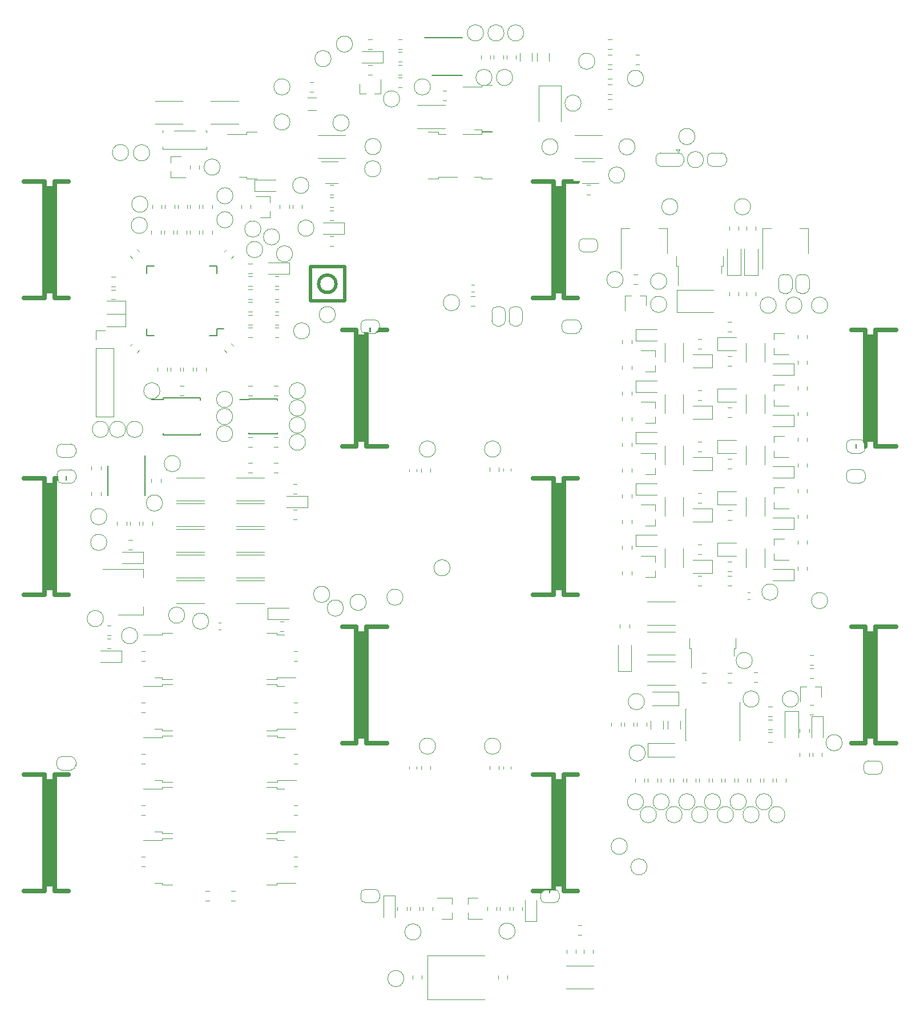
<source format=gbr>
G04 #@! TF.GenerationSoftware,KiCad,Pcbnew,(5.0.0)*
G04 #@! TF.CreationDate,2019-02-19T22:24:29-05:00*
G04 #@! TF.ProjectId,FusIon Pack,467573496F6E205061636B2E6B696361,rev?*
G04 #@! TF.SameCoordinates,Original*
G04 #@! TF.FileFunction,Legend,Top*
G04 #@! TF.FilePolarity,Positive*
%FSLAX46Y46*%
G04 Gerber Fmt 4.6, Leading zero omitted, Abs format (unit mm)*
G04 Created by KiCad (PCBNEW (5.0.0)) date 02/19/19 22:24:29*
%MOMM*%
%LPD*%
G01*
G04 APERTURE LIST*
%ADD10C,0.120000*%
%ADD11C,0.150000*%
%ADD12C,0.635000*%
%ADD13C,0.508000*%
%ADD14R,6.501600X5.901600*%
%ADD15R,2.301600X1.301600*%
%ADD16C,0.100000*%
%ADD17C,1.251600*%
%ADD18R,1.651600X0.701600*%
%ADD19R,1.101600X1.101600*%
%ADD20C,0.500000*%
%ADD21R,1.301600X1.001600*%
%ADD22R,0.901600X1.001600*%
%ADD23C,1.051600*%
%ADD24R,1.001600X1.301600*%
%ADD25C,1.601600*%
%ADD26R,5.101600X15.101600*%
%ADD27C,5.101600*%
%ADD28C,1.526600*%
%ADD29C,1.701600*%
%ADD30R,1.701600X1.701600*%
%ADD31O,1.801600X1.801600*%
%ADD32R,1.801600X1.801600*%
%ADD33C,6.601600*%
%ADD34R,1.101600X1.601600*%
%ADD35R,1.001600X0.901600*%
%ADD36R,5.901600X6.501600*%
%ADD37R,1.301600X2.301600*%
%ADD38R,1.601600X2.101600*%
%ADD39R,3.901600X2.101600*%
%ADD40R,2.101600X1.601600*%
%ADD41R,2.101600X3.901600*%
%ADD42C,1.626600*%
%ADD43O,1.701600X1.701600*%
%ADD44C,1.351600*%
%ADD45C,2.101600*%
%ADD46R,0.386600X1.201600*%
%ADD47R,0.351600X1.101600*%
%ADD48R,1.101600X0.351600*%
%ADD49R,1.801600X0.751600*%
%ADD50R,1.661600X0.751600*%
%ADD51R,1.571600X0.996600*%
%ADD52R,1.151600X0.551600*%
%ADD53R,0.551600X1.601600*%
%ADD54R,1.901600X2.601600*%
%ADD55R,2.601600X3.401600*%
%ADD56R,2.601600X1.901600*%
%ADD57O,1.801600X2.051600*%
%ADD58R,1.801600X2.051600*%
%ADD59C,1.801600*%
%ADD60C,1.801600*%
%ADD61C,3.101600*%
%ADD62C,2.000000*%
G04 APERTURE END LIST*
D10*
G04 #@! TO.C,Q28*
X69840000Y-152440000D02*
X68740000Y-152440000D01*
X69840000Y-152710000D02*
X69840000Y-152440000D01*
X71340000Y-152710000D02*
X69840000Y-152710000D01*
X69840000Y-146080000D02*
X67010000Y-146080000D01*
X69840000Y-145810000D02*
X69840000Y-146080000D01*
X71340000Y-145810000D02*
X69840000Y-145810000D01*
G04 #@! TO.C,Q24*
X69840000Y-121960000D02*
X68740000Y-121960000D01*
X69840000Y-122230000D02*
X69840000Y-121960000D01*
X71340000Y-122230000D02*
X69840000Y-122230000D01*
X69840000Y-115600000D02*
X67010000Y-115600000D01*
X69840000Y-115330000D02*
X69840000Y-115600000D01*
X71340000Y-115330000D02*
X69840000Y-115330000D01*
G04 #@! TO.C,C17*
X132041252Y-158710000D02*
X131518748Y-158710000D01*
X132041252Y-160130000D02*
X131518748Y-160130000D01*
G04 #@! TO.C,C18*
X165810000Y-133611252D02*
X165810000Y-133088748D01*
X164390000Y-133611252D02*
X164390000Y-133088748D01*
D11*
G04 #@! TO.C,U5*
X82715000Y-80695000D02*
X81315000Y-80695000D01*
X82715000Y-85795000D02*
X86865000Y-85795000D01*
X82715000Y-80645000D02*
X86865000Y-80645000D01*
X82715000Y-85795000D02*
X82715000Y-85650000D01*
X86865000Y-85795000D02*
X86865000Y-85650000D01*
X86865000Y-80645000D02*
X86865000Y-80790000D01*
X82715000Y-80645000D02*
X82715000Y-80695000D01*
D10*
G04 #@! TO.C,D39*
X63830000Y-119630000D02*
X60680000Y-119630000D01*
X63830000Y-117930000D02*
X60680000Y-117930000D01*
X63830000Y-119630000D02*
X63830000Y-117930000D01*
G04 #@! TO.C,JP3*
X54880000Y-133655000D02*
X56280000Y-133655000D01*
X56980000Y-134355000D02*
X56980000Y-134955000D01*
X56280000Y-135655000D02*
X54880000Y-135655000D01*
X54180000Y-134955000D02*
X54180000Y-134355000D01*
X54180000Y-134355000D02*
G75*
G02X54880000Y-133655000I700000J0D01*
G01*
X54880000Y-135655000D02*
G75*
G02X54180000Y-134955000I0J700000D01*
G01*
X56980000Y-134955000D02*
G75*
G02X56280000Y-135655000I-700000J0D01*
G01*
X56280000Y-133655000D02*
G75*
G02X56980000Y-134355000I0J-700000D01*
G01*
G04 #@! TO.C,R54*
X164390000Y-129523748D02*
X164390000Y-130046252D01*
X165810000Y-129523748D02*
X165810000Y-130046252D01*
G04 #@! TO.C,D25*
X164195000Y-126910000D02*
X164195000Y-130810000D01*
X162195000Y-126910000D02*
X162195000Y-130810000D01*
X164195000Y-126910000D02*
X162195000Y-126910000D01*
G04 #@! TO.C,Q12*
X167630000Y-123335000D02*
X167630000Y-124795000D01*
X164470000Y-123335000D02*
X164470000Y-125495000D01*
X164470000Y-123335000D02*
X165400000Y-123335000D01*
X167630000Y-123335000D02*
X166700000Y-123335000D01*
G04 #@! TO.C,TH1*
X157016267Y-109345000D02*
X156673733Y-109345000D01*
X157016267Y-110365000D02*
X156673733Y-110365000D01*
G04 #@! TO.C,D31*
X156180000Y-62230000D02*
X156180000Y-58330000D01*
X158180000Y-62230000D02*
X158180000Y-58330000D01*
X156180000Y-62230000D02*
X158180000Y-62230000D01*
G04 #@! TO.C,D30*
X153640000Y-62230000D02*
X153640000Y-58330000D01*
X155640000Y-62230000D02*
X155640000Y-58330000D01*
X153640000Y-62230000D02*
X155640000Y-62230000D01*
G04 #@! TO.C,D21*
X137430000Y-120995000D02*
X137430000Y-117095000D01*
X139430000Y-120995000D02*
X139430000Y-117095000D01*
X137430000Y-120995000D02*
X139430000Y-120995000D01*
G04 #@! TO.C,D23*
X146395000Y-126095000D02*
X142495000Y-126095000D01*
X146395000Y-124095000D02*
X142495000Y-124095000D01*
X146395000Y-126095000D02*
X146395000Y-124095000D01*
G04 #@! TO.C,D22*
X141895000Y-131715000D02*
X145795000Y-131715000D01*
X141895000Y-133715000D02*
X145795000Y-133715000D01*
X141895000Y-131715000D02*
X141895000Y-133715000D01*
D12*
G04 #@! TO.C,BT1*
X49326000Y-136364000D02*
X52374000Y-136364000D01*
X52374000Y-136364000D02*
X52374000Y-153636000D01*
X52374000Y-153636000D02*
X49326000Y-153636000D01*
X53898000Y-136364000D02*
X53898000Y-153636000D01*
X53898000Y-136364000D02*
X55930000Y-136364000D01*
X53898000Y-153636000D02*
X55930000Y-153636000D01*
X52374000Y-152620000D02*
X53898000Y-152620000D01*
X52374000Y-137380000D02*
X53898000Y-137380000D01*
D11*
G36*
X52374000Y-152620000D02*
X52374000Y-137380000D01*
X53898000Y-137380000D01*
X53898000Y-152620000D01*
X52374000Y-152620000D01*
G37*
X52374000Y-152620000D02*
X52374000Y-137380000D01*
X53898000Y-137380000D01*
X53898000Y-152620000D01*
X52374000Y-152620000D01*
D12*
G04 #@! TO.C,BT2*
X103174000Y-131636000D02*
X100126000Y-131636000D01*
X100126000Y-131636000D02*
X100126000Y-114364000D01*
X100126000Y-114364000D02*
X103174000Y-114364000D01*
X98602000Y-131636000D02*
X98602000Y-114364000D01*
X98602000Y-131636000D02*
X96570000Y-131636000D01*
X98602000Y-114364000D02*
X96570000Y-114364000D01*
X100126000Y-115380000D02*
X98602000Y-115380000D01*
X100126000Y-130620000D02*
X98602000Y-130620000D01*
D11*
G36*
X100126000Y-115380000D02*
X100126000Y-130620000D01*
X98602000Y-130620000D01*
X98602000Y-115380000D01*
X100126000Y-115380000D01*
G37*
X100126000Y-115380000D02*
X100126000Y-130620000D01*
X98602000Y-130620000D01*
X98602000Y-115380000D01*
X100126000Y-115380000D01*
D12*
G04 #@! TO.C,BT3*
X49326000Y-92364000D02*
X52374000Y-92364000D01*
X52374000Y-92364000D02*
X52374000Y-109636000D01*
X52374000Y-109636000D02*
X49326000Y-109636000D01*
X53898000Y-92364000D02*
X53898000Y-109636000D01*
X53898000Y-92364000D02*
X55930000Y-92364000D01*
X53898000Y-109636000D02*
X55930000Y-109636000D01*
X52374000Y-108620000D02*
X53898000Y-108620000D01*
X52374000Y-93380000D02*
X53898000Y-93380000D01*
D11*
G36*
X52374000Y-108620000D02*
X52374000Y-93380000D01*
X53898000Y-93380000D01*
X53898000Y-108620000D01*
X52374000Y-108620000D01*
G37*
X52374000Y-108620000D02*
X52374000Y-93380000D01*
X53898000Y-93380000D01*
X53898000Y-108620000D01*
X52374000Y-108620000D01*
D12*
G04 #@! TO.C,BT4*
X103174000Y-87636000D02*
X100126000Y-87636000D01*
X100126000Y-87636000D02*
X100126000Y-70364000D01*
X100126000Y-70364000D02*
X103174000Y-70364000D01*
X98602000Y-87636000D02*
X98602000Y-70364000D01*
X98602000Y-87636000D02*
X96570000Y-87636000D01*
X98602000Y-70364000D02*
X96570000Y-70364000D01*
X100126000Y-71380000D02*
X98602000Y-71380000D01*
X100126000Y-86620000D02*
X98602000Y-86620000D01*
D11*
G36*
X100126000Y-71380000D02*
X100126000Y-86620000D01*
X98602000Y-86620000D01*
X98602000Y-71380000D01*
X100126000Y-71380000D01*
G37*
X100126000Y-71380000D02*
X100126000Y-86620000D01*
X98602000Y-86620000D01*
X98602000Y-71380000D01*
X100126000Y-71380000D01*
D12*
G04 #@! TO.C,BT5*
X49326000Y-48364000D02*
X52374000Y-48364000D01*
X52374000Y-48364000D02*
X52374000Y-65636000D01*
X52374000Y-65636000D02*
X49326000Y-65636000D01*
X53898000Y-48364000D02*
X53898000Y-65636000D01*
X53898000Y-48364000D02*
X55930000Y-48364000D01*
X53898000Y-65636000D02*
X55930000Y-65636000D01*
X52374000Y-64620000D02*
X53898000Y-64620000D01*
X52374000Y-49380000D02*
X53898000Y-49380000D01*
D11*
G36*
X52374000Y-64620000D02*
X52374000Y-49380000D01*
X53898000Y-49380000D01*
X53898000Y-64620000D01*
X52374000Y-64620000D01*
G37*
X52374000Y-64620000D02*
X52374000Y-49380000D01*
X53898000Y-49380000D01*
X53898000Y-64620000D01*
X52374000Y-64620000D01*
D12*
G04 #@! TO.C,BT6*
X124826000Y-48364000D02*
X127874000Y-48364000D01*
X127874000Y-48364000D02*
X127874000Y-65636000D01*
X127874000Y-65636000D02*
X124826000Y-65636000D01*
X129398000Y-48364000D02*
X129398000Y-65636000D01*
X129398000Y-48364000D02*
X131430000Y-48364000D01*
X129398000Y-65636000D02*
X131430000Y-65636000D01*
X127874000Y-64620000D02*
X129398000Y-64620000D01*
X127874000Y-49380000D02*
X129398000Y-49380000D01*
D11*
G36*
X127874000Y-64620000D02*
X127874000Y-49380000D01*
X129398000Y-49380000D01*
X129398000Y-64620000D01*
X127874000Y-64620000D01*
G37*
X127874000Y-64620000D02*
X127874000Y-49380000D01*
X129398000Y-49380000D01*
X129398000Y-64620000D01*
X127874000Y-64620000D01*
D12*
G04 #@! TO.C,BT7*
X178674000Y-87636000D02*
X175626000Y-87636000D01*
X175626000Y-87636000D02*
X175626000Y-70364000D01*
X175626000Y-70364000D02*
X178674000Y-70364000D01*
X174102000Y-87636000D02*
X174102000Y-70364000D01*
X174102000Y-87636000D02*
X172070000Y-87636000D01*
X174102000Y-70364000D02*
X172070000Y-70364000D01*
X175626000Y-71380000D02*
X174102000Y-71380000D01*
X175626000Y-86620000D02*
X174102000Y-86620000D01*
D11*
G36*
X175626000Y-71380000D02*
X175626000Y-86620000D01*
X174102000Y-86620000D01*
X174102000Y-71380000D01*
X175626000Y-71380000D01*
G37*
X175626000Y-71380000D02*
X175626000Y-86620000D01*
X174102000Y-86620000D01*
X174102000Y-71380000D01*
X175626000Y-71380000D01*
D12*
G04 #@! TO.C,BT8*
X124826000Y-92364000D02*
X127874000Y-92364000D01*
X127874000Y-92364000D02*
X127874000Y-109636000D01*
X127874000Y-109636000D02*
X124826000Y-109636000D01*
X129398000Y-92364000D02*
X129398000Y-109636000D01*
X129398000Y-92364000D02*
X131430000Y-92364000D01*
X129398000Y-109636000D02*
X131430000Y-109636000D01*
X127874000Y-108620000D02*
X129398000Y-108620000D01*
X127874000Y-93380000D02*
X129398000Y-93380000D01*
D11*
G36*
X127874000Y-108620000D02*
X127874000Y-93380000D01*
X129398000Y-93380000D01*
X129398000Y-108620000D01*
X127874000Y-108620000D01*
G37*
X127874000Y-108620000D02*
X127874000Y-93380000D01*
X129398000Y-93380000D01*
X129398000Y-108620000D01*
X127874000Y-108620000D01*
D12*
G04 #@! TO.C,BT9*
X178674000Y-131636000D02*
X175626000Y-131636000D01*
X175626000Y-131636000D02*
X175626000Y-114364000D01*
X175626000Y-114364000D02*
X178674000Y-114364000D01*
X174102000Y-131636000D02*
X174102000Y-114364000D01*
X174102000Y-131636000D02*
X172070000Y-131636000D01*
X174102000Y-114364000D02*
X172070000Y-114364000D01*
X175626000Y-115380000D02*
X174102000Y-115380000D01*
X175626000Y-130620000D02*
X174102000Y-130620000D01*
D11*
G36*
X175626000Y-115380000D02*
X175626000Y-130620000D01*
X174102000Y-130620000D01*
X174102000Y-115380000D01*
X175626000Y-115380000D01*
G37*
X175626000Y-115380000D02*
X175626000Y-130620000D01*
X174102000Y-130620000D01*
X174102000Y-115380000D01*
X175626000Y-115380000D01*
D12*
G04 #@! TO.C,BT10*
X124826000Y-136364000D02*
X127874000Y-136364000D01*
X127874000Y-136364000D02*
X127874000Y-153636000D01*
X127874000Y-153636000D02*
X124826000Y-153636000D01*
X129398000Y-136364000D02*
X129398000Y-153636000D01*
X129398000Y-136364000D02*
X131430000Y-136364000D01*
X129398000Y-153636000D02*
X131430000Y-153636000D01*
X127874000Y-152620000D02*
X129398000Y-152620000D01*
X127874000Y-137380000D02*
X129398000Y-137380000D01*
D11*
G36*
X127874000Y-152620000D02*
X127874000Y-137380000D01*
X129398000Y-137380000D01*
X129398000Y-152620000D01*
X127874000Y-152620000D01*
G37*
X127874000Y-152620000D02*
X127874000Y-137380000D01*
X129398000Y-137380000D01*
X129398000Y-152620000D01*
X127874000Y-152620000D01*
D10*
G04 #@! TO.C,C1*
X139960000Y-136933748D02*
X139960000Y-137456252D01*
X141380000Y-136933748D02*
X141380000Y-137456252D01*
G04 #@! TO.C,C2*
X141865000Y-136933748D02*
X141865000Y-137456252D01*
X143285000Y-136933748D02*
X143285000Y-137456252D01*
G04 #@! TO.C,C3*
X143770000Y-136933748D02*
X143770000Y-137456252D01*
X145190000Y-136933748D02*
X145190000Y-137456252D01*
G04 #@! TO.C,C4*
X145675000Y-136933748D02*
X145675000Y-137456252D01*
X147095000Y-136933748D02*
X147095000Y-137456252D01*
G04 #@! TO.C,C5*
X151390000Y-136933748D02*
X151390000Y-137456252D01*
X152810000Y-136933748D02*
X152810000Y-137456252D01*
G04 #@! TO.C,C6*
X153295000Y-136933748D02*
X153295000Y-137456252D01*
X154715000Y-136933748D02*
X154715000Y-137456252D01*
G04 #@! TO.C,C7*
X155200000Y-136933748D02*
X155200000Y-137456252D01*
X156620000Y-136933748D02*
X156620000Y-137456252D01*
G04 #@! TO.C,C8*
X157105000Y-136933748D02*
X157105000Y-137456252D01*
X158525000Y-136933748D02*
X158525000Y-137456252D01*
G04 #@! TO.C,C9*
X159010000Y-136933748D02*
X159010000Y-137456252D01*
X160430000Y-136933748D02*
X160430000Y-137456252D01*
G04 #@! TO.C,C10*
X149485000Y-136933748D02*
X149485000Y-137456252D01*
X150905000Y-136933748D02*
X150905000Y-137456252D01*
G04 #@! TO.C,C11*
X160915000Y-136933748D02*
X160915000Y-137456252D01*
X162335000Y-136933748D02*
X162335000Y-137456252D01*
G04 #@! TO.C,C12*
X147580000Y-136933748D02*
X147580000Y-137456252D01*
X149000000Y-136933748D02*
X149000000Y-137456252D01*
G04 #@! TO.C,C13*
X153743748Y-122665000D02*
X154266252Y-122665000D01*
X153743748Y-121245000D02*
X154266252Y-121245000D01*
G04 #@! TO.C,C14*
X158131252Y-121210000D02*
X157608748Y-121210000D01*
X158131252Y-122630000D02*
X157608748Y-122630000D01*
G04 #@! TO.C,C15*
X154266252Y-106894000D02*
X153743748Y-106894000D01*
X154266252Y-108314000D02*
X153743748Y-108314000D01*
G04 #@! TO.C,C16*
X159758748Y-127710000D02*
X160281252Y-127710000D01*
X159758748Y-126290000D02*
X160281252Y-126290000D01*
G04 #@! TO.C,C19*
X144840000Y-128337936D02*
X144840000Y-129542064D01*
X146660000Y-128337936D02*
X146660000Y-129542064D01*
G04 #@! TO.C,C20*
X144120000Y-129542064D02*
X144120000Y-128337936D01*
X142300000Y-129542064D02*
X142300000Y-128337936D01*
G04 #@! TO.C,C21*
X167715000Y-133611252D02*
X167715000Y-133088748D01*
X166295000Y-133611252D02*
X166295000Y-133088748D01*
G04 #@! TO.C,C22*
X159758748Y-131520000D02*
X160281252Y-131520000D01*
X159758748Y-130100000D02*
X160281252Y-130100000D01*
G04 #@! TO.C,C23*
X140260000Y-128643748D02*
X140260000Y-129166252D01*
X141680000Y-128643748D02*
X141680000Y-129166252D01*
G04 #@! TO.C,C24*
X159758748Y-129615000D02*
X160281252Y-129615000D01*
X159758748Y-128195000D02*
X160281252Y-128195000D01*
G04 #@! TO.C,C25*
X108510000Y-155948748D02*
X108510000Y-156471252D01*
X109930000Y-155948748D02*
X109930000Y-156471252D01*
G04 #@! TO.C,C26*
X119455000Y-156471252D02*
X119455000Y-155948748D01*
X118035000Y-156471252D02*
X118035000Y-155948748D01*
G04 #@! TO.C,C27*
X82623748Y-67674000D02*
X83146252Y-67674000D01*
X82623748Y-66254000D02*
X83146252Y-66254000D01*
G04 #@! TO.C,C28*
X82623748Y-69579000D02*
X83146252Y-69579000D01*
X82623748Y-68159000D02*
X83146252Y-68159000D01*
G04 #@! TO.C,C29*
X80027313Y-59776779D02*
X80396779Y-59407313D01*
X79023221Y-58772687D02*
X79392687Y-58403221D01*
G04 #@! TO.C,C30*
X65422687Y-72373221D02*
X65053221Y-72742687D01*
X66426779Y-73377313D02*
X66057313Y-73746779D01*
G04 #@! TO.C,C32*
X79023221Y-73377313D02*
X79392687Y-73746779D01*
X80027313Y-72373221D02*
X80396779Y-72742687D01*
G04 #@! TO.C,C33*
X77245000Y-52366252D02*
X77245000Y-51843748D01*
X75825000Y-52366252D02*
X75825000Y-51843748D01*
G04 #@! TO.C,C34*
X66426779Y-58772687D02*
X66057313Y-58403221D01*
X65422687Y-59776779D02*
X65053221Y-59407313D01*
G04 #@! TO.C,C35*
X82623748Y-63864000D02*
X83146252Y-63864000D01*
X82623748Y-62444000D02*
X83146252Y-62444000D01*
G04 #@! TO.C,C36*
X73562000Y-52357252D02*
X73562000Y-51834748D01*
X72142000Y-52357252D02*
X72142000Y-51834748D01*
G04 #@! TO.C,C37*
X118370000Y-135028748D02*
X118370000Y-135551252D01*
X119790000Y-135028748D02*
X119790000Y-135551252D01*
G04 #@! TO.C,C38*
X118370000Y-90823748D02*
X118370000Y-91346252D01*
X119790000Y-90823748D02*
X119790000Y-91346252D01*
G04 #@! TO.C,C39*
X115643748Y-66785000D02*
X116166252Y-66785000D01*
X115643748Y-65365000D02*
X116166252Y-65365000D01*
G04 #@! TO.C,C40*
X108210000Y-90968748D02*
X108210000Y-91491252D01*
X109630000Y-90968748D02*
X109630000Y-91491252D01*
G04 #@! TO.C,C41*
X108210000Y-135028748D02*
X108210000Y-135551252D01*
X109630000Y-135028748D02*
X109630000Y-135551252D01*
G04 #@! TO.C,C42*
X157890000Y-65311252D02*
X157890000Y-64788748D01*
X156470000Y-65311252D02*
X156470000Y-64788748D01*
G04 #@! TO.C,C43*
X155350000Y-65311252D02*
X155350000Y-64788748D01*
X153930000Y-65311252D02*
X153930000Y-64788748D01*
G04 #@! TO.C,C44*
X155350000Y-55541252D02*
X155350000Y-55018748D01*
X153930000Y-55541252D02*
X153930000Y-55018748D01*
G04 #@! TO.C,C45*
X157890000Y-55541252D02*
X157890000Y-55018748D01*
X156470000Y-55541252D02*
X156470000Y-55018748D01*
G04 #@! TO.C,C46*
X86433748Y-80120000D02*
X86956252Y-80120000D01*
X86433748Y-78700000D02*
X86956252Y-78700000D01*
G04 #@! TO.C,C47*
X83146252Y-78700000D02*
X82623748Y-78700000D01*
X83146252Y-80120000D02*
X82623748Y-80120000D01*
G04 #@! TO.C,C48*
X86956252Y-90130000D02*
X86433748Y-90130000D01*
X86956252Y-91550000D02*
X86433748Y-91550000D01*
G04 #@! TO.C,C49*
X72986252Y-78700000D02*
X72463748Y-78700000D01*
X72986252Y-80120000D02*
X72463748Y-80120000D01*
G04 #@! TO.C,C50*
X122869000Y-29277936D02*
X122869000Y-30482064D01*
X124689000Y-29277936D02*
X124689000Y-30482064D01*
G04 #@! TO.C,C51*
X127229000Y-30482064D02*
X127229000Y-29277936D01*
X125409000Y-30482064D02*
X125409000Y-29277936D01*
G04 #@! TO.C,C53*
X95211252Y-48855000D02*
X94688748Y-48855000D01*
X95211252Y-50275000D02*
X94688748Y-50275000D01*
G04 #@! TO.C,C54*
X92631064Y-35955000D02*
X91426936Y-35955000D01*
X92631064Y-37775000D02*
X91426936Y-37775000D01*
G04 #@! TO.C,C55*
X92281252Y-33615000D02*
X91758748Y-33615000D01*
X92281252Y-35035000D02*
X91758748Y-35035000D01*
G04 #@! TO.C,C56*
X120425000Y-30141252D02*
X120425000Y-29618748D01*
X119005000Y-30141252D02*
X119005000Y-29618748D01*
G04 #@! TO.C,C58*
X135963748Y-35416000D02*
X136486252Y-35416000D01*
X135963748Y-33996000D02*
X136486252Y-33996000D01*
G04 #@! TO.C,C59*
X135963748Y-37575000D02*
X136486252Y-37575000D01*
X135963748Y-36155000D02*
X136486252Y-36155000D01*
G04 #@! TO.C,C60*
X132788748Y-50275000D02*
X133311252Y-50275000D01*
X132788748Y-48855000D02*
X133311252Y-48855000D01*
G04 #@! TO.C,C61*
X59315000Y-90578748D02*
X59315000Y-91101252D01*
X60735000Y-90578748D02*
X60735000Y-91101252D01*
G04 #@! TO.C,C62*
X68205000Y-92483748D02*
X68205000Y-93006252D01*
X69625000Y-92483748D02*
X69625000Y-93006252D01*
G04 #@! TO.C,C63*
X60735000Y-94911252D02*
X60735000Y-94388748D01*
X59315000Y-94911252D02*
X59315000Y-94388748D01*
G04 #@! TO.C,C64*
X76796252Y-153630000D02*
X76273748Y-153630000D01*
X76796252Y-155050000D02*
X76273748Y-155050000D01*
G04 #@! TO.C,C65*
X80606252Y-153630000D02*
X80083748Y-153630000D01*
X80606252Y-155050000D02*
X80083748Y-155050000D01*
G04 #@! TO.C,C66*
X121060000Y-166666252D02*
X121060000Y-166143748D01*
X119640000Y-166666252D02*
X119640000Y-166143748D01*
G04 #@! TO.C,C67*
X106940000Y-166143748D02*
X106940000Y-166666252D01*
X108360000Y-166143748D02*
X108360000Y-166666252D01*
G04 #@! TO.C,D1*
X151420000Y-104485000D02*
X148560000Y-104485000D01*
X151420000Y-106405000D02*
X151420000Y-104485000D01*
X148560000Y-106405000D02*
X151420000Y-106405000D01*
G04 #@! TO.C,D2*
X151420000Y-96865000D02*
X148560000Y-96865000D01*
X151420000Y-98785000D02*
X151420000Y-96865000D01*
X148560000Y-98785000D02*
X151420000Y-98785000D01*
G04 #@! TO.C,D3*
X151420000Y-89245000D02*
X148560000Y-89245000D01*
X151420000Y-91165000D02*
X151420000Y-89245000D01*
X148560000Y-91165000D02*
X151420000Y-91165000D01*
G04 #@! TO.C,D4*
X151420000Y-81625000D02*
X148560000Y-81625000D01*
X151420000Y-83545000D02*
X151420000Y-81625000D01*
X148560000Y-83545000D02*
X151420000Y-83545000D01*
G04 #@! TO.C,D5*
X151420000Y-74005000D02*
X148560000Y-74005000D01*
X151420000Y-75925000D02*
X151420000Y-74005000D01*
X148560000Y-75925000D02*
X151420000Y-75925000D01*
G04 #@! TO.C,D6*
X152145000Y-73385000D02*
X155005000Y-73385000D01*
X152145000Y-71465000D02*
X152145000Y-73385000D01*
X155005000Y-71465000D02*
X152145000Y-71465000D01*
G04 #@! TO.C,D7*
X152145000Y-81005000D02*
X155005000Y-81005000D01*
X152145000Y-79085000D02*
X152145000Y-81005000D01*
X155005000Y-79085000D02*
X152145000Y-79085000D01*
G04 #@! TO.C,D8*
X152145000Y-88625000D02*
X155005000Y-88625000D01*
X152145000Y-86705000D02*
X152145000Y-88625000D01*
X155005000Y-86705000D02*
X152145000Y-86705000D01*
G04 #@! TO.C,D9*
X152145000Y-96245000D02*
X155005000Y-96245000D01*
X152145000Y-94325000D02*
X152145000Y-96245000D01*
X155005000Y-94325000D02*
X152145000Y-94325000D01*
G04 #@! TO.C,D10*
X152145000Y-103865000D02*
X155005000Y-103865000D01*
X152145000Y-101945000D02*
X152145000Y-103865000D01*
X155005000Y-101945000D02*
X152145000Y-101945000D01*
G04 #@! TO.C,D11*
X140040000Y-100785000D02*
X143190000Y-100785000D01*
X140040000Y-102485000D02*
X143190000Y-102485000D01*
X140040000Y-100785000D02*
X140040000Y-102485000D01*
G04 #@! TO.C,D12*
X140040000Y-93165000D02*
X143190000Y-93165000D01*
X140040000Y-94865000D02*
X143190000Y-94865000D01*
X140040000Y-93165000D02*
X140040000Y-94865000D01*
G04 #@! TO.C,D13*
X140040000Y-85545000D02*
X143190000Y-85545000D01*
X140040000Y-87245000D02*
X143190000Y-87245000D01*
X140040000Y-85545000D02*
X140040000Y-87245000D01*
G04 #@! TO.C,D14*
X140040000Y-77925000D02*
X143190000Y-77925000D01*
X140040000Y-79625000D02*
X143190000Y-79625000D01*
X140040000Y-77925000D02*
X140040000Y-79625000D01*
G04 #@! TO.C,D15*
X140040000Y-70305000D02*
X143190000Y-70305000D01*
X140040000Y-72005000D02*
X143190000Y-72005000D01*
X140040000Y-70305000D02*
X140040000Y-72005000D01*
G04 #@! TO.C,D16*
X163525000Y-77085000D02*
X160375000Y-77085000D01*
X163525000Y-75385000D02*
X160375000Y-75385000D01*
X163525000Y-77085000D02*
X163525000Y-75385000D01*
G04 #@! TO.C,D17*
X163525000Y-84705000D02*
X160375000Y-84705000D01*
X163525000Y-83005000D02*
X160375000Y-83005000D01*
X163525000Y-84705000D02*
X163525000Y-83005000D01*
G04 #@! TO.C,D18*
X163525000Y-92325000D02*
X160375000Y-92325000D01*
X163525000Y-90625000D02*
X160375000Y-90625000D01*
X163525000Y-92325000D02*
X163525000Y-90625000D01*
G04 #@! TO.C,D19*
X163525000Y-99945000D02*
X160375000Y-99945000D01*
X163525000Y-98245000D02*
X160375000Y-98245000D01*
X163525000Y-99945000D02*
X163525000Y-98245000D01*
G04 #@! TO.C,D20*
X163525000Y-107565000D02*
X160375000Y-107565000D01*
X163525000Y-105865000D02*
X160375000Y-105865000D01*
X163525000Y-107565000D02*
X163525000Y-105865000D01*
G04 #@! TO.C,D24*
X167855000Y-127660000D02*
X167855000Y-130810000D01*
X166155000Y-127660000D02*
X166155000Y-130810000D01*
X167855000Y-127660000D02*
X166155000Y-127660000D01*
G04 #@! TO.C,D26*
X104355000Y-154310000D02*
X104355000Y-157460000D01*
X102655000Y-154310000D02*
X102655000Y-157460000D01*
X104355000Y-154310000D02*
X102655000Y-154310000D01*
G04 #@! TO.C,D27*
X123610000Y-158110000D02*
X123610000Y-154960000D01*
X125310000Y-158110000D02*
X125310000Y-154960000D01*
X123610000Y-158110000D02*
X125310000Y-158110000D01*
G04 #@! TO.C,D28*
X64425000Y-66067500D02*
X61565000Y-66067500D01*
X64425000Y-67987500D02*
X64425000Y-66067500D01*
X61565000Y-67987500D02*
X64425000Y-67987500D01*
G04 #@! TO.C,D29*
X64425000Y-67972500D02*
X61565000Y-67972500D01*
X64425000Y-69892500D02*
X64425000Y-67972500D01*
X61565000Y-69892500D02*
X64425000Y-69892500D01*
G04 #@! TO.C,D32*
X91435000Y-96735000D02*
X88285000Y-96735000D01*
X91435000Y-95035000D02*
X88285000Y-95035000D01*
X91435000Y-96735000D02*
X91435000Y-95035000D01*
G04 #@! TO.C,D33*
X83525000Y-48080000D02*
X86675000Y-48080000D01*
X83525000Y-49780000D02*
X86675000Y-49780000D01*
X83525000Y-48080000D02*
X83525000Y-49780000D01*
G04 #@! TO.C,D35*
X102565000Y-30730000D02*
X99415000Y-30730000D01*
X102565000Y-29030000D02*
X99415000Y-29030000D01*
X102565000Y-30730000D02*
X102565000Y-29030000D01*
G04 #@! TO.C,D36*
X96850000Y-56130000D02*
X93700000Y-56130000D01*
X96850000Y-54430000D02*
X93700000Y-54430000D01*
X96850000Y-56130000D02*
X96850000Y-54430000D01*
G04 #@! TO.C,D38*
X88722000Y-62099000D02*
X85572000Y-62099000D01*
X88722000Y-60399000D02*
X85572000Y-60399000D01*
X88722000Y-62099000D02*
X88722000Y-60399000D01*
G04 #@! TO.C,D40*
X67005000Y-105025000D02*
X63855000Y-105025000D01*
X67005000Y-103325000D02*
X63855000Y-103325000D01*
X67005000Y-105025000D02*
X67005000Y-103325000D01*
G04 #@! TO.C,D41*
X85450000Y-111580000D02*
X88600000Y-111580000D01*
X85450000Y-113280000D02*
X88600000Y-113280000D01*
X85450000Y-111580000D02*
X85450000Y-113280000D01*
G04 #@! TO.C,J2*
X59965000Y-70460000D02*
X61295000Y-70460000D01*
X59965000Y-71790000D02*
X59965000Y-70460000D01*
X59965000Y-73060000D02*
X62625000Y-73060000D01*
X62625000Y-73060000D02*
X62625000Y-83280000D01*
X59965000Y-73060000D02*
X59965000Y-83280000D01*
X59965000Y-83280000D02*
X62625000Y-83280000D01*
G04 #@! TO.C,JP1*
X121255000Y-69046000D02*
X121255000Y-67646000D01*
X121955000Y-66946000D02*
X122555000Y-66946000D01*
X123255000Y-67646000D02*
X123255000Y-69046000D01*
X122555000Y-69746000D02*
X121955000Y-69746000D01*
X121955000Y-69746000D02*
G75*
G02X121255000Y-69046000I0J700000D01*
G01*
X123255000Y-69046000D02*
G75*
G02X122555000Y-69746000I-700000J0D01*
G01*
X122555000Y-66946000D02*
G75*
G02X123255000Y-67646000I0J-700000D01*
G01*
X121255000Y-67646000D02*
G75*
G02X121955000Y-66946000I700000J0D01*
G01*
G04 #@! TO.C,JP2*
X118715000Y-69046000D02*
X118715000Y-67646000D01*
X119415000Y-66946000D02*
X120015000Y-66946000D01*
X120715000Y-67646000D02*
X120715000Y-69046000D01*
X120015000Y-69746000D02*
X119415000Y-69746000D01*
X119415000Y-69746000D02*
G75*
G02X118715000Y-69046000I0J700000D01*
G01*
X120715000Y-69046000D02*
G75*
G02X120015000Y-69746000I-700000J0D01*
G01*
X120015000Y-66946000D02*
G75*
G02X120715000Y-67646000I0J-700000D01*
G01*
X118715000Y-67646000D02*
G75*
G02X119415000Y-66946000I700000J0D01*
G01*
G04 #@! TO.C,JP4*
X99965000Y-153340000D02*
X101365000Y-153340000D01*
X102065000Y-154040000D02*
X102065000Y-154640000D01*
X101365000Y-155340000D02*
X99965000Y-155340000D01*
X99265000Y-154640000D02*
X99265000Y-154040000D01*
X99265000Y-154040000D02*
G75*
G02X99965000Y-153340000I700000J0D01*
G01*
X99965000Y-155340000D02*
G75*
G02X99265000Y-154640000I0J700000D01*
G01*
X102065000Y-154640000D02*
G75*
G02X101365000Y-155340000I-700000J0D01*
G01*
X101365000Y-153340000D02*
G75*
G02X102065000Y-154040000I0J-700000D01*
G01*
G04 #@! TO.C,JP5*
X54895000Y-91110000D02*
X56295000Y-91110000D01*
X56995000Y-91810000D02*
X56995000Y-92410000D01*
X56295000Y-93110000D02*
X54895000Y-93110000D01*
X54195000Y-92410000D02*
X54195000Y-91810000D01*
X54195000Y-91810000D02*
G75*
G02X54895000Y-91110000I700000J0D01*
G01*
X54895000Y-93110000D02*
G75*
G02X54195000Y-92410000I0J700000D01*
G01*
X56995000Y-92410000D02*
G75*
G02X56295000Y-93110000I-700000J0D01*
G01*
X56295000Y-91110000D02*
G75*
G02X56995000Y-91810000I0J-700000D01*
G01*
G04 #@! TO.C,JP6*
X99965000Y-68885000D02*
X101365000Y-68885000D01*
X102065000Y-69585000D02*
X102065000Y-70185000D01*
X101365000Y-70885000D02*
X99965000Y-70885000D01*
X99265000Y-70185000D02*
X99265000Y-69585000D01*
X99265000Y-69585000D02*
G75*
G02X99965000Y-68885000I700000J0D01*
G01*
X99965000Y-70885000D02*
G75*
G02X99265000Y-70185000I0J700000D01*
G01*
X102065000Y-70185000D02*
G75*
G02X101365000Y-70885000I-700000J0D01*
G01*
X101365000Y-68885000D02*
G75*
G02X102065000Y-69585000I0J-700000D01*
G01*
G04 #@! TO.C,JP7*
X54880000Y-87300000D02*
X56280000Y-87300000D01*
X56980000Y-88000000D02*
X56980000Y-88600000D01*
X56280000Y-89300000D02*
X54880000Y-89300000D01*
X54180000Y-88600000D02*
X54180000Y-88000000D01*
X54180000Y-88000000D02*
G75*
G02X54880000Y-87300000I700000J0D01*
G01*
X54880000Y-89300000D02*
G75*
G02X54180000Y-88600000I0J700000D01*
G01*
X56980000Y-88600000D02*
G75*
G02X56280000Y-89300000I-700000J0D01*
G01*
X56280000Y-87300000D02*
G75*
G02X56980000Y-88000000I0J-700000D01*
G01*
G04 #@! TO.C,JP8*
X132335000Y-56820000D02*
X133735000Y-56820000D01*
X134435000Y-57520000D02*
X134435000Y-58120000D01*
X133735000Y-58820000D02*
X132335000Y-58820000D01*
X131635000Y-58120000D02*
X131635000Y-57520000D01*
X131635000Y-57520000D02*
G75*
G02X132335000Y-56820000I700000J0D01*
G01*
X132335000Y-58820000D02*
G75*
G02X131635000Y-58120000I0J700000D01*
G01*
X134435000Y-58120000D02*
G75*
G02X133735000Y-58820000I-700000J0D01*
G01*
X133735000Y-56820000D02*
G75*
G02X134435000Y-57520000I0J-700000D01*
G01*
G04 #@! TO.C,JP9*
X173435000Y-88630000D02*
X172035000Y-88630000D01*
X171335000Y-87930000D02*
X171335000Y-87330000D01*
X172035000Y-86630000D02*
X173435000Y-86630000D01*
X174135000Y-87330000D02*
X174135000Y-87930000D01*
X174135000Y-87930000D02*
G75*
G02X173435000Y-88630000I-700000J0D01*
G01*
X173435000Y-86630000D02*
G75*
G02X174135000Y-87330000I0J-700000D01*
G01*
X171335000Y-87330000D02*
G75*
G02X172035000Y-86630000I700000J0D01*
G01*
X172035000Y-88630000D02*
G75*
G02X171335000Y-87930000I0J700000D01*
G01*
G04 #@! TO.C,JP10*
X129810000Y-68885000D02*
X131210000Y-68885000D01*
X131910000Y-69585000D02*
X131910000Y-70185000D01*
X131210000Y-70885000D02*
X129810000Y-70885000D01*
X129110000Y-70185000D02*
X129110000Y-69585000D01*
X129110000Y-69585000D02*
G75*
G02X129810000Y-68885000I700000J0D01*
G01*
X129810000Y-70885000D02*
G75*
G02X129110000Y-70185000I0J700000D01*
G01*
X131910000Y-70185000D02*
G75*
G02X131210000Y-70885000I-700000J0D01*
G01*
X131210000Y-68885000D02*
G75*
G02X131910000Y-69585000I0J-700000D01*
G01*
G04 #@! TO.C,JP11*
X173420000Y-93075000D02*
X172020000Y-93075000D01*
X171320000Y-92375000D02*
X171320000Y-91775000D01*
X172020000Y-91075000D02*
X173420000Y-91075000D01*
X174120000Y-91775000D02*
X174120000Y-92375000D01*
X174120000Y-92375000D02*
G75*
G02X173420000Y-93075000I-700000J0D01*
G01*
X173420000Y-91075000D02*
G75*
G02X174120000Y-91775000I0J-700000D01*
G01*
X171320000Y-91775000D02*
G75*
G02X172020000Y-91075000I700000J0D01*
G01*
X172020000Y-93075000D02*
G75*
G02X171320000Y-92375000I0J700000D01*
G01*
G04 #@! TO.C,JP12*
X128020000Y-155340000D02*
X126620000Y-155340000D01*
X125920000Y-154640000D02*
X125920000Y-154040000D01*
X126620000Y-153340000D02*
X128020000Y-153340000D01*
X128720000Y-154040000D02*
X128720000Y-154640000D01*
X128720000Y-154640000D02*
G75*
G02X128020000Y-155340000I-700000J0D01*
G01*
X128020000Y-153340000D02*
G75*
G02X128720000Y-154040000I0J-700000D01*
G01*
X125920000Y-154040000D02*
G75*
G02X126620000Y-153340000I700000J0D01*
G01*
X126620000Y-155340000D02*
G75*
G02X125920000Y-154640000I0J700000D01*
G01*
G04 #@! TO.C,JP13*
X175975000Y-136290000D02*
X174575000Y-136290000D01*
X173875000Y-135590000D02*
X173875000Y-134990000D01*
X174575000Y-134290000D02*
X175975000Y-134290000D01*
X176675000Y-134990000D02*
X176675000Y-135590000D01*
X176675000Y-135590000D02*
G75*
G02X175975000Y-136290000I-700000J0D01*
G01*
X175975000Y-134290000D02*
G75*
G02X176675000Y-134990000I0J-700000D01*
G01*
X173875000Y-134990000D02*
G75*
G02X174575000Y-134290000I700000J0D01*
G01*
X174575000Y-136290000D02*
G75*
G02X173875000Y-135590000I0J700000D01*
G01*
G04 #@! TO.C,JP14*
X163260000Y-62835000D02*
X163260000Y-64235000D01*
X162560000Y-64935000D02*
X161960000Y-64935000D01*
X161260000Y-64235000D02*
X161260000Y-62835000D01*
X161960000Y-62135000D02*
X162560000Y-62135000D01*
X162560000Y-62135000D02*
G75*
G02X163260000Y-62835000I0J-700000D01*
G01*
X161260000Y-62835000D02*
G75*
G02X161960000Y-62135000I700000J0D01*
G01*
X161960000Y-64935000D02*
G75*
G02X161260000Y-64235000I0J700000D01*
G01*
X163260000Y-64235000D02*
G75*
G02X162560000Y-64935000I-700000J0D01*
G01*
G04 #@! TO.C,JP15*
X165800000Y-62835000D02*
X165800000Y-64235000D01*
X165100000Y-64935000D02*
X164500000Y-64935000D01*
X163800000Y-64235000D02*
X163800000Y-62835000D01*
X164500000Y-62135000D02*
X165100000Y-62135000D01*
X165100000Y-62135000D02*
G75*
G02X165800000Y-62835000I0J-700000D01*
G01*
X163800000Y-62835000D02*
G75*
G02X164500000Y-62135000I700000J0D01*
G01*
X164500000Y-64935000D02*
G75*
G02X163800000Y-64235000I0J700000D01*
G01*
X165800000Y-64235000D02*
G75*
G02X165100000Y-64935000I-700000J0D01*
G01*
G04 #@! TO.C,JP16*
X147165000Y-45420000D02*
G75*
G02X146465000Y-46120000I-700000J0D01*
G01*
X146465000Y-44120000D02*
G75*
G02X147165000Y-44820000I0J-700000D01*
G01*
X143065000Y-44820000D02*
G75*
G02X143765000Y-44120000I700000J0D01*
G01*
X143765000Y-46120000D02*
G75*
G02X143065000Y-45420000I0J700000D01*
G01*
X146515000Y-46120000D02*
X143715000Y-46120000D01*
X143065000Y-45420000D02*
X143065000Y-44820000D01*
X143715000Y-44120000D02*
X146515000Y-44120000D01*
X147165000Y-44820000D02*
X147165000Y-45420000D01*
X146315000Y-43920000D02*
X146615000Y-43620000D01*
X146615000Y-43620000D02*
X146015000Y-43620000D01*
X146315000Y-43920000D02*
X146015000Y-43620000D01*
G04 #@! TO.C,L1*
X83146252Y-64349000D02*
X82623748Y-64349000D01*
X83146252Y-65769000D02*
X82623748Y-65769000D01*
G04 #@! TO.C,L3*
X67271252Y-118070000D02*
X66748748Y-118070000D01*
X67271252Y-119490000D02*
X66748748Y-119490000D01*
G04 #@! TO.C,L4*
X67271252Y-133310000D02*
X66748748Y-133310000D01*
X67271252Y-134730000D02*
X66748748Y-134730000D01*
G04 #@! TO.C,L5*
X67271252Y-140930000D02*
X66748748Y-140930000D01*
X67271252Y-142350000D02*
X66748748Y-142350000D01*
G04 #@! TO.C,L6*
X67271252Y-125690000D02*
X66748748Y-125690000D01*
X67271252Y-127110000D02*
X66748748Y-127110000D01*
G04 #@! TO.C,L7*
X67271252Y-148550000D02*
X66748748Y-148550000D01*
X67271252Y-149970000D02*
X66748748Y-149970000D01*
G04 #@! TO.C,L8*
X89886252Y-125690000D02*
X89363748Y-125690000D01*
X89886252Y-127110000D02*
X89363748Y-127110000D01*
G04 #@! TO.C,L9*
X89886252Y-133310000D02*
X89363748Y-133310000D01*
X89886252Y-134730000D02*
X89363748Y-134730000D01*
G04 #@! TO.C,L10*
X89886252Y-148550000D02*
X89363748Y-148550000D01*
X89886252Y-149970000D02*
X89363748Y-149970000D01*
G04 #@! TO.C,L11*
X89886252Y-118070000D02*
X89363748Y-118070000D01*
X89886252Y-119490000D02*
X89363748Y-119490000D01*
G04 #@! TO.C,L12*
X89886252Y-140930000D02*
X89363748Y-140930000D01*
X89886252Y-142350000D02*
X89363748Y-142350000D01*
G04 #@! TO.C,Q1*
X142970000Y-107025000D02*
X141510000Y-107025000D01*
X142970000Y-103865000D02*
X140810000Y-103865000D01*
X142970000Y-103865000D02*
X142970000Y-104795000D01*
X142970000Y-107025000D02*
X142970000Y-106095000D01*
G04 #@! TO.C,Q2*
X142970000Y-99405000D02*
X141510000Y-99405000D01*
X142970000Y-96245000D02*
X140810000Y-96245000D01*
X142970000Y-96245000D02*
X142970000Y-97175000D01*
X142970000Y-99405000D02*
X142970000Y-98475000D01*
G04 #@! TO.C,Q3*
X142970000Y-91785000D02*
X141510000Y-91785000D01*
X142970000Y-88625000D02*
X140810000Y-88625000D01*
X142970000Y-88625000D02*
X142970000Y-89555000D01*
X142970000Y-91785000D02*
X142970000Y-90855000D01*
G04 #@! TO.C,Q4*
X142970000Y-84165000D02*
X141510000Y-84165000D01*
X142970000Y-81005000D02*
X140810000Y-81005000D01*
X142970000Y-81005000D02*
X142970000Y-81935000D01*
X142970000Y-84165000D02*
X142970000Y-83235000D01*
G04 #@! TO.C,Q5*
X142970000Y-76545000D02*
X141510000Y-76545000D01*
X142970000Y-73385000D02*
X140810000Y-73385000D01*
X142970000Y-73385000D02*
X142970000Y-74315000D01*
X142970000Y-76545000D02*
X142970000Y-75615000D01*
G04 #@! TO.C,Q6*
X160595000Y-70845000D02*
X162055000Y-70845000D01*
X160595000Y-74005000D02*
X162755000Y-74005000D01*
X160595000Y-74005000D02*
X160595000Y-73075000D01*
X160595000Y-70845000D02*
X160595000Y-71775000D01*
G04 #@! TO.C,Q7*
X160595000Y-78465000D02*
X162055000Y-78465000D01*
X160595000Y-81625000D02*
X162755000Y-81625000D01*
X160595000Y-81625000D02*
X160595000Y-80695000D01*
X160595000Y-78465000D02*
X160595000Y-79395000D01*
G04 #@! TO.C,Q8*
X160595000Y-86085000D02*
X162055000Y-86085000D01*
X160595000Y-89245000D02*
X162755000Y-89245000D01*
X160595000Y-89245000D02*
X160595000Y-88315000D01*
X160595000Y-86085000D02*
X160595000Y-87015000D01*
G04 #@! TO.C,Q9*
X160595000Y-93705000D02*
X162055000Y-93705000D01*
X160595000Y-96865000D02*
X162755000Y-96865000D01*
X160595000Y-96865000D02*
X160595000Y-95935000D01*
X160595000Y-93705000D02*
X160595000Y-94635000D01*
G04 #@! TO.C,Q10*
X160595000Y-101325000D02*
X162055000Y-101325000D01*
X160595000Y-104485000D02*
X162755000Y-104485000D01*
X160595000Y-104485000D02*
X160595000Y-103555000D01*
X160595000Y-101325000D02*
X160595000Y-102255000D01*
G04 #@! TO.C,Q11*
X154645000Y-117635000D02*
X154645000Y-118735000D01*
X154915000Y-117635000D02*
X154645000Y-117635000D01*
X154915000Y-116135000D02*
X154915000Y-117635000D01*
X148285000Y-117635000D02*
X148285000Y-120465000D01*
X148015000Y-117635000D02*
X148285000Y-117635000D01*
X148015000Y-116135000D02*
X148015000Y-117635000D01*
G04 #@! TO.C,Q13*
X112790000Y-157790000D02*
X111330000Y-157790000D01*
X112790000Y-154630000D02*
X110630000Y-154630000D01*
X112790000Y-154630000D02*
X112790000Y-155560000D01*
X112790000Y-157790000D02*
X112790000Y-156860000D01*
G04 #@! TO.C,Q14*
X115175000Y-154630000D02*
X116635000Y-154630000D01*
X115175000Y-157790000D02*
X117335000Y-157790000D01*
X115175000Y-157790000D02*
X115175000Y-156860000D01*
X115175000Y-154630000D02*
X115175000Y-155560000D01*
G04 #@! TO.C,Q15*
X141615000Y-65315000D02*
X141615000Y-66775000D01*
X138455000Y-65315000D02*
X138455000Y-67475000D01*
X138455000Y-65315000D02*
X139385000Y-65315000D01*
X141615000Y-65315000D02*
X140685000Y-65315000D01*
G04 #@! TO.C,Q16*
X137895000Y-61285000D02*
X137895000Y-55275000D01*
X144715000Y-59035000D02*
X144715000Y-55275000D01*
X137895000Y-55275000D02*
X139155000Y-55275000D01*
X144715000Y-55275000D02*
X143455000Y-55275000D01*
G04 #@! TO.C,Q17*
X71108360Y-44640664D02*
X72568360Y-44640664D01*
X71108360Y-47800664D02*
X73268360Y-47800664D01*
X71108360Y-47800664D02*
X71108360Y-46870664D01*
X71108360Y-44640664D02*
X71108360Y-45570664D01*
G04 #@! TO.C,Q18*
X85820000Y-53685000D02*
X84360000Y-53685000D01*
X85820000Y-50525000D02*
X83660000Y-50525000D01*
X85820000Y-50525000D02*
X85820000Y-51455000D01*
X85820000Y-53685000D02*
X85820000Y-52755000D01*
G04 #@! TO.C,Q20*
X117245000Y-40680000D02*
X116145000Y-40680000D01*
X117245000Y-40950000D02*
X117245000Y-40680000D01*
X118745000Y-40950000D02*
X117245000Y-40950000D01*
X117245000Y-34320000D02*
X114415000Y-34320000D01*
X117245000Y-34050000D02*
X117245000Y-34320000D01*
X118745000Y-34050000D02*
X117245000Y-34050000D01*
G04 #@! TO.C,Q21*
X99085000Y-35355000D02*
X99085000Y-33895000D01*
X102245000Y-35355000D02*
X102245000Y-33195000D01*
X102245000Y-35355000D02*
X101315000Y-35355000D01*
X99085000Y-35355000D02*
X100015000Y-35355000D01*
G04 #@! TO.C,Q25*
X69840000Y-137200000D02*
X68740000Y-137200000D01*
X69840000Y-137470000D02*
X69840000Y-137200000D01*
X71340000Y-137470000D02*
X69840000Y-137470000D01*
X69840000Y-130840000D02*
X67010000Y-130840000D01*
X69840000Y-130570000D02*
X69840000Y-130840000D01*
X71340000Y-130570000D02*
X69840000Y-130570000D01*
G04 #@! TO.C,Q26*
X69840000Y-144820000D02*
X68740000Y-144820000D01*
X69840000Y-145090000D02*
X69840000Y-144820000D01*
X71340000Y-145090000D02*
X69840000Y-145090000D01*
X69840000Y-138460000D02*
X67010000Y-138460000D01*
X69840000Y-138190000D02*
X69840000Y-138460000D01*
X71340000Y-138190000D02*
X69840000Y-138190000D01*
G04 #@! TO.C,Q27*
X69840000Y-129580000D02*
X68740000Y-129580000D01*
X69840000Y-129850000D02*
X69840000Y-129580000D01*
X71340000Y-129850000D02*
X69840000Y-129850000D01*
X69840000Y-123220000D02*
X67010000Y-123220000D01*
X69840000Y-122950000D02*
X69840000Y-123220000D01*
X71340000Y-122950000D02*
X69840000Y-122950000D01*
G04 #@! TO.C,Q29*
X86820000Y-123220000D02*
X87920000Y-123220000D01*
X86820000Y-122950000D02*
X86820000Y-123220000D01*
X85320000Y-122950000D02*
X86820000Y-122950000D01*
X86820000Y-129580000D02*
X89650000Y-129580000D01*
X86820000Y-129850000D02*
X86820000Y-129580000D01*
X85320000Y-129850000D02*
X86820000Y-129850000D01*
G04 #@! TO.C,Q30*
X86870000Y-130840000D02*
X87970000Y-130840000D01*
X86870000Y-130570000D02*
X86870000Y-130840000D01*
X85370000Y-130570000D02*
X86870000Y-130570000D01*
X86870000Y-137200000D02*
X89700000Y-137200000D01*
X86870000Y-137470000D02*
X86870000Y-137200000D01*
X85370000Y-137470000D02*
X86870000Y-137470000D01*
G04 #@! TO.C,Q31*
X86820000Y-146080000D02*
X87920000Y-146080000D01*
X86820000Y-145810000D02*
X86820000Y-146080000D01*
X85320000Y-145810000D02*
X86820000Y-145810000D01*
X86820000Y-152440000D02*
X89650000Y-152440000D01*
X86820000Y-152710000D02*
X86820000Y-152440000D01*
X85320000Y-152710000D02*
X86820000Y-152710000D01*
G04 #@! TO.C,Q32*
X86820000Y-115600000D02*
X87920000Y-115600000D01*
X86820000Y-115330000D02*
X86820000Y-115600000D01*
X85320000Y-115330000D02*
X86820000Y-115330000D01*
X86820000Y-121960000D02*
X89650000Y-121960000D01*
X86820000Y-122230000D02*
X86820000Y-121960000D01*
X85320000Y-122230000D02*
X86820000Y-122230000D01*
G04 #@! TO.C,Q33*
X86820000Y-138460000D02*
X87920000Y-138460000D01*
X86820000Y-138190000D02*
X86820000Y-138460000D01*
X85320000Y-138190000D02*
X86820000Y-138190000D01*
X86820000Y-144820000D02*
X89650000Y-144820000D01*
X86820000Y-145090000D02*
X86820000Y-144820000D01*
X85320000Y-145090000D02*
X86820000Y-145090000D01*
G04 #@! TO.C,Q34*
X61005000Y-105845000D02*
X67015000Y-105845000D01*
X63255000Y-112665000D02*
X67015000Y-112665000D01*
X67015000Y-105845000D02*
X67015000Y-107105000D01*
X67015000Y-112665000D02*
X67015000Y-111405000D01*
G04 #@! TO.C,R1*
X149821252Y-102195000D02*
X149298748Y-102195000D01*
X149821252Y-103615000D02*
X149298748Y-103615000D01*
G04 #@! TO.C,R2*
X147110000Y-105577064D02*
X147110000Y-102772936D01*
X144390000Y-105577064D02*
X144390000Y-102772936D01*
G04 #@! TO.C,R3*
X149821252Y-94575000D02*
X149298748Y-94575000D01*
X149821252Y-95995000D02*
X149298748Y-95995000D01*
G04 #@! TO.C,R4*
X147110000Y-97957064D02*
X147110000Y-95152936D01*
X144390000Y-97957064D02*
X144390000Y-95152936D01*
G04 #@! TO.C,R5*
X149821252Y-86955000D02*
X149298748Y-86955000D01*
X149821252Y-88375000D02*
X149298748Y-88375000D01*
G04 #@! TO.C,R6*
X147110000Y-90337064D02*
X147110000Y-87532936D01*
X144390000Y-90337064D02*
X144390000Y-87532936D01*
G04 #@! TO.C,R7*
X149821252Y-79335000D02*
X149298748Y-79335000D01*
X149821252Y-80755000D02*
X149298748Y-80755000D01*
G04 #@! TO.C,R8*
X147110000Y-82717064D02*
X147110000Y-79912936D01*
X144390000Y-82717064D02*
X144390000Y-79912936D01*
G04 #@! TO.C,R9*
X149821252Y-71715000D02*
X149298748Y-71715000D01*
X149821252Y-73135000D02*
X149298748Y-73135000D01*
G04 #@! TO.C,R10*
X147110000Y-75097064D02*
X147110000Y-72292936D01*
X144390000Y-75097064D02*
X144390000Y-72292936D01*
G04 #@! TO.C,R11*
X153743748Y-75675000D02*
X154266252Y-75675000D01*
X153743748Y-74255000D02*
X154266252Y-74255000D01*
G04 #@! TO.C,R12*
X156455000Y-72292936D02*
X156455000Y-75097064D01*
X159175000Y-72292936D02*
X159175000Y-75097064D01*
G04 #@! TO.C,R13*
X153743748Y-83295000D02*
X154266252Y-83295000D01*
X153743748Y-81875000D02*
X154266252Y-81875000D01*
G04 #@! TO.C,R14*
X156455000Y-79912936D02*
X156455000Y-82717064D01*
X159175000Y-79912936D02*
X159175000Y-82717064D01*
G04 #@! TO.C,R15*
X153743748Y-90915000D02*
X154266252Y-90915000D01*
X153743748Y-89495000D02*
X154266252Y-89495000D01*
G04 #@! TO.C,R16*
X156455000Y-87532936D02*
X156455000Y-90337064D01*
X159175000Y-87532936D02*
X159175000Y-90337064D01*
G04 #@! TO.C,R17*
X153743748Y-98535000D02*
X154266252Y-98535000D01*
X153743748Y-97115000D02*
X154266252Y-97115000D01*
G04 #@! TO.C,R18*
X156455000Y-95152936D02*
X156455000Y-97957064D01*
X159175000Y-95152936D02*
X159175000Y-97957064D01*
G04 #@! TO.C,R19*
X153743748Y-106155000D02*
X154266252Y-106155000D01*
X153743748Y-104735000D02*
X154266252Y-104735000D01*
G04 #@! TO.C,R20*
X156455000Y-102772936D02*
X156455000Y-105577064D01*
X159175000Y-102772936D02*
X159175000Y-105577064D01*
G04 #@! TO.C,R21*
X149298748Y-108314000D02*
X149821252Y-108314000D01*
X149298748Y-106894000D02*
X149821252Y-106894000D01*
G04 #@! TO.C,R22*
X139475000Y-102921252D02*
X139475000Y-102398748D01*
X138055000Y-102921252D02*
X138055000Y-102398748D01*
G04 #@! TO.C,R23*
X139475000Y-106731252D02*
X139475000Y-106208748D01*
X138055000Y-106731252D02*
X138055000Y-106208748D01*
G04 #@! TO.C,R24*
X139475000Y-95301252D02*
X139475000Y-94778748D01*
X138055000Y-95301252D02*
X138055000Y-94778748D01*
G04 #@! TO.C,R25*
X139475000Y-99111252D02*
X139475000Y-98588748D01*
X138055000Y-99111252D02*
X138055000Y-98588748D01*
G04 #@! TO.C,R26*
X139475000Y-87681252D02*
X139475000Y-87158748D01*
X138055000Y-87681252D02*
X138055000Y-87158748D01*
G04 #@! TO.C,R27*
X139475000Y-91491252D02*
X139475000Y-90968748D01*
X138055000Y-91491252D02*
X138055000Y-90968748D01*
G04 #@! TO.C,R28*
X139475000Y-80061252D02*
X139475000Y-79538748D01*
X138055000Y-80061252D02*
X138055000Y-79538748D01*
G04 #@! TO.C,R29*
X139475000Y-83871252D02*
X139475000Y-83348748D01*
X138055000Y-83871252D02*
X138055000Y-83348748D01*
G04 #@! TO.C,R30*
X139475000Y-72441252D02*
X139475000Y-71918748D01*
X138055000Y-72441252D02*
X138055000Y-71918748D01*
G04 #@! TO.C,R31*
X139475000Y-76251252D02*
X139475000Y-75728748D01*
X138055000Y-76251252D02*
X138055000Y-75728748D01*
G04 #@! TO.C,R32*
X154266252Y-69175000D02*
X153743748Y-69175000D01*
X154266252Y-70595000D02*
X153743748Y-70595000D01*
G04 #@! TO.C,R33*
X164090000Y-74948748D02*
X164090000Y-75471252D01*
X165510000Y-74948748D02*
X165510000Y-75471252D01*
G04 #@! TO.C,R34*
X164090000Y-71138748D02*
X164090000Y-71661252D01*
X165510000Y-71138748D02*
X165510000Y-71661252D01*
G04 #@! TO.C,R35*
X164090000Y-82568748D02*
X164090000Y-83091252D01*
X165510000Y-82568748D02*
X165510000Y-83091252D01*
G04 #@! TO.C,R36*
X164090000Y-78758748D02*
X164090000Y-79281252D01*
X165510000Y-78758748D02*
X165510000Y-79281252D01*
G04 #@! TO.C,R37*
X164090000Y-90188748D02*
X164090000Y-90711252D01*
X165510000Y-90188748D02*
X165510000Y-90711252D01*
G04 #@! TO.C,R38*
X164090000Y-86378748D02*
X164090000Y-86901252D01*
X165510000Y-86378748D02*
X165510000Y-86901252D01*
G04 #@! TO.C,R39*
X164090000Y-97808748D02*
X164090000Y-98331252D01*
X165510000Y-97808748D02*
X165510000Y-98331252D01*
G04 #@! TO.C,R40*
X164090000Y-93998748D02*
X164090000Y-94521252D01*
X165510000Y-93998748D02*
X165510000Y-94521252D01*
G04 #@! TO.C,R41*
X165510000Y-102141252D02*
X165510000Y-101618748D01*
X164090000Y-102141252D02*
X164090000Y-101618748D01*
G04 #@! TO.C,R42*
X136450000Y-128643748D02*
X136450000Y-129166252D01*
X137870000Y-128643748D02*
X137870000Y-129166252D01*
G04 #@! TO.C,R43*
X139775000Y-129166252D02*
X139775000Y-128643748D01*
X138355000Y-129166252D02*
X138355000Y-128643748D01*
G04 #@! TO.C,R44*
X150456252Y-121245000D02*
X149933748Y-121245000D01*
X150456252Y-122665000D02*
X149933748Y-122665000D01*
G04 #@! TO.C,R45*
X166386252Y-126045000D02*
X165863748Y-126045000D01*
X166386252Y-127465000D02*
X165863748Y-127465000D01*
G04 #@! TO.C,R46*
X141792936Y-118585000D02*
X145897064Y-118585000D01*
X141792936Y-115165000D02*
X145897064Y-115165000D01*
G04 #@! TO.C,R47*
X141792936Y-114140000D02*
X145897064Y-114140000D01*
X141792936Y-110720000D02*
X145897064Y-110720000D01*
G04 #@! TO.C,R48*
X165863748Y-120090000D02*
X166386252Y-120090000D01*
X165863748Y-118670000D02*
X166386252Y-118670000D01*
G04 #@! TO.C,R49*
X166386252Y-120575000D02*
X165863748Y-120575000D01*
X166386252Y-121995000D02*
X165863748Y-121995000D01*
G04 #@! TO.C,R50*
X139140000Y-114561252D02*
X139140000Y-114038748D01*
X137720000Y-114561252D02*
X137720000Y-114038748D01*
G04 #@! TO.C,R51*
X141792936Y-123030000D02*
X145897064Y-123030000D01*
X141792936Y-119610000D02*
X145897064Y-119610000D01*
G04 #@! TO.C,R52*
X132340000Y-162333748D02*
X132340000Y-162856252D01*
X133760000Y-162333748D02*
X133760000Y-162856252D01*
G04 #@! TO.C,R53*
X129800000Y-162333748D02*
X129800000Y-162856252D01*
X131220000Y-162333748D02*
X131220000Y-162856252D01*
G04 #@! TO.C,R55*
X104700000Y-155948748D02*
X104700000Y-156471252D01*
X106120000Y-155948748D02*
X106120000Y-156471252D01*
G04 #@! TO.C,R56*
X123265000Y-156471252D02*
X123265000Y-155948748D01*
X121845000Y-156471252D02*
X121845000Y-155948748D01*
G04 #@! TO.C,R57*
X106605000Y-155948748D02*
X106605000Y-156471252D01*
X108025000Y-155948748D02*
X108025000Y-156471252D01*
G04 #@! TO.C,R58*
X121360000Y-156471252D02*
X121360000Y-155948748D01*
X119940000Y-156471252D02*
X119940000Y-155948748D01*
G04 #@! TO.C,R59*
X83146252Y-70064000D02*
X82623748Y-70064000D01*
X83146252Y-71484000D02*
X82623748Y-71484000D01*
G04 #@! TO.C,R60*
X74872500Y-75973748D02*
X74872500Y-76496252D01*
X76292500Y-75973748D02*
X76292500Y-76496252D01*
G04 #@! TO.C,R61*
X62303748Y-63927500D02*
X62826252Y-63927500D01*
X62303748Y-62507500D02*
X62826252Y-62507500D01*
G04 #@! TO.C,R62*
X62826252Y-64412500D02*
X62303748Y-64412500D01*
X62826252Y-65832500D02*
X62303748Y-65832500D01*
G04 #@! TO.C,R63*
X72482500Y-76496252D02*
X72482500Y-75973748D01*
X71062500Y-76496252D02*
X71062500Y-75973748D01*
G04 #@! TO.C,R64*
X74387500Y-76496252D02*
X74387500Y-75973748D01*
X72967500Y-76496252D02*
X72967500Y-75973748D01*
G04 #@! TO.C,R65*
X73920000Y-51843748D02*
X73920000Y-52366252D01*
X75340000Y-51843748D02*
X75340000Y-52366252D01*
G04 #@! TO.C,R66*
X71657000Y-52366252D02*
X71657000Y-51843748D01*
X70237000Y-52366252D02*
X70237000Y-51843748D01*
G04 #@! TO.C,R67*
X68332000Y-51843748D02*
X68332000Y-52366252D01*
X69752000Y-51843748D02*
X69752000Y-52366252D01*
G04 #@! TO.C,R68*
X83146252Y-60539000D02*
X82623748Y-60539000D01*
X83146252Y-61959000D02*
X82623748Y-61959000D01*
G04 #@! TO.C,R69*
X75825000Y-55653748D02*
X75825000Y-56176252D01*
X77245000Y-55653748D02*
X77245000Y-56176252D01*
G04 #@! TO.C,R70*
X73920000Y-55653748D02*
X73920000Y-56176252D01*
X75340000Y-55653748D02*
X75340000Y-56176252D01*
G04 #@! TO.C,R71*
X72015000Y-55653748D02*
X72015000Y-56176252D01*
X73435000Y-55653748D02*
X73435000Y-56176252D01*
G04 #@! TO.C,R72*
X70110000Y-55653748D02*
X70110000Y-56176252D01*
X71530000Y-55653748D02*
X71530000Y-56176252D01*
G04 #@! TO.C,R73*
X68205000Y-55653748D02*
X68205000Y-56176252D01*
X69625000Y-55653748D02*
X69625000Y-56176252D01*
G04 #@! TO.C,R74*
X140296252Y-62190000D02*
X139773748Y-62190000D01*
X140296252Y-63610000D02*
X139773748Y-63610000D01*
G04 #@! TO.C,R75*
X86433748Y-87740000D02*
X86956252Y-87740000D01*
X86433748Y-86320000D02*
X86956252Y-86320000D01*
G04 #@! TO.C,R76*
X83146252Y-86320000D02*
X82623748Y-86320000D01*
X83146252Y-87740000D02*
X82623748Y-87740000D01*
G04 #@! TO.C,R77*
X75340000Y-46481916D02*
X75340000Y-45959412D01*
X73920000Y-46481916D02*
X73920000Y-45959412D01*
G04 #@! TO.C,R78*
X69884360Y-40786664D02*
X69884360Y-41116664D01*
X76424360Y-40786664D02*
X69884360Y-40786664D01*
X76424360Y-41116664D02*
X76424360Y-40786664D01*
X69884360Y-43526664D02*
X69884360Y-43196664D01*
X76424360Y-43526664D02*
X69884360Y-43526664D01*
X76424360Y-43196664D02*
X76424360Y-43526664D01*
G04 #@! TO.C,R79*
X74556424Y-40796664D02*
X71752296Y-40796664D01*
X74556424Y-43516664D02*
X71752296Y-43516664D01*
G04 #@! TO.C,R80*
X70577500Y-76496252D02*
X70577500Y-75973748D01*
X69157500Y-76496252D02*
X69157500Y-75973748D01*
G04 #@! TO.C,R81*
X89796252Y-93270000D02*
X89273748Y-93270000D01*
X89796252Y-94690000D02*
X89273748Y-94690000D01*
G04 #@! TO.C,R82*
X89273748Y-98500000D02*
X89796252Y-98500000D01*
X89273748Y-97080000D02*
X89796252Y-97080000D01*
G04 #@! TO.C,R83*
X89160000Y-51843748D02*
X89160000Y-52366252D01*
X90580000Y-51843748D02*
X90580000Y-52366252D01*
G04 #@! TO.C,R84*
X82960000Y-52366252D02*
X82960000Y-51843748D01*
X81540000Y-52366252D02*
X81540000Y-51843748D01*
G04 #@! TO.C,R85*
X88675000Y-52366252D02*
X88675000Y-51843748D01*
X87255000Y-52366252D02*
X87255000Y-51843748D01*
G04 #@! TO.C,R86*
X72872064Y-36425000D02*
X68767936Y-36425000D01*
X72872064Y-39845000D02*
X68767936Y-39845000D01*
G04 #@! TO.C,R87*
X81127064Y-36425000D02*
X77022936Y-36425000D01*
X81127064Y-39845000D02*
X77022936Y-39845000D01*
G04 #@! TO.C,R88*
X120910000Y-29618748D02*
X120910000Y-30141252D01*
X122330000Y-29618748D02*
X122330000Y-30141252D01*
G04 #@! TO.C,R89*
X105371252Y-31075000D02*
X104848748Y-31075000D01*
X105371252Y-32495000D02*
X104848748Y-32495000D01*
G04 #@! TO.C,R90*
X105371252Y-29170000D02*
X104848748Y-29170000D01*
X105371252Y-30590000D02*
X104848748Y-30590000D01*
G04 #@! TO.C,R91*
X105371252Y-27265000D02*
X104848748Y-27265000D01*
X105371252Y-28685000D02*
X104848748Y-28685000D01*
G04 #@! TO.C,R92*
X97002064Y-41505000D02*
X92897936Y-41505000D01*
X97002064Y-44925000D02*
X92897936Y-44925000D01*
G04 #@! TO.C,R93*
X94688748Y-57895000D02*
X95211252Y-57895000D01*
X94688748Y-56475000D02*
X95211252Y-56475000D01*
G04 #@! TO.C,R94*
X111443748Y-36305000D02*
X111966252Y-36305000D01*
X111443748Y-34885000D02*
X111966252Y-34885000D01*
G04 #@! TO.C,R95*
X111794564Y-37060000D02*
X107690436Y-37060000D01*
X111794564Y-40480000D02*
X107690436Y-40480000D01*
G04 #@! TO.C,R96*
X135963748Y-33130000D02*
X136486252Y-33130000D01*
X135963748Y-31710000D02*
X136486252Y-31710000D01*
G04 #@! TO.C,R97*
X105371252Y-32980000D02*
X104848748Y-32980000D01*
X105371252Y-34400000D02*
X104848748Y-34400000D01*
G04 #@! TO.C,R98*
X135963748Y-30980000D02*
X136486252Y-30980000D01*
X135963748Y-29560000D02*
X136486252Y-29560000D01*
G04 #@! TO.C,R99*
X135963748Y-28685000D02*
X136486252Y-28685000D01*
X135963748Y-27265000D02*
X136486252Y-27265000D01*
G04 #@! TO.C,R100*
X140036748Y-30971000D02*
X140559252Y-30971000D01*
X140036748Y-29551000D02*
X140559252Y-29551000D01*
G04 #@! TO.C,R101*
X100926252Y-27265000D02*
X100403748Y-27265000D01*
X100926252Y-28685000D02*
X100403748Y-28685000D01*
G04 #@! TO.C,R102*
X130997936Y-44925000D02*
X135102064Y-44925000D01*
X130997936Y-41505000D02*
X135102064Y-41505000D01*
G04 #@! TO.C,R103*
X100403748Y-32495000D02*
X100926252Y-32495000D01*
X100403748Y-31075000D02*
X100926252Y-31075000D01*
G04 #@! TO.C,R104*
X95211252Y-50760000D02*
X94688748Y-50760000D01*
X95211252Y-52180000D02*
X94688748Y-52180000D01*
G04 #@! TO.C,R105*
X94688748Y-54085000D02*
X95211252Y-54085000D01*
X94688748Y-52665000D02*
X95211252Y-52665000D01*
G04 #@! TO.C,R106*
X62191252Y-114260000D02*
X61668748Y-114260000D01*
X62191252Y-115680000D02*
X61668748Y-115680000D01*
G04 #@! TO.C,R107*
X129727936Y-168115000D02*
X133832064Y-168115000D01*
X129727936Y-164695000D02*
X133832064Y-164695000D01*
G04 #@! TO.C,R108*
X86560748Y-65769000D02*
X87083252Y-65769000D01*
X86560748Y-64349000D02*
X87083252Y-64349000D01*
G04 #@! TO.C,R109*
X62191252Y-116165000D02*
X61668748Y-116165000D01*
X62191252Y-117585000D02*
X61668748Y-117585000D01*
G04 #@! TO.C,R110*
X66935000Y-98833748D02*
X66935000Y-99356252D01*
X68355000Y-98833748D02*
X68355000Y-99356252D01*
G04 #@! TO.C,R111*
X87083252Y-70064000D02*
X86560748Y-70064000D01*
X87083252Y-71484000D02*
X86560748Y-71484000D01*
G04 #@! TO.C,R112*
X86560748Y-69579000D02*
X87083252Y-69579000D01*
X86560748Y-68159000D02*
X87083252Y-68159000D01*
G04 #@! TO.C,R113*
X87083252Y-66254000D02*
X86560748Y-66254000D01*
X87083252Y-67674000D02*
X86560748Y-67674000D01*
G04 #@! TO.C,R114*
X86560748Y-63864000D02*
X87083252Y-63864000D01*
X86560748Y-62444000D02*
X87083252Y-62444000D01*
G04 #@! TO.C,R115*
X65030000Y-98833748D02*
X65030000Y-99356252D01*
X66450000Y-98833748D02*
X66450000Y-99356252D01*
G04 #@! TO.C,R116*
X64843748Y-102980000D02*
X65366252Y-102980000D01*
X64843748Y-101560000D02*
X65366252Y-101560000D01*
G04 #@! TO.C,R117*
X76047064Y-103735000D02*
X71942936Y-103735000D01*
X76047064Y-107155000D02*
X71942936Y-107155000D01*
G04 #@! TO.C,R118*
X76047064Y-92305000D02*
X71942936Y-92305000D01*
X76047064Y-95725000D02*
X71942936Y-95725000D01*
G04 #@! TO.C,R119*
X76047064Y-96115000D02*
X71942936Y-96115000D01*
X76047064Y-99535000D02*
X71942936Y-99535000D01*
G04 #@! TO.C,R120*
X76047064Y-107545000D02*
X71942936Y-107545000D01*
X76047064Y-110965000D02*
X71942936Y-110965000D01*
G04 #@! TO.C,R121*
X76047064Y-99925000D02*
X71942936Y-99925000D01*
X76047064Y-103345000D02*
X71942936Y-103345000D01*
G04 #@! TO.C,R122*
X63125000Y-98833748D02*
X63125000Y-99356252D01*
X64545000Y-98833748D02*
X64545000Y-99356252D01*
G04 #@! TO.C,R123*
X87836252Y-113625000D02*
X87313748Y-113625000D01*
X87836252Y-115045000D02*
X87313748Y-115045000D01*
G04 #@! TO.C,R124*
X84937064Y-96115000D02*
X80832936Y-96115000D01*
X84937064Y-99535000D02*
X80832936Y-99535000D01*
G04 #@! TO.C,R125*
X84937064Y-99925000D02*
X80832936Y-99925000D01*
X84937064Y-103345000D02*
X80832936Y-103345000D01*
G04 #@! TO.C,R126*
X84937064Y-103735000D02*
X80832936Y-103735000D01*
X84937064Y-107155000D02*
X80832936Y-107155000D01*
G04 #@! TO.C,R127*
X84937064Y-92305000D02*
X80832936Y-92305000D01*
X84937064Y-95725000D02*
X80832936Y-95725000D01*
G04 #@! TO.C,R128*
X84937064Y-107545000D02*
X80832936Y-107545000D01*
X84937064Y-110965000D02*
X80832936Y-110965000D01*
G04 #@! TO.C,R129*
X82623748Y-91550000D02*
X83146252Y-91550000D01*
X82623748Y-90130000D02*
X83146252Y-90130000D01*
D13*
G04 #@! TO.C,SW1*
X95610151Y-63535000D02*
G75*
G03X95610151Y-63535000I-1295151J0D01*
G01*
X91775000Y-60995000D02*
X96855000Y-60995000D01*
X91775000Y-66075000D02*
X91775000Y-60995000D01*
X96855000Y-66075000D02*
X91775000Y-66075000D01*
X96855000Y-60995000D02*
X96855000Y-66075000D01*
D10*
G04 #@! TO.C,TH2*
X78187733Y-114810000D02*
X78530267Y-114810000D01*
X78187733Y-113790000D02*
X78530267Y-113790000D01*
G04 #@! TO.C,TH3*
X120475000Y-135118733D02*
X120475000Y-135461267D01*
X121495000Y-135118733D02*
X121495000Y-135461267D01*
G04 #@! TO.C,TH4*
X120475000Y-90913733D02*
X120475000Y-91256267D01*
X121495000Y-90913733D02*
X121495000Y-91256267D01*
G04 #@! TO.C,TH5*
X115733733Y-64680000D02*
X116076267Y-64680000D01*
X115733733Y-63660000D02*
X116076267Y-63660000D01*
G04 #@! TO.C,TH6*
X106505000Y-91058733D02*
X106505000Y-91401267D01*
X107525000Y-91058733D02*
X107525000Y-91401267D01*
G04 #@! TO.C,TH7*
X106505000Y-135118733D02*
X106505000Y-135461267D01*
X107525000Y-135118733D02*
X107525000Y-135461267D01*
G04 #@! TO.C,TP1*
X105548000Y-110017000D02*
G75*
G03X105548000Y-110017000I-1200000J0D01*
G01*
G04 #@! TO.C,TP2*
X112533000Y-105664000D02*
G75*
G03X112533000Y-105664000I-1200000J0D01*
G01*
G04 #@! TO.C,TP3*
X158380000Y-125130000D02*
G75*
G03X158380000Y-125130000I-1200000J0D01*
G01*
G04 #@! TO.C,TP4*
X161174000Y-109255000D02*
G75*
G03X161174000Y-109255000I-1200000J0D01*
G01*
G04 #@! TO.C,TP5*
X170699000Y-131607000D02*
G75*
G03X170699000Y-131607000I-1200000J0D01*
G01*
G04 #@! TO.C,TP7*
X141743000Y-150022000D02*
G75*
G03X141743000Y-150022000I-1200000J0D01*
G01*
G04 #@! TO.C,TP10*
X168540000Y-110525000D02*
G75*
G03X168540000Y-110525000I-1200000J0D01*
G01*
G04 #@! TO.C,TP11*
X157364000Y-119415000D02*
G75*
G03X157364000Y-119415000I-1200000J0D01*
G01*
G04 #@! TO.C,TP12*
X164222000Y-125130000D02*
G75*
G03X164222000Y-125130000I-1200000J0D01*
G01*
G04 #@! TO.C,TP13*
X141362000Y-125511000D02*
G75*
G03X141362000Y-125511000I-1200000J0D01*
G01*
G04 #@! TO.C,TP14*
X141489000Y-133131000D02*
G75*
G03X141489000Y-133131000I-1200000J0D01*
G01*
G04 #@! TO.C,TP15*
X141235000Y-140370000D02*
G75*
G03X141235000Y-140370000I-1200000J0D01*
G01*
G04 #@! TO.C,TP16*
X143140000Y-142275000D02*
G75*
G03X143140000Y-142275000I-1200000J0D01*
G01*
G04 #@! TO.C,TP17*
X145045000Y-140370000D02*
G75*
G03X145045000Y-140370000I-1200000J0D01*
G01*
G04 #@! TO.C,TP18*
X146950000Y-142275000D02*
G75*
G03X146950000Y-142275000I-1200000J0D01*
G01*
G04 #@! TO.C,TP19*
X148855000Y-140370000D02*
G75*
G03X148855000Y-140370000I-1200000J0D01*
G01*
G04 #@! TO.C,TP20*
X150760000Y-142275000D02*
G75*
G03X150760000Y-142275000I-1200000J0D01*
G01*
G04 #@! TO.C,TP21*
X152665000Y-140370000D02*
G75*
G03X152665000Y-140370000I-1200000J0D01*
G01*
G04 #@! TO.C,TP22*
X154570000Y-142275000D02*
G75*
G03X154570000Y-142275000I-1200000J0D01*
G01*
G04 #@! TO.C,TP23*
X156475000Y-140370000D02*
G75*
G03X156475000Y-140370000I-1200000J0D01*
G01*
G04 #@! TO.C,TP24*
X158380000Y-142275000D02*
G75*
G03X158380000Y-142275000I-1200000J0D01*
G01*
G04 #@! TO.C,TP25*
X160285000Y-140370000D02*
G75*
G03X160285000Y-140370000I-1200000J0D01*
G01*
G04 #@! TO.C,TP26*
X162190000Y-142275000D02*
G75*
G03X162190000Y-142275000I-1200000J0D01*
G01*
G04 #@! TO.C,TP27*
X91070000Y-79410000D02*
G75*
G03X91070000Y-79410000I-1200000J0D01*
G01*
G04 #@! TO.C,TP28*
X69480000Y-79410000D02*
G75*
G03X69480000Y-79410000I-1200000J0D01*
G01*
G04 #@! TO.C,TP29*
X84466000Y-55407000D02*
G75*
G03X84466000Y-55407000I-1200000J0D01*
G01*
G04 #@! TO.C,TP30*
X120534000Y-26324000D02*
G75*
G03X120534000Y-26324000I-1200000J0D01*
G01*
G04 #@! TO.C,TP31*
X109612000Y-34325000D02*
G75*
G03X109612000Y-34325000I-1200000J0D01*
G01*
G04 #@! TO.C,TP32*
X120026000Y-132115000D02*
G75*
G03X120026000Y-132115000I-1200000J0D01*
G01*
G04 #@! TO.C,TP33*
X120026000Y-88046000D02*
G75*
G03X120026000Y-88046000I-1200000J0D01*
G01*
G04 #@! TO.C,TP34*
X113930000Y-66329000D02*
G75*
G03X113930000Y-66329000I-1200000J0D01*
G01*
G04 #@! TO.C,TP35*
X110374000Y-88046000D02*
G75*
G03X110374000Y-88046000I-1200000J0D01*
G01*
G04 #@! TO.C,TP36*
X110374000Y-132115000D02*
G75*
G03X110374000Y-132115000I-1200000J0D01*
G01*
G04 #@! TO.C,TP37*
X64400000Y-85125000D02*
G75*
G03X64400000Y-85125000I-1200000J0D01*
G01*
G04 #@! TO.C,TP38*
X61860000Y-85125000D02*
G75*
G03X61860000Y-85125000I-1200000J0D01*
G01*
G04 #@! TO.C,TP39*
X94672000Y-109601000D02*
G75*
G03X94672000Y-109601000I-1200000J0D01*
G01*
G04 #@! TO.C,TP40*
X80275000Y-80680000D02*
G75*
G03X80275000Y-80680000I-1200000J0D01*
G01*
G04 #@! TO.C,TP41*
X80275000Y-85760000D02*
G75*
G03X80275000Y-85760000I-1200000J0D01*
G01*
G04 #@! TO.C,TP42*
X64827000Y-44069000D02*
G75*
G03X64827000Y-44069000I-1200000J0D01*
G01*
G04 #@! TO.C,TP43*
X100087000Y-110779000D02*
G75*
G03X100087000Y-110779000I-1200000J0D01*
G01*
G04 #@! TO.C,TP44*
X96704000Y-111633000D02*
G75*
G03X96704000Y-111633000I-1200000J0D01*
G01*
G04 #@! TO.C,TP45*
X66940000Y-85125000D02*
G75*
G03X66940000Y-85125000I-1200000J0D01*
G01*
G04 #@! TO.C,TP46*
X117486000Y-26324000D02*
G75*
G03X117486000Y-26324000I-1200000J0D01*
G01*
G04 #@! TO.C,TP47*
X80321000Y-54038500D02*
G75*
G03X80321000Y-54038500I-1200000J0D01*
G01*
G04 #@! TO.C,TP48*
X84720000Y-58455000D02*
G75*
G03X84720000Y-58455000I-1200000J0D01*
G01*
G04 #@! TO.C,TP49*
X89165000Y-59090000D02*
G75*
G03X89165000Y-59090000I-1200000J0D01*
G01*
G04 #@! TO.C,TP50*
X80321000Y-50482500D02*
G75*
G03X80321000Y-50482500I-1200000J0D01*
G01*
G04 #@! TO.C,TP51*
X108215000Y-159674000D02*
G75*
G03X108215000Y-159674000I-1200000J0D01*
G01*
G04 #@! TO.C,TP52*
X122185000Y-159547000D02*
G75*
G03X122185000Y-159547000I-1200000J0D01*
G01*
G04 #@! TO.C,TP53*
X67702000Y-51724000D02*
G75*
G03X67702000Y-51724000I-1200000J0D01*
G01*
G04 #@! TO.C,TP54*
X95515000Y-68107000D02*
G75*
G03X95515000Y-68107000I-1200000J0D01*
G01*
G04 #@! TO.C,TP55*
X87242500Y-56578500D02*
G75*
G03X87242500Y-56578500I-1200000J0D01*
G01*
G04 #@! TO.C,TP56*
X67621000Y-54864000D02*
G75*
G03X67621000Y-54864000I-1200000J0D01*
G01*
G04 #@! TO.C,TP57*
X157110000Y-52105000D02*
G75*
G03X157110000Y-52105000I-1200000J0D01*
G01*
G04 #@! TO.C,TP58*
X144664000Y-66583000D02*
G75*
G03X144664000Y-66583000I-1200000J0D01*
G01*
G04 #@! TO.C,TP59*
X138187000Y-62900000D02*
G75*
G03X138187000Y-62900000I-1200000J0D01*
G01*
G04 #@! TO.C,TP60*
X144664000Y-63154000D02*
G75*
G03X144664000Y-63154000I-1200000J0D01*
G01*
G04 #@! TO.C,TP61*
X146315000Y-52105000D02*
G75*
G03X146315000Y-52105000I-1200000J0D01*
G01*
G04 #@! TO.C,TP62*
X164730000Y-66710000D02*
G75*
G03X164730000Y-66710000I-1200000J0D01*
G01*
G04 #@! TO.C,TP63*
X168540000Y-66710000D02*
G75*
G03X168540000Y-66710000I-1200000J0D01*
G01*
G04 #@! TO.C,TP64*
X91070000Y-87030000D02*
G75*
G03X91070000Y-87030000I-1200000J0D01*
G01*
G04 #@! TO.C,TP65*
X80275000Y-83220000D02*
G75*
G03X80275000Y-83220000I-1200000J0D01*
G01*
G04 #@! TO.C,TP66*
X91070000Y-81950000D02*
G75*
G03X91070000Y-81950000I-1200000J0D01*
G01*
G04 #@! TO.C,TP67*
X91070000Y-84490000D02*
G75*
G03X91070000Y-84490000I-1200000J0D01*
G01*
G04 #@! TO.C,TP68*
X148855000Y-41691000D02*
G75*
G03X148855000Y-41691000I-1200000J0D01*
G01*
G04 #@! TO.C,TP69*
X150125000Y-45120000D02*
G75*
G03X150125000Y-45120000I-1200000J0D01*
G01*
G04 #@! TO.C,TP71*
X78418360Y-46220664D02*
G75*
G03X78418360Y-46220664I-1200000J0D01*
G01*
G04 #@! TO.C,TP72*
X67956000Y-44104000D02*
G75*
G03X67956000Y-44104000I-1200000J0D01*
G01*
G04 #@! TO.C,TP74*
X88784000Y-34325000D02*
G75*
G03X88784000Y-34325000I-1200000J0D01*
G01*
G04 #@! TO.C,TP75*
X92340000Y-55280000D02*
G75*
G03X92340000Y-55280000I-1200000J0D01*
G01*
G04 #@! TO.C,TP76*
X88784000Y-39532000D02*
G75*
G03X88784000Y-39532000I-1200000J0D01*
G01*
G04 #@! TO.C,TP77*
X97547000Y-39659000D02*
G75*
G03X97547000Y-39659000I-1200000J0D01*
G01*
G04 #@! TO.C,TP78*
X91578000Y-48930000D02*
G75*
G03X91578000Y-48930000I-1200000J0D01*
G01*
G04 #@! TO.C,TP79*
X123455000Y-26324000D02*
G75*
G03X123455000Y-26324000I-1200000J0D01*
G01*
G04 #@! TO.C,TP80*
X94880000Y-30134000D02*
G75*
G03X94880000Y-30134000I-1200000J0D01*
G01*
G04 #@! TO.C,TP81*
X131964000Y-36738000D02*
G75*
G03X131964000Y-36738000I-1200000J0D01*
G01*
G04 #@! TO.C,TP82*
X139965000Y-43215000D02*
G75*
G03X139965000Y-43215000I-1200000J0D01*
G01*
G04 #@! TO.C,TP83*
X141235000Y-33055000D02*
G75*
G03X141235000Y-33055000I-1200000J0D01*
G01*
G04 #@! TO.C,TP84*
X105040000Y-36103000D02*
G75*
G03X105040000Y-36103000I-1200000J0D01*
G01*
G04 #@! TO.C,TP85*
X121804000Y-32928000D02*
G75*
G03X121804000Y-32928000I-1200000J0D01*
G01*
G04 #@! TO.C,TP86*
X118756000Y-32928000D02*
G75*
G03X118756000Y-32928000I-1200000J0D01*
G01*
G04 #@! TO.C,TP87*
X133996000Y-30515000D02*
G75*
G03X133996000Y-30515000I-1200000J0D01*
G01*
G04 #@! TO.C,TP88*
X128535000Y-43215000D02*
G75*
G03X128535000Y-43215000I-1200000J0D01*
G01*
G04 #@! TO.C,TP89*
X138441000Y-47406000D02*
G75*
G03X138441000Y-47406000I-1200000J0D01*
G01*
G04 #@! TO.C,TP90*
X98055000Y-27975000D02*
G75*
G03X98055000Y-27975000I-1200000J0D01*
G01*
G04 #@! TO.C,TP91*
X102246000Y-46482000D02*
G75*
G03X102246000Y-46482000I-1200000J0D01*
G01*
G04 #@! TO.C,TP92*
X102292000Y-43180000D02*
G75*
G03X102292000Y-43180000I-1200000J0D01*
G01*
G04 #@! TO.C,TP93*
X66178000Y-115732000D02*
G75*
G03X66178000Y-115732000I-1200000J0D01*
G01*
G04 #@! TO.C,TP94*
X72528000Y-90205000D02*
G75*
G03X72528000Y-90205000I-1200000J0D01*
G01*
G04 #@! TO.C,TP95*
X91705000Y-70520000D02*
G75*
G03X91705000Y-70520000I-1200000J0D01*
G01*
G04 #@! TO.C,TP96*
X61098000Y-113192000D02*
G75*
G03X61098000Y-113192000I-1200000J0D01*
G01*
G04 #@! TO.C,TP97*
X105675000Y-166590000D02*
G75*
G03X105675000Y-166590000I-1200000J0D01*
G01*
G04 #@! TO.C,TP98*
X73163000Y-112684000D02*
G75*
G03X73163000Y-112684000I-1200000J0D01*
G01*
G04 #@! TO.C,TP99*
X76719000Y-113573000D02*
G75*
G03X76719000Y-113573000I-1200000J0D01*
G01*
G04 #@! TO.C,TP100*
X69861000Y-96047000D02*
G75*
G03X69861000Y-96047000I-1200000J0D01*
G01*
G04 #@! TO.C,TP101*
X61606000Y-98079000D02*
G75*
G03X61606000Y-98079000I-1200000J0D01*
G01*
G04 #@! TO.C,TP102*
X61606000Y-101889000D02*
G75*
G03X61606000Y-101889000I-1200000J0D01*
G01*
G04 #@! TO.C,U1*
X147440000Y-126615000D02*
X147440000Y-131265000D01*
X155490000Y-125540000D02*
X155490000Y-131265000D01*
X147440000Y-126615000D02*
X147547500Y-126615000D01*
X147440000Y-131265000D02*
X147547500Y-131265000D01*
X155490000Y-131265000D02*
X155382500Y-131265000D01*
D11*
G04 #@! TO.C,U2*
X77900000Y-70250000D02*
X78925000Y-70250000D01*
X67550000Y-71250000D02*
X68625000Y-71250000D01*
X67550000Y-60900000D02*
X68625000Y-60900000D01*
X77900000Y-60900000D02*
X76825000Y-60900000D01*
X77900000Y-71250000D02*
X76825000Y-71250000D01*
X77900000Y-60900000D02*
X77900000Y-61975000D01*
X67550000Y-60900000D02*
X67550000Y-61975000D01*
X67550000Y-71250000D02*
X67550000Y-70175000D01*
X77900000Y-71250000D02*
X77900000Y-70250000D01*
D10*
G04 #@! TO.C,U4*
X158850000Y-61285000D02*
X158850000Y-55275000D01*
X165670000Y-59035000D02*
X165670000Y-55275000D01*
X158850000Y-55275000D02*
X160110000Y-55275000D01*
X165670000Y-55275000D02*
X164410000Y-55275000D01*
D11*
G04 #@! TO.C,U6*
X69975000Y-80670000D02*
X68225000Y-80670000D01*
X69975000Y-85975000D02*
X75475000Y-85975000D01*
X69975000Y-80465000D02*
X75475000Y-80465000D01*
X69975000Y-85975000D02*
X69975000Y-85675000D01*
X75475000Y-85975000D02*
X75475000Y-85675000D01*
X75475000Y-80465000D02*
X75475000Y-80765000D01*
X69975000Y-80465000D02*
X69975000Y-80670000D01*
D10*
G04 #@! TO.C,U7*
X95850000Y-45415000D02*
X93400000Y-45415000D01*
X94050000Y-48635000D02*
X95850000Y-48635000D01*
D11*
G04 #@! TO.C,U8*
X108720000Y-27055000D02*
X114345000Y-27055000D01*
X109845000Y-32605000D02*
X114345000Y-32605000D01*
D10*
G04 #@! TO.C,U9*
X132150000Y-48635000D02*
X134600000Y-48635000D01*
X133950000Y-45415000D02*
X132150000Y-45415000D01*
D11*
G04 #@! TO.C,U10*
X67270000Y-88970000D02*
X67270000Y-94945000D01*
X61745000Y-90545000D02*
X61745000Y-94945000D01*
D10*
G04 #@! TO.C,R130*
X165510000Y-106061252D02*
X165510000Y-105538748D01*
X164090000Y-106061252D02*
X164090000Y-105538748D01*
G04 #@! TO.C,TP8*
X138822000Y-146974000D02*
G75*
G03X138822000Y-146974000I-1200000J0D01*
G01*
G04 #@! TO.C,D34*
X128985000Y-34100000D02*
X128985000Y-39500000D01*
X125685000Y-34100000D02*
X125685000Y-39500000D01*
X128985000Y-34100000D02*
X125685000Y-34100000D01*
G04 #@! TO.C,D42*
X109200000Y-163155000D02*
X117600000Y-163155000D01*
X109200000Y-169655000D02*
X117600000Y-169655000D01*
X109200000Y-169655000D02*
X109200000Y-163155000D01*
G04 #@! TO.C,D43*
X146160000Y-64425000D02*
X151560000Y-64425000D01*
X146160000Y-67725000D02*
X151560000Y-67725000D01*
X146160000Y-64425000D02*
X146160000Y-67725000D01*
G04 #@! TO.C,TP6*
X160920000Y-66710000D02*
G75*
G03X160920000Y-66710000I-1200000J0D01*
G01*
G04 #@! TO.C,U3*
X152740000Y-60925000D02*
X152740000Y-62025000D01*
X153010000Y-60925000D02*
X152740000Y-60925000D01*
X153010000Y-59425000D02*
X153010000Y-60925000D01*
X146380000Y-60925000D02*
X146380000Y-63755000D01*
X146110000Y-60925000D02*
X146380000Y-60925000D01*
X146110000Y-59425000D02*
X146110000Y-60925000D01*
G04 #@! TO.C,C31*
X117100000Y-29618748D02*
X117100000Y-30141252D01*
X118520000Y-29618748D02*
X118520000Y-30141252D01*
G04 #@! TO.C,JP17*
X152800000Y-46120000D02*
X151400000Y-46120000D01*
X150700000Y-45420000D02*
X150700000Y-44820000D01*
X151400000Y-44120000D02*
X152800000Y-44120000D01*
X153500000Y-44820000D02*
X153500000Y-45420000D01*
X153500000Y-45420000D02*
G75*
G02X152800000Y-46120000I-700000J0D01*
G01*
X152800000Y-44120000D02*
G75*
G02X153500000Y-44820000I0J-700000D01*
G01*
X150700000Y-44820000D02*
G75*
G02X151400000Y-44120000I700000J0D01*
G01*
X151400000Y-46120000D02*
G75*
G02X150700000Y-45420000I0J700000D01*
G01*
G04 #@! TO.C,Q19*
X82320000Y-47665000D02*
X81220000Y-47665000D01*
X82320000Y-47935000D02*
X82320000Y-47665000D01*
X83820000Y-47935000D02*
X82320000Y-47935000D01*
X82320000Y-41305000D02*
X79490000Y-41305000D01*
X82320000Y-41035000D02*
X82320000Y-41305000D01*
X83820000Y-41035000D02*
X82320000Y-41035000D01*
G04 #@! TO.C,Q22*
X117245000Y-47665000D02*
X116145000Y-47665000D01*
X117245000Y-47935000D02*
X117245000Y-47665000D01*
X118745000Y-47935000D02*
X117245000Y-47935000D01*
X117245000Y-41305000D02*
X114415000Y-41305000D01*
X117245000Y-41035000D02*
X117245000Y-41305000D01*
X118745000Y-41035000D02*
X117245000Y-41035000D01*
G04 #@! TO.C,Q23*
X110755000Y-41305000D02*
X111855000Y-41305000D01*
X110755000Y-41035000D02*
X110755000Y-41305000D01*
X109255000Y-41035000D02*
X110755000Y-41035000D01*
X110755000Y-47665000D02*
X113585000Y-47665000D01*
X110755000Y-47935000D02*
X110755000Y-47665000D01*
X109255000Y-47935000D02*
X110755000Y-47935000D01*
G04 #@! TD*
%LPC*%
D14*
G04 #@! TO.C,Q28*
X74410000Y-149260000D03*
D15*
X68110000Y-151540000D03*
X68110000Y-146980000D03*
G04 #@! TD*
D14*
G04 #@! TO.C,Q24*
X74410000Y-118780000D03*
D15*
X68110000Y-121060000D03*
X68110000Y-116500000D03*
G04 #@! TD*
D16*
G04 #@! TO.C,C17*
G36*
X131135383Y-158670510D02*
X131161795Y-158674428D01*
X131187696Y-158680916D01*
X131212837Y-158689911D01*
X131236974Y-158701328D01*
X131259877Y-158715055D01*
X131281324Y-158730961D01*
X131301108Y-158748892D01*
X131319039Y-158768676D01*
X131334945Y-158790123D01*
X131348672Y-158813026D01*
X131360089Y-158837163D01*
X131369084Y-158862304D01*
X131375572Y-158888205D01*
X131379490Y-158914617D01*
X131380800Y-158941286D01*
X131380800Y-159898714D01*
X131379490Y-159925383D01*
X131375572Y-159951795D01*
X131369084Y-159977696D01*
X131360089Y-160002837D01*
X131348672Y-160026974D01*
X131334945Y-160049877D01*
X131319039Y-160071324D01*
X131301108Y-160091108D01*
X131281324Y-160109039D01*
X131259877Y-160124945D01*
X131236974Y-160138672D01*
X131212837Y-160150089D01*
X131187696Y-160159084D01*
X131161795Y-160165572D01*
X131135383Y-160169490D01*
X131108714Y-160170800D01*
X130401286Y-160170800D01*
X130374617Y-160169490D01*
X130348205Y-160165572D01*
X130322304Y-160159084D01*
X130297163Y-160150089D01*
X130273026Y-160138672D01*
X130250123Y-160124945D01*
X130228676Y-160109039D01*
X130208892Y-160091108D01*
X130190961Y-160071324D01*
X130175055Y-160049877D01*
X130161328Y-160026974D01*
X130149911Y-160002837D01*
X130140916Y-159977696D01*
X130134428Y-159951795D01*
X130130510Y-159925383D01*
X130129200Y-159898714D01*
X130129200Y-158941286D01*
X130130510Y-158914617D01*
X130134428Y-158888205D01*
X130140916Y-158862304D01*
X130149911Y-158837163D01*
X130161328Y-158813026D01*
X130175055Y-158790123D01*
X130190961Y-158768676D01*
X130208892Y-158748892D01*
X130228676Y-158730961D01*
X130250123Y-158715055D01*
X130273026Y-158701328D01*
X130297163Y-158689911D01*
X130322304Y-158680916D01*
X130348205Y-158674428D01*
X130374617Y-158670510D01*
X130401286Y-158669200D01*
X131108714Y-158669200D01*
X131135383Y-158670510D01*
X131135383Y-158670510D01*
G37*
D17*
X130755000Y-159420000D03*
D16*
G36*
X133185383Y-158670510D02*
X133211795Y-158674428D01*
X133237696Y-158680916D01*
X133262837Y-158689911D01*
X133286974Y-158701328D01*
X133309877Y-158715055D01*
X133331324Y-158730961D01*
X133351108Y-158748892D01*
X133369039Y-158768676D01*
X133384945Y-158790123D01*
X133398672Y-158813026D01*
X133410089Y-158837163D01*
X133419084Y-158862304D01*
X133425572Y-158888205D01*
X133429490Y-158914617D01*
X133430800Y-158941286D01*
X133430800Y-159898714D01*
X133429490Y-159925383D01*
X133425572Y-159951795D01*
X133419084Y-159977696D01*
X133410089Y-160002837D01*
X133398672Y-160026974D01*
X133384945Y-160049877D01*
X133369039Y-160071324D01*
X133351108Y-160091108D01*
X133331324Y-160109039D01*
X133309877Y-160124945D01*
X133286974Y-160138672D01*
X133262837Y-160150089D01*
X133237696Y-160159084D01*
X133211795Y-160165572D01*
X133185383Y-160169490D01*
X133158714Y-160170800D01*
X132451286Y-160170800D01*
X132424617Y-160169490D01*
X132398205Y-160165572D01*
X132372304Y-160159084D01*
X132347163Y-160150089D01*
X132323026Y-160138672D01*
X132300123Y-160124945D01*
X132278676Y-160109039D01*
X132258892Y-160091108D01*
X132240961Y-160071324D01*
X132225055Y-160049877D01*
X132211328Y-160026974D01*
X132199911Y-160002837D01*
X132190916Y-159977696D01*
X132184428Y-159951795D01*
X132180510Y-159925383D01*
X132179200Y-159898714D01*
X132179200Y-158941286D01*
X132180510Y-158914617D01*
X132184428Y-158888205D01*
X132190916Y-158862304D01*
X132199911Y-158837163D01*
X132211328Y-158813026D01*
X132225055Y-158790123D01*
X132240961Y-158768676D01*
X132258892Y-158748892D01*
X132278676Y-158730961D01*
X132300123Y-158715055D01*
X132323026Y-158701328D01*
X132347163Y-158689911D01*
X132372304Y-158680916D01*
X132398205Y-158674428D01*
X132424617Y-158670510D01*
X132451286Y-158669200D01*
X133158714Y-158669200D01*
X133185383Y-158670510D01*
X133185383Y-158670510D01*
G37*
D17*
X132805000Y-159420000D03*
G04 #@! TD*
D16*
G04 #@! TO.C,C18*
G36*
X165605383Y-131700510D02*
X165631795Y-131704428D01*
X165657696Y-131710916D01*
X165682837Y-131719911D01*
X165706974Y-131731328D01*
X165729877Y-131745055D01*
X165751324Y-131760961D01*
X165771108Y-131778892D01*
X165789039Y-131798676D01*
X165804945Y-131820123D01*
X165818672Y-131843026D01*
X165830089Y-131867163D01*
X165839084Y-131892304D01*
X165845572Y-131918205D01*
X165849490Y-131944617D01*
X165850800Y-131971286D01*
X165850800Y-132678714D01*
X165849490Y-132705383D01*
X165845572Y-132731795D01*
X165839084Y-132757696D01*
X165830089Y-132782837D01*
X165818672Y-132806974D01*
X165804945Y-132829877D01*
X165789039Y-132851324D01*
X165771108Y-132871108D01*
X165751324Y-132889039D01*
X165729877Y-132904945D01*
X165706974Y-132918672D01*
X165682837Y-132930089D01*
X165657696Y-132939084D01*
X165631795Y-132945572D01*
X165605383Y-132949490D01*
X165578714Y-132950800D01*
X164621286Y-132950800D01*
X164594617Y-132949490D01*
X164568205Y-132945572D01*
X164542304Y-132939084D01*
X164517163Y-132930089D01*
X164493026Y-132918672D01*
X164470123Y-132904945D01*
X164448676Y-132889039D01*
X164428892Y-132871108D01*
X164410961Y-132851324D01*
X164395055Y-132829877D01*
X164381328Y-132806974D01*
X164369911Y-132782837D01*
X164360916Y-132757696D01*
X164354428Y-132731795D01*
X164350510Y-132705383D01*
X164349200Y-132678714D01*
X164349200Y-131971286D01*
X164350510Y-131944617D01*
X164354428Y-131918205D01*
X164360916Y-131892304D01*
X164369911Y-131867163D01*
X164381328Y-131843026D01*
X164395055Y-131820123D01*
X164410961Y-131798676D01*
X164428892Y-131778892D01*
X164448676Y-131760961D01*
X164470123Y-131745055D01*
X164493026Y-131731328D01*
X164517163Y-131719911D01*
X164542304Y-131710916D01*
X164568205Y-131704428D01*
X164594617Y-131700510D01*
X164621286Y-131699200D01*
X165578714Y-131699200D01*
X165605383Y-131700510D01*
X165605383Y-131700510D01*
G37*
D17*
X165100000Y-132325000D03*
D16*
G36*
X165605383Y-133750510D02*
X165631795Y-133754428D01*
X165657696Y-133760916D01*
X165682837Y-133769911D01*
X165706974Y-133781328D01*
X165729877Y-133795055D01*
X165751324Y-133810961D01*
X165771108Y-133828892D01*
X165789039Y-133848676D01*
X165804945Y-133870123D01*
X165818672Y-133893026D01*
X165830089Y-133917163D01*
X165839084Y-133942304D01*
X165845572Y-133968205D01*
X165849490Y-133994617D01*
X165850800Y-134021286D01*
X165850800Y-134728714D01*
X165849490Y-134755383D01*
X165845572Y-134781795D01*
X165839084Y-134807696D01*
X165830089Y-134832837D01*
X165818672Y-134856974D01*
X165804945Y-134879877D01*
X165789039Y-134901324D01*
X165771108Y-134921108D01*
X165751324Y-134939039D01*
X165729877Y-134954945D01*
X165706974Y-134968672D01*
X165682837Y-134980089D01*
X165657696Y-134989084D01*
X165631795Y-134995572D01*
X165605383Y-134999490D01*
X165578714Y-135000800D01*
X164621286Y-135000800D01*
X164594617Y-134999490D01*
X164568205Y-134995572D01*
X164542304Y-134989084D01*
X164517163Y-134980089D01*
X164493026Y-134968672D01*
X164470123Y-134954945D01*
X164448676Y-134939039D01*
X164428892Y-134921108D01*
X164410961Y-134901324D01*
X164395055Y-134879877D01*
X164381328Y-134856974D01*
X164369911Y-134832837D01*
X164360916Y-134807696D01*
X164354428Y-134781795D01*
X164350510Y-134755383D01*
X164349200Y-134728714D01*
X164349200Y-134021286D01*
X164350510Y-133994617D01*
X164354428Y-133968205D01*
X164360916Y-133942304D01*
X164369911Y-133917163D01*
X164381328Y-133893026D01*
X164395055Y-133870123D01*
X164410961Y-133848676D01*
X164428892Y-133828892D01*
X164448676Y-133810961D01*
X164470123Y-133795055D01*
X164493026Y-133781328D01*
X164517163Y-133769911D01*
X164542304Y-133760916D01*
X164568205Y-133754428D01*
X164594617Y-133750510D01*
X164621286Y-133749200D01*
X165578714Y-133749200D01*
X165605383Y-133750510D01*
X165605383Y-133750510D01*
G37*
D17*
X165100000Y-134375000D03*
G04 #@! TD*
D18*
G04 #@! TO.C,U5*
X87490000Y-81315000D03*
X87490000Y-82585000D03*
X87490000Y-83855000D03*
X87490000Y-85125000D03*
X82090000Y-85125000D03*
X82090000Y-83855000D03*
X82090000Y-82585000D03*
X82090000Y-81315000D03*
G04 #@! TD*
D19*
G04 #@! TO.C,D39*
X60680000Y-118780000D03*
X63180000Y-118780000D03*
G04 #@! TD*
D20*
G04 #@! TO.C,JP3*
X56230000Y-134655000D03*
D16*
G36*
X56236113Y-133854802D02*
X56254534Y-133854802D01*
X56259514Y-133855047D01*
X56308345Y-133859857D01*
X56313275Y-133860588D01*
X56361400Y-133870160D01*
X56366237Y-133871372D01*
X56413192Y-133885616D01*
X56417885Y-133887295D01*
X56463218Y-133906072D01*
X56467726Y-133908204D01*
X56510999Y-133931335D01*
X56515273Y-133933897D01*
X56556072Y-133961157D01*
X56560077Y-133964127D01*
X56598006Y-133995255D01*
X56601700Y-133998603D01*
X56636397Y-134033300D01*
X56639745Y-134036994D01*
X56670873Y-134074923D01*
X56673843Y-134078928D01*
X56701103Y-134119727D01*
X56703665Y-134124001D01*
X56726796Y-134167274D01*
X56728928Y-134171782D01*
X56747705Y-134217115D01*
X56749384Y-134221808D01*
X56763628Y-134268763D01*
X56764840Y-134273600D01*
X56774412Y-134321725D01*
X56775143Y-134326655D01*
X56779953Y-134375486D01*
X56780198Y-134380466D01*
X56780198Y-134398887D01*
X56780800Y-134405000D01*
X56780800Y-134905000D01*
X56780198Y-134911113D01*
X56780198Y-134929534D01*
X56779953Y-134934514D01*
X56775143Y-134983345D01*
X56774412Y-134988275D01*
X56764840Y-135036400D01*
X56763628Y-135041237D01*
X56749384Y-135088192D01*
X56747705Y-135092885D01*
X56728928Y-135138218D01*
X56726796Y-135142726D01*
X56703665Y-135185999D01*
X56701103Y-135190273D01*
X56673843Y-135231072D01*
X56670873Y-135235077D01*
X56639745Y-135273006D01*
X56636397Y-135276700D01*
X56601700Y-135311397D01*
X56598006Y-135314745D01*
X56560077Y-135345873D01*
X56556072Y-135348843D01*
X56515273Y-135376103D01*
X56510999Y-135378665D01*
X56467726Y-135401796D01*
X56463218Y-135403928D01*
X56417885Y-135422705D01*
X56413192Y-135424384D01*
X56366237Y-135438628D01*
X56361400Y-135439840D01*
X56313275Y-135449412D01*
X56308345Y-135450143D01*
X56259514Y-135454953D01*
X56254534Y-135455198D01*
X56236113Y-135455198D01*
X56230000Y-135455800D01*
X55730000Y-135455800D01*
X55720089Y-135454824D01*
X55710560Y-135451933D01*
X55701777Y-135447239D01*
X55694079Y-135440921D01*
X55687761Y-135433223D01*
X55683067Y-135424440D01*
X55680176Y-135414911D01*
X55679200Y-135405000D01*
X55679200Y-133905000D01*
X55680176Y-133895089D01*
X55683067Y-133885560D01*
X55687761Y-133876777D01*
X55694079Y-133869079D01*
X55701777Y-133862761D01*
X55710560Y-133858067D01*
X55720089Y-133855176D01*
X55730000Y-133854200D01*
X56230000Y-133854200D01*
X56236113Y-133854802D01*
X56236113Y-133854802D01*
G37*
D20*
X54930000Y-134655000D03*
D16*
G36*
X55439911Y-133855176D02*
X55449440Y-133858067D01*
X55458223Y-133862761D01*
X55465921Y-133869079D01*
X55472239Y-133876777D01*
X55476933Y-133885560D01*
X55479824Y-133895089D01*
X55480800Y-133905000D01*
X55480800Y-135405000D01*
X55479824Y-135414911D01*
X55476933Y-135424440D01*
X55472239Y-135433223D01*
X55465921Y-135440921D01*
X55458223Y-135447239D01*
X55449440Y-135451933D01*
X55439911Y-135454824D01*
X55430000Y-135455800D01*
X54930000Y-135455800D01*
X54923887Y-135455198D01*
X54905466Y-135455198D01*
X54900486Y-135454953D01*
X54851655Y-135450143D01*
X54846725Y-135449412D01*
X54798600Y-135439840D01*
X54793763Y-135438628D01*
X54746808Y-135424384D01*
X54742115Y-135422705D01*
X54696782Y-135403928D01*
X54692274Y-135401796D01*
X54649001Y-135378665D01*
X54644727Y-135376103D01*
X54603928Y-135348843D01*
X54599923Y-135345873D01*
X54561994Y-135314745D01*
X54558300Y-135311397D01*
X54523603Y-135276700D01*
X54520255Y-135273006D01*
X54489127Y-135235077D01*
X54486157Y-135231072D01*
X54458897Y-135190273D01*
X54456335Y-135185999D01*
X54433204Y-135142726D01*
X54431072Y-135138218D01*
X54412295Y-135092885D01*
X54410616Y-135088192D01*
X54396372Y-135041237D01*
X54395160Y-135036400D01*
X54385588Y-134988275D01*
X54384857Y-134983345D01*
X54380047Y-134934514D01*
X54379802Y-134929534D01*
X54379802Y-134911113D01*
X54379200Y-134905000D01*
X54379200Y-134405000D01*
X54379802Y-134398887D01*
X54379802Y-134380466D01*
X54380047Y-134375486D01*
X54384857Y-134326655D01*
X54385588Y-134321725D01*
X54395160Y-134273600D01*
X54396372Y-134268763D01*
X54410616Y-134221808D01*
X54412295Y-134217115D01*
X54431072Y-134171782D01*
X54433204Y-134167274D01*
X54456335Y-134124001D01*
X54458897Y-134119727D01*
X54486157Y-134078928D01*
X54489127Y-134074923D01*
X54520255Y-134036994D01*
X54523603Y-134033300D01*
X54558300Y-133998603D01*
X54561994Y-133995255D01*
X54599923Y-133964127D01*
X54603928Y-133961157D01*
X54644727Y-133933897D01*
X54649001Y-133931335D01*
X54692274Y-133908204D01*
X54696782Y-133906072D01*
X54742115Y-133887295D01*
X54746808Y-133885616D01*
X54793763Y-133871372D01*
X54798600Y-133870160D01*
X54846725Y-133860588D01*
X54851655Y-133859857D01*
X54900486Y-133855047D01*
X54905466Y-133854802D01*
X54923887Y-133854802D01*
X54930000Y-133854200D01*
X55430000Y-133854200D01*
X55439911Y-133855176D01*
X55439911Y-133855176D01*
G37*
G04 #@! TD*
G04 #@! TO.C,R54*
G36*
X165605383Y-130185510D02*
X165631795Y-130189428D01*
X165657696Y-130195916D01*
X165682837Y-130204911D01*
X165706974Y-130216328D01*
X165729877Y-130230055D01*
X165751324Y-130245961D01*
X165771108Y-130263892D01*
X165789039Y-130283676D01*
X165804945Y-130305123D01*
X165818672Y-130328026D01*
X165830089Y-130352163D01*
X165839084Y-130377304D01*
X165845572Y-130403205D01*
X165849490Y-130429617D01*
X165850800Y-130456286D01*
X165850800Y-131163714D01*
X165849490Y-131190383D01*
X165845572Y-131216795D01*
X165839084Y-131242696D01*
X165830089Y-131267837D01*
X165818672Y-131291974D01*
X165804945Y-131314877D01*
X165789039Y-131336324D01*
X165771108Y-131356108D01*
X165751324Y-131374039D01*
X165729877Y-131389945D01*
X165706974Y-131403672D01*
X165682837Y-131415089D01*
X165657696Y-131424084D01*
X165631795Y-131430572D01*
X165605383Y-131434490D01*
X165578714Y-131435800D01*
X164621286Y-131435800D01*
X164594617Y-131434490D01*
X164568205Y-131430572D01*
X164542304Y-131424084D01*
X164517163Y-131415089D01*
X164493026Y-131403672D01*
X164470123Y-131389945D01*
X164448676Y-131374039D01*
X164428892Y-131356108D01*
X164410961Y-131336324D01*
X164395055Y-131314877D01*
X164381328Y-131291974D01*
X164369911Y-131267837D01*
X164360916Y-131242696D01*
X164354428Y-131216795D01*
X164350510Y-131190383D01*
X164349200Y-131163714D01*
X164349200Y-130456286D01*
X164350510Y-130429617D01*
X164354428Y-130403205D01*
X164360916Y-130377304D01*
X164369911Y-130352163D01*
X164381328Y-130328026D01*
X164395055Y-130305123D01*
X164410961Y-130283676D01*
X164428892Y-130263892D01*
X164448676Y-130245961D01*
X164470123Y-130230055D01*
X164493026Y-130216328D01*
X164517163Y-130204911D01*
X164542304Y-130195916D01*
X164568205Y-130189428D01*
X164594617Y-130185510D01*
X164621286Y-130184200D01*
X165578714Y-130184200D01*
X165605383Y-130185510D01*
X165605383Y-130185510D01*
G37*
D17*
X165100000Y-130810000D03*
D16*
G36*
X165605383Y-128135510D02*
X165631795Y-128139428D01*
X165657696Y-128145916D01*
X165682837Y-128154911D01*
X165706974Y-128166328D01*
X165729877Y-128180055D01*
X165751324Y-128195961D01*
X165771108Y-128213892D01*
X165789039Y-128233676D01*
X165804945Y-128255123D01*
X165818672Y-128278026D01*
X165830089Y-128302163D01*
X165839084Y-128327304D01*
X165845572Y-128353205D01*
X165849490Y-128379617D01*
X165850800Y-128406286D01*
X165850800Y-129113714D01*
X165849490Y-129140383D01*
X165845572Y-129166795D01*
X165839084Y-129192696D01*
X165830089Y-129217837D01*
X165818672Y-129241974D01*
X165804945Y-129264877D01*
X165789039Y-129286324D01*
X165771108Y-129306108D01*
X165751324Y-129324039D01*
X165729877Y-129339945D01*
X165706974Y-129353672D01*
X165682837Y-129365089D01*
X165657696Y-129374084D01*
X165631795Y-129380572D01*
X165605383Y-129384490D01*
X165578714Y-129385800D01*
X164621286Y-129385800D01*
X164594617Y-129384490D01*
X164568205Y-129380572D01*
X164542304Y-129374084D01*
X164517163Y-129365089D01*
X164493026Y-129353672D01*
X164470123Y-129339945D01*
X164448676Y-129324039D01*
X164428892Y-129306108D01*
X164410961Y-129286324D01*
X164395055Y-129264877D01*
X164381328Y-129241974D01*
X164369911Y-129217837D01*
X164360916Y-129192696D01*
X164354428Y-129166795D01*
X164350510Y-129140383D01*
X164349200Y-129113714D01*
X164349200Y-128406286D01*
X164350510Y-128379617D01*
X164354428Y-128353205D01*
X164360916Y-128327304D01*
X164369911Y-128302163D01*
X164381328Y-128278026D01*
X164395055Y-128255123D01*
X164410961Y-128233676D01*
X164428892Y-128213892D01*
X164448676Y-128195961D01*
X164470123Y-128180055D01*
X164493026Y-128166328D01*
X164517163Y-128154911D01*
X164542304Y-128145916D01*
X164568205Y-128139428D01*
X164594617Y-128135510D01*
X164621286Y-128134200D01*
X165578714Y-128134200D01*
X165605383Y-128135510D01*
X165605383Y-128135510D01*
G37*
D17*
X165100000Y-128760000D03*
G04 #@! TD*
D21*
G04 #@! TO.C,D25*
X163195000Y-130810000D03*
X163195000Y-127510000D03*
G04 #@! TD*
D22*
G04 #@! TO.C,Q12*
X166050000Y-123095000D03*
X167000000Y-125095000D03*
X165100000Y-125095000D03*
G04 #@! TD*
D16*
G04 #@! TO.C,TH1*
G36*
X156308669Y-109330466D02*
X156334189Y-109334252D01*
X156359216Y-109340520D01*
X156383507Y-109349212D01*
X156406830Y-109360243D01*
X156428959Y-109373507D01*
X156449682Y-109388876D01*
X156468798Y-109406202D01*
X156486124Y-109425318D01*
X156501493Y-109446041D01*
X156514757Y-109468170D01*
X156525788Y-109491493D01*
X156534480Y-109515784D01*
X156540748Y-109540811D01*
X156544534Y-109566331D01*
X156545800Y-109592100D01*
X156545800Y-110117900D01*
X156544534Y-110143669D01*
X156540748Y-110169189D01*
X156534480Y-110194216D01*
X156525788Y-110218507D01*
X156514757Y-110241830D01*
X156501493Y-110263959D01*
X156486124Y-110284682D01*
X156468798Y-110303798D01*
X156449682Y-110321124D01*
X156428959Y-110336493D01*
X156406830Y-110349757D01*
X156383507Y-110360788D01*
X156359216Y-110369480D01*
X156334189Y-110375748D01*
X156308669Y-110379534D01*
X156282900Y-110380800D01*
X155657100Y-110380800D01*
X155631331Y-110379534D01*
X155605811Y-110375748D01*
X155580784Y-110369480D01*
X155556493Y-110360788D01*
X155533170Y-110349757D01*
X155511041Y-110336493D01*
X155490318Y-110321124D01*
X155471202Y-110303798D01*
X155453876Y-110284682D01*
X155438507Y-110263959D01*
X155425243Y-110241830D01*
X155414212Y-110218507D01*
X155405520Y-110194216D01*
X155399252Y-110169189D01*
X155395466Y-110143669D01*
X155394200Y-110117900D01*
X155394200Y-109592100D01*
X155395466Y-109566331D01*
X155399252Y-109540811D01*
X155405520Y-109515784D01*
X155414212Y-109491493D01*
X155425243Y-109468170D01*
X155438507Y-109446041D01*
X155453876Y-109425318D01*
X155471202Y-109406202D01*
X155490318Y-109388876D01*
X155511041Y-109373507D01*
X155533170Y-109360243D01*
X155556493Y-109349212D01*
X155580784Y-109340520D01*
X155605811Y-109334252D01*
X155631331Y-109330466D01*
X155657100Y-109329200D01*
X156282900Y-109329200D01*
X156308669Y-109330466D01*
X156308669Y-109330466D01*
G37*
D23*
X155970000Y-109855000D03*
D16*
G36*
X158058669Y-109330466D02*
X158084189Y-109334252D01*
X158109216Y-109340520D01*
X158133507Y-109349212D01*
X158156830Y-109360243D01*
X158178959Y-109373507D01*
X158199682Y-109388876D01*
X158218798Y-109406202D01*
X158236124Y-109425318D01*
X158251493Y-109446041D01*
X158264757Y-109468170D01*
X158275788Y-109491493D01*
X158284480Y-109515784D01*
X158290748Y-109540811D01*
X158294534Y-109566331D01*
X158295800Y-109592100D01*
X158295800Y-110117900D01*
X158294534Y-110143669D01*
X158290748Y-110169189D01*
X158284480Y-110194216D01*
X158275788Y-110218507D01*
X158264757Y-110241830D01*
X158251493Y-110263959D01*
X158236124Y-110284682D01*
X158218798Y-110303798D01*
X158199682Y-110321124D01*
X158178959Y-110336493D01*
X158156830Y-110349757D01*
X158133507Y-110360788D01*
X158109216Y-110369480D01*
X158084189Y-110375748D01*
X158058669Y-110379534D01*
X158032900Y-110380800D01*
X157407100Y-110380800D01*
X157381331Y-110379534D01*
X157355811Y-110375748D01*
X157330784Y-110369480D01*
X157306493Y-110360788D01*
X157283170Y-110349757D01*
X157261041Y-110336493D01*
X157240318Y-110321124D01*
X157221202Y-110303798D01*
X157203876Y-110284682D01*
X157188507Y-110263959D01*
X157175243Y-110241830D01*
X157164212Y-110218507D01*
X157155520Y-110194216D01*
X157149252Y-110169189D01*
X157145466Y-110143669D01*
X157144200Y-110117900D01*
X157144200Y-109592100D01*
X157145466Y-109566331D01*
X157149252Y-109540811D01*
X157155520Y-109515784D01*
X157164212Y-109491493D01*
X157175243Y-109468170D01*
X157188507Y-109446041D01*
X157203876Y-109425318D01*
X157221202Y-109406202D01*
X157240318Y-109388876D01*
X157261041Y-109373507D01*
X157283170Y-109360243D01*
X157306493Y-109349212D01*
X157330784Y-109340520D01*
X157355811Y-109334252D01*
X157381331Y-109330466D01*
X157407100Y-109329200D01*
X158032900Y-109329200D01*
X158058669Y-109330466D01*
X158058669Y-109330466D01*
G37*
D23*
X157720000Y-109855000D03*
G04 #@! TD*
D21*
G04 #@! TO.C,D31*
X157180000Y-58330000D03*
X157180000Y-61630000D03*
G04 #@! TD*
G04 #@! TO.C,D30*
X154640000Y-58330000D03*
X154640000Y-61630000D03*
G04 #@! TD*
G04 #@! TO.C,D21*
X138430000Y-117095000D03*
X138430000Y-120395000D03*
G04 #@! TD*
D24*
G04 #@! TO.C,D23*
X142495000Y-125095000D03*
X145795000Y-125095000D03*
G04 #@! TD*
G04 #@! TO.C,D22*
X145795000Y-132715000D03*
X142495000Y-132715000D03*
G04 #@! TD*
D16*
G04 #@! TO.C,BT1*
G36*
X44189646Y-137451128D02*
X44228514Y-137456894D01*
X44266630Y-137466441D01*
X44303626Y-137479679D01*
X44339147Y-137496479D01*
X44372850Y-137516680D01*
X44404411Y-137540087D01*
X44433526Y-137566474D01*
X44459913Y-137595589D01*
X44483320Y-137627150D01*
X44503521Y-137660853D01*
X44520321Y-137696374D01*
X44533559Y-137733370D01*
X44543106Y-137771486D01*
X44548872Y-137810354D01*
X44550800Y-137849600D01*
X44550800Y-152150400D01*
X44548872Y-152189646D01*
X44543106Y-152228514D01*
X44533559Y-152266630D01*
X44520321Y-152303626D01*
X44503521Y-152339147D01*
X44483320Y-152372850D01*
X44459913Y-152404411D01*
X44433526Y-152433526D01*
X44404411Y-152459913D01*
X44372850Y-152483320D01*
X44339147Y-152503521D01*
X44303626Y-152520321D01*
X44266630Y-152533559D01*
X44228514Y-152543106D01*
X44189646Y-152548872D01*
X44150400Y-152550800D01*
X43349600Y-152550800D01*
X43310354Y-152548872D01*
X43271486Y-152543106D01*
X43233370Y-152533559D01*
X43196374Y-152520321D01*
X43160853Y-152503521D01*
X43127150Y-152483320D01*
X43095589Y-152459913D01*
X43066474Y-152433526D01*
X43040087Y-152404411D01*
X43016680Y-152372850D01*
X42996479Y-152339147D01*
X42979679Y-152303626D01*
X42966441Y-152266630D01*
X42956894Y-152228514D01*
X42951128Y-152189646D01*
X42949200Y-152150400D01*
X42949200Y-137849600D01*
X42951128Y-137810354D01*
X42956894Y-137771486D01*
X42966441Y-137733370D01*
X42979679Y-137696374D01*
X42996479Y-137660853D01*
X43016680Y-137627150D01*
X43040087Y-137595589D01*
X43066474Y-137566474D01*
X43095589Y-137540087D01*
X43127150Y-137516680D01*
X43160853Y-137496479D01*
X43196374Y-137479679D01*
X43233370Y-137466441D01*
X43271486Y-137456894D01*
X43310354Y-137451128D01*
X43349600Y-137449200D01*
X44150400Y-137449200D01*
X44189646Y-137451128D01*
X44189646Y-137451128D01*
G37*
D25*
X43750000Y-145000000D03*
D16*
G36*
X109189646Y-137451128D02*
X109228514Y-137456894D01*
X109266630Y-137466441D01*
X109303626Y-137479679D01*
X109339147Y-137496479D01*
X109372850Y-137516680D01*
X109404411Y-137540087D01*
X109433526Y-137566474D01*
X109459913Y-137595589D01*
X109483320Y-137627150D01*
X109503521Y-137660853D01*
X109520321Y-137696374D01*
X109533559Y-137733370D01*
X109543106Y-137771486D01*
X109548872Y-137810354D01*
X109550800Y-137849600D01*
X109550800Y-152150400D01*
X109548872Y-152189646D01*
X109543106Y-152228514D01*
X109533559Y-152266630D01*
X109520321Y-152303626D01*
X109503521Y-152339147D01*
X109483320Y-152372850D01*
X109459913Y-152404411D01*
X109433526Y-152433526D01*
X109404411Y-152459913D01*
X109372850Y-152483320D01*
X109339147Y-152503521D01*
X109303626Y-152520321D01*
X109266630Y-152533559D01*
X109228514Y-152543106D01*
X109189646Y-152548872D01*
X109150400Y-152550800D01*
X108349600Y-152550800D01*
X108310354Y-152548872D01*
X108271486Y-152543106D01*
X108233370Y-152533559D01*
X108196374Y-152520321D01*
X108160853Y-152503521D01*
X108127150Y-152483320D01*
X108095589Y-152459913D01*
X108066474Y-152433526D01*
X108040087Y-152404411D01*
X108016680Y-152372850D01*
X107996479Y-152339147D01*
X107979679Y-152303626D01*
X107966441Y-152266630D01*
X107956894Y-152228514D01*
X107951128Y-152189646D01*
X107949200Y-152150400D01*
X107949200Y-137849600D01*
X107951128Y-137810354D01*
X107956894Y-137771486D01*
X107966441Y-137733370D01*
X107979679Y-137696374D01*
X107996479Y-137660853D01*
X108016680Y-137627150D01*
X108040087Y-137595589D01*
X108066474Y-137566474D01*
X108095589Y-137540087D01*
X108127150Y-137516680D01*
X108160853Y-137496479D01*
X108196374Y-137479679D01*
X108233370Y-137466441D01*
X108271486Y-137456894D01*
X108310354Y-137451128D01*
X108349600Y-137449200D01*
X109150400Y-137449200D01*
X109189646Y-137451128D01*
X109189646Y-137451128D01*
G37*
D25*
X108750000Y-145000000D03*
D26*
X46659000Y-145000000D03*
D16*
G36*
X50218411Y-137455341D02*
X50342218Y-137473706D01*
X50463629Y-137504118D01*
X50581474Y-137546284D01*
X50694619Y-137599798D01*
X50801974Y-137664144D01*
X50902505Y-137738702D01*
X50995244Y-137822756D01*
X51079298Y-137915495D01*
X51153856Y-138016026D01*
X51218202Y-138123381D01*
X51271716Y-138236526D01*
X51313882Y-138354371D01*
X51344294Y-138475782D01*
X51362659Y-138599589D01*
X51368800Y-138724600D01*
X51368800Y-151275400D01*
X51362659Y-151400411D01*
X51344294Y-151524218D01*
X51313882Y-151645629D01*
X51271716Y-151763474D01*
X51218202Y-151876619D01*
X51153856Y-151983974D01*
X51079298Y-152084505D01*
X50995244Y-152177244D01*
X50902505Y-152261298D01*
X50801974Y-152335856D01*
X50694619Y-152400202D01*
X50581474Y-152453716D01*
X50463629Y-152495882D01*
X50342218Y-152526294D01*
X50218411Y-152544659D01*
X50093400Y-152550800D01*
X47542600Y-152550800D01*
X47417589Y-152544659D01*
X47293782Y-152526294D01*
X47172371Y-152495882D01*
X47054526Y-152453716D01*
X46941381Y-152400202D01*
X46834026Y-152335856D01*
X46733495Y-152261298D01*
X46640756Y-152177244D01*
X46556702Y-152084505D01*
X46482144Y-151983974D01*
X46417798Y-151876619D01*
X46364284Y-151763474D01*
X46322118Y-151645629D01*
X46291706Y-151524218D01*
X46273341Y-151400411D01*
X46267200Y-151275400D01*
X46267200Y-138724600D01*
X46273341Y-138599589D01*
X46291706Y-138475782D01*
X46322118Y-138354371D01*
X46364284Y-138236526D01*
X46417798Y-138123381D01*
X46482144Y-138016026D01*
X46556702Y-137915495D01*
X46640756Y-137822756D01*
X46733495Y-137738702D01*
X46834026Y-137664144D01*
X46941381Y-137599798D01*
X47054526Y-137546284D01*
X47172371Y-137504118D01*
X47293782Y-137473706D01*
X47417589Y-137455341D01*
X47542600Y-137449200D01*
X50093400Y-137449200D01*
X50218411Y-137455341D01*
X50218411Y-137455341D01*
G37*
D27*
X48818000Y-145000000D03*
D26*
X105841000Y-145000000D03*
D16*
G36*
X105082411Y-137455341D02*
X105206218Y-137473706D01*
X105327629Y-137504118D01*
X105445474Y-137546284D01*
X105558619Y-137599798D01*
X105665974Y-137664144D01*
X105766505Y-137738702D01*
X105859244Y-137822756D01*
X105943298Y-137915495D01*
X106017856Y-138016026D01*
X106082202Y-138123381D01*
X106135716Y-138236526D01*
X106177882Y-138354371D01*
X106208294Y-138475782D01*
X106226659Y-138599589D01*
X106232800Y-138724600D01*
X106232800Y-151275400D01*
X106226659Y-151400411D01*
X106208294Y-151524218D01*
X106177882Y-151645629D01*
X106135716Y-151763474D01*
X106082202Y-151876619D01*
X106017856Y-151983974D01*
X105943298Y-152084505D01*
X105859244Y-152177244D01*
X105766505Y-152261298D01*
X105665974Y-152335856D01*
X105558619Y-152400202D01*
X105445474Y-152453716D01*
X105327629Y-152495882D01*
X105206218Y-152526294D01*
X105082411Y-152544659D01*
X104957400Y-152550800D01*
X102406600Y-152550800D01*
X102281589Y-152544659D01*
X102157782Y-152526294D01*
X102036371Y-152495882D01*
X101918526Y-152453716D01*
X101805381Y-152400202D01*
X101698026Y-152335856D01*
X101597495Y-152261298D01*
X101504756Y-152177244D01*
X101420702Y-152084505D01*
X101346144Y-151983974D01*
X101281798Y-151876619D01*
X101228284Y-151763474D01*
X101186118Y-151645629D01*
X101155706Y-151524218D01*
X101137341Y-151400411D01*
X101131200Y-151275400D01*
X101131200Y-138724600D01*
X101137341Y-138599589D01*
X101155706Y-138475782D01*
X101186118Y-138354371D01*
X101228284Y-138236526D01*
X101281798Y-138123381D01*
X101346144Y-138016026D01*
X101420702Y-137915495D01*
X101504756Y-137822756D01*
X101597495Y-137738702D01*
X101698026Y-137664144D01*
X101805381Y-137599798D01*
X101918526Y-137546284D01*
X102036371Y-137504118D01*
X102157782Y-137473706D01*
X102281589Y-137455341D01*
X102406600Y-137449200D01*
X104957400Y-137449200D01*
X105082411Y-137455341D01*
X105082411Y-137455341D01*
G37*
D27*
X103682000Y-145000000D03*
G04 #@! TD*
D16*
G04 #@! TO.C,BT2*
G36*
X109189646Y-115451128D02*
X109228514Y-115456894D01*
X109266630Y-115466441D01*
X109303626Y-115479679D01*
X109339147Y-115496479D01*
X109372850Y-115516680D01*
X109404411Y-115540087D01*
X109433526Y-115566474D01*
X109459913Y-115595589D01*
X109483320Y-115627150D01*
X109503521Y-115660853D01*
X109520321Y-115696374D01*
X109533559Y-115733370D01*
X109543106Y-115771486D01*
X109548872Y-115810354D01*
X109550800Y-115849600D01*
X109550800Y-130150400D01*
X109548872Y-130189646D01*
X109543106Y-130228514D01*
X109533559Y-130266630D01*
X109520321Y-130303626D01*
X109503521Y-130339147D01*
X109483320Y-130372850D01*
X109459913Y-130404411D01*
X109433526Y-130433526D01*
X109404411Y-130459913D01*
X109372850Y-130483320D01*
X109339147Y-130503521D01*
X109303626Y-130520321D01*
X109266630Y-130533559D01*
X109228514Y-130543106D01*
X109189646Y-130548872D01*
X109150400Y-130550800D01*
X108349600Y-130550800D01*
X108310354Y-130548872D01*
X108271486Y-130543106D01*
X108233370Y-130533559D01*
X108196374Y-130520321D01*
X108160853Y-130503521D01*
X108127150Y-130483320D01*
X108095589Y-130459913D01*
X108066474Y-130433526D01*
X108040087Y-130404411D01*
X108016680Y-130372850D01*
X107996479Y-130339147D01*
X107979679Y-130303626D01*
X107966441Y-130266630D01*
X107956894Y-130228514D01*
X107951128Y-130189646D01*
X107949200Y-130150400D01*
X107949200Y-115849600D01*
X107951128Y-115810354D01*
X107956894Y-115771486D01*
X107966441Y-115733370D01*
X107979679Y-115696374D01*
X107996479Y-115660853D01*
X108016680Y-115627150D01*
X108040087Y-115595589D01*
X108066474Y-115566474D01*
X108095589Y-115540087D01*
X108127150Y-115516680D01*
X108160853Y-115496479D01*
X108196374Y-115479679D01*
X108233370Y-115466441D01*
X108271486Y-115456894D01*
X108310354Y-115451128D01*
X108349600Y-115449200D01*
X109150400Y-115449200D01*
X109189646Y-115451128D01*
X109189646Y-115451128D01*
G37*
D25*
X108750000Y-123000000D03*
D16*
G36*
X44189646Y-115451128D02*
X44228514Y-115456894D01*
X44266630Y-115466441D01*
X44303626Y-115479679D01*
X44339147Y-115496479D01*
X44372850Y-115516680D01*
X44404411Y-115540087D01*
X44433526Y-115566474D01*
X44459913Y-115595589D01*
X44483320Y-115627150D01*
X44503521Y-115660853D01*
X44520321Y-115696374D01*
X44533559Y-115733370D01*
X44543106Y-115771486D01*
X44548872Y-115810354D01*
X44550800Y-115849600D01*
X44550800Y-130150400D01*
X44548872Y-130189646D01*
X44543106Y-130228514D01*
X44533559Y-130266630D01*
X44520321Y-130303626D01*
X44503521Y-130339147D01*
X44483320Y-130372850D01*
X44459913Y-130404411D01*
X44433526Y-130433526D01*
X44404411Y-130459913D01*
X44372850Y-130483320D01*
X44339147Y-130503521D01*
X44303626Y-130520321D01*
X44266630Y-130533559D01*
X44228514Y-130543106D01*
X44189646Y-130548872D01*
X44150400Y-130550800D01*
X43349600Y-130550800D01*
X43310354Y-130548872D01*
X43271486Y-130543106D01*
X43233370Y-130533559D01*
X43196374Y-130520321D01*
X43160853Y-130503521D01*
X43127150Y-130483320D01*
X43095589Y-130459913D01*
X43066474Y-130433526D01*
X43040087Y-130404411D01*
X43016680Y-130372850D01*
X42996479Y-130339147D01*
X42979679Y-130303626D01*
X42966441Y-130266630D01*
X42956894Y-130228514D01*
X42951128Y-130189646D01*
X42949200Y-130150400D01*
X42949200Y-115849600D01*
X42951128Y-115810354D01*
X42956894Y-115771486D01*
X42966441Y-115733370D01*
X42979679Y-115696374D01*
X42996479Y-115660853D01*
X43016680Y-115627150D01*
X43040087Y-115595589D01*
X43066474Y-115566474D01*
X43095589Y-115540087D01*
X43127150Y-115516680D01*
X43160853Y-115496479D01*
X43196374Y-115479679D01*
X43233370Y-115466441D01*
X43271486Y-115456894D01*
X43310354Y-115451128D01*
X43349600Y-115449200D01*
X44150400Y-115449200D01*
X44189646Y-115451128D01*
X44189646Y-115451128D01*
G37*
D25*
X43750000Y-123000000D03*
D26*
X105841000Y-123000000D03*
D16*
G36*
X105082411Y-115455341D02*
X105206218Y-115473706D01*
X105327629Y-115504118D01*
X105445474Y-115546284D01*
X105558619Y-115599798D01*
X105665974Y-115664144D01*
X105766505Y-115738702D01*
X105859244Y-115822756D01*
X105943298Y-115915495D01*
X106017856Y-116016026D01*
X106082202Y-116123381D01*
X106135716Y-116236526D01*
X106177882Y-116354371D01*
X106208294Y-116475782D01*
X106226659Y-116599589D01*
X106232800Y-116724600D01*
X106232800Y-129275400D01*
X106226659Y-129400411D01*
X106208294Y-129524218D01*
X106177882Y-129645629D01*
X106135716Y-129763474D01*
X106082202Y-129876619D01*
X106017856Y-129983974D01*
X105943298Y-130084505D01*
X105859244Y-130177244D01*
X105766505Y-130261298D01*
X105665974Y-130335856D01*
X105558619Y-130400202D01*
X105445474Y-130453716D01*
X105327629Y-130495882D01*
X105206218Y-130526294D01*
X105082411Y-130544659D01*
X104957400Y-130550800D01*
X102406600Y-130550800D01*
X102281589Y-130544659D01*
X102157782Y-130526294D01*
X102036371Y-130495882D01*
X101918526Y-130453716D01*
X101805381Y-130400202D01*
X101698026Y-130335856D01*
X101597495Y-130261298D01*
X101504756Y-130177244D01*
X101420702Y-130084505D01*
X101346144Y-129983974D01*
X101281798Y-129876619D01*
X101228284Y-129763474D01*
X101186118Y-129645629D01*
X101155706Y-129524218D01*
X101137341Y-129400411D01*
X101131200Y-129275400D01*
X101131200Y-116724600D01*
X101137341Y-116599589D01*
X101155706Y-116475782D01*
X101186118Y-116354371D01*
X101228284Y-116236526D01*
X101281798Y-116123381D01*
X101346144Y-116016026D01*
X101420702Y-115915495D01*
X101504756Y-115822756D01*
X101597495Y-115738702D01*
X101698026Y-115664144D01*
X101805381Y-115599798D01*
X101918526Y-115546284D01*
X102036371Y-115504118D01*
X102157782Y-115473706D01*
X102281589Y-115455341D01*
X102406600Y-115449200D01*
X104957400Y-115449200D01*
X105082411Y-115455341D01*
X105082411Y-115455341D01*
G37*
D27*
X103682000Y-123000000D03*
D26*
X46659000Y-123000000D03*
D16*
G36*
X50218411Y-115455341D02*
X50342218Y-115473706D01*
X50463629Y-115504118D01*
X50581474Y-115546284D01*
X50694619Y-115599798D01*
X50801974Y-115664144D01*
X50902505Y-115738702D01*
X50995244Y-115822756D01*
X51079298Y-115915495D01*
X51153856Y-116016026D01*
X51218202Y-116123381D01*
X51271716Y-116236526D01*
X51313882Y-116354371D01*
X51344294Y-116475782D01*
X51362659Y-116599589D01*
X51368800Y-116724600D01*
X51368800Y-129275400D01*
X51362659Y-129400411D01*
X51344294Y-129524218D01*
X51313882Y-129645629D01*
X51271716Y-129763474D01*
X51218202Y-129876619D01*
X51153856Y-129983974D01*
X51079298Y-130084505D01*
X50995244Y-130177244D01*
X50902505Y-130261298D01*
X50801974Y-130335856D01*
X50694619Y-130400202D01*
X50581474Y-130453716D01*
X50463629Y-130495882D01*
X50342218Y-130526294D01*
X50218411Y-130544659D01*
X50093400Y-130550800D01*
X47542600Y-130550800D01*
X47417589Y-130544659D01*
X47293782Y-130526294D01*
X47172371Y-130495882D01*
X47054526Y-130453716D01*
X46941381Y-130400202D01*
X46834026Y-130335856D01*
X46733495Y-130261298D01*
X46640756Y-130177244D01*
X46556702Y-130084505D01*
X46482144Y-129983974D01*
X46417798Y-129876619D01*
X46364284Y-129763474D01*
X46322118Y-129645629D01*
X46291706Y-129524218D01*
X46273341Y-129400411D01*
X46267200Y-129275400D01*
X46267200Y-116724600D01*
X46273341Y-116599589D01*
X46291706Y-116475782D01*
X46322118Y-116354371D01*
X46364284Y-116236526D01*
X46417798Y-116123381D01*
X46482144Y-116016026D01*
X46556702Y-115915495D01*
X46640756Y-115822756D01*
X46733495Y-115738702D01*
X46834026Y-115664144D01*
X46941381Y-115599798D01*
X47054526Y-115546284D01*
X47172371Y-115504118D01*
X47293782Y-115473706D01*
X47417589Y-115455341D01*
X47542600Y-115449200D01*
X50093400Y-115449200D01*
X50218411Y-115455341D01*
X50218411Y-115455341D01*
G37*
D27*
X48818000Y-123000000D03*
G04 #@! TD*
D16*
G04 #@! TO.C,BT3*
G36*
X44189646Y-93451128D02*
X44228514Y-93456894D01*
X44266630Y-93466441D01*
X44303626Y-93479679D01*
X44339147Y-93496479D01*
X44372850Y-93516680D01*
X44404411Y-93540087D01*
X44433526Y-93566474D01*
X44459913Y-93595589D01*
X44483320Y-93627150D01*
X44503521Y-93660853D01*
X44520321Y-93696374D01*
X44533559Y-93733370D01*
X44543106Y-93771486D01*
X44548872Y-93810354D01*
X44550800Y-93849600D01*
X44550800Y-108150400D01*
X44548872Y-108189646D01*
X44543106Y-108228514D01*
X44533559Y-108266630D01*
X44520321Y-108303626D01*
X44503521Y-108339147D01*
X44483320Y-108372850D01*
X44459913Y-108404411D01*
X44433526Y-108433526D01*
X44404411Y-108459913D01*
X44372850Y-108483320D01*
X44339147Y-108503521D01*
X44303626Y-108520321D01*
X44266630Y-108533559D01*
X44228514Y-108543106D01*
X44189646Y-108548872D01*
X44150400Y-108550800D01*
X43349600Y-108550800D01*
X43310354Y-108548872D01*
X43271486Y-108543106D01*
X43233370Y-108533559D01*
X43196374Y-108520321D01*
X43160853Y-108503521D01*
X43127150Y-108483320D01*
X43095589Y-108459913D01*
X43066474Y-108433526D01*
X43040087Y-108404411D01*
X43016680Y-108372850D01*
X42996479Y-108339147D01*
X42979679Y-108303626D01*
X42966441Y-108266630D01*
X42956894Y-108228514D01*
X42951128Y-108189646D01*
X42949200Y-108150400D01*
X42949200Y-93849600D01*
X42951128Y-93810354D01*
X42956894Y-93771486D01*
X42966441Y-93733370D01*
X42979679Y-93696374D01*
X42996479Y-93660853D01*
X43016680Y-93627150D01*
X43040087Y-93595589D01*
X43066474Y-93566474D01*
X43095589Y-93540087D01*
X43127150Y-93516680D01*
X43160853Y-93496479D01*
X43196374Y-93479679D01*
X43233370Y-93466441D01*
X43271486Y-93456894D01*
X43310354Y-93451128D01*
X43349600Y-93449200D01*
X44150400Y-93449200D01*
X44189646Y-93451128D01*
X44189646Y-93451128D01*
G37*
D25*
X43750000Y-101000000D03*
D16*
G36*
X109189646Y-93451128D02*
X109228514Y-93456894D01*
X109266630Y-93466441D01*
X109303626Y-93479679D01*
X109339147Y-93496479D01*
X109372850Y-93516680D01*
X109404411Y-93540087D01*
X109433526Y-93566474D01*
X109459913Y-93595589D01*
X109483320Y-93627150D01*
X109503521Y-93660853D01*
X109520321Y-93696374D01*
X109533559Y-93733370D01*
X109543106Y-93771486D01*
X109548872Y-93810354D01*
X109550800Y-93849600D01*
X109550800Y-108150400D01*
X109548872Y-108189646D01*
X109543106Y-108228514D01*
X109533559Y-108266630D01*
X109520321Y-108303626D01*
X109503521Y-108339147D01*
X109483320Y-108372850D01*
X109459913Y-108404411D01*
X109433526Y-108433526D01*
X109404411Y-108459913D01*
X109372850Y-108483320D01*
X109339147Y-108503521D01*
X109303626Y-108520321D01*
X109266630Y-108533559D01*
X109228514Y-108543106D01*
X109189646Y-108548872D01*
X109150400Y-108550800D01*
X108349600Y-108550800D01*
X108310354Y-108548872D01*
X108271486Y-108543106D01*
X108233370Y-108533559D01*
X108196374Y-108520321D01*
X108160853Y-108503521D01*
X108127150Y-108483320D01*
X108095589Y-108459913D01*
X108066474Y-108433526D01*
X108040087Y-108404411D01*
X108016680Y-108372850D01*
X107996479Y-108339147D01*
X107979679Y-108303626D01*
X107966441Y-108266630D01*
X107956894Y-108228514D01*
X107951128Y-108189646D01*
X107949200Y-108150400D01*
X107949200Y-93849600D01*
X107951128Y-93810354D01*
X107956894Y-93771486D01*
X107966441Y-93733370D01*
X107979679Y-93696374D01*
X107996479Y-93660853D01*
X108016680Y-93627150D01*
X108040087Y-93595589D01*
X108066474Y-93566474D01*
X108095589Y-93540087D01*
X108127150Y-93516680D01*
X108160853Y-93496479D01*
X108196374Y-93479679D01*
X108233370Y-93466441D01*
X108271486Y-93456894D01*
X108310354Y-93451128D01*
X108349600Y-93449200D01*
X109150400Y-93449200D01*
X109189646Y-93451128D01*
X109189646Y-93451128D01*
G37*
D25*
X108750000Y-101000000D03*
D26*
X46659000Y-101000000D03*
D16*
G36*
X50218411Y-93455341D02*
X50342218Y-93473706D01*
X50463629Y-93504118D01*
X50581474Y-93546284D01*
X50694619Y-93599798D01*
X50801974Y-93664144D01*
X50902505Y-93738702D01*
X50995244Y-93822756D01*
X51079298Y-93915495D01*
X51153856Y-94016026D01*
X51218202Y-94123381D01*
X51271716Y-94236526D01*
X51313882Y-94354371D01*
X51344294Y-94475782D01*
X51362659Y-94599589D01*
X51368800Y-94724600D01*
X51368800Y-107275400D01*
X51362659Y-107400411D01*
X51344294Y-107524218D01*
X51313882Y-107645629D01*
X51271716Y-107763474D01*
X51218202Y-107876619D01*
X51153856Y-107983974D01*
X51079298Y-108084505D01*
X50995244Y-108177244D01*
X50902505Y-108261298D01*
X50801974Y-108335856D01*
X50694619Y-108400202D01*
X50581474Y-108453716D01*
X50463629Y-108495882D01*
X50342218Y-108526294D01*
X50218411Y-108544659D01*
X50093400Y-108550800D01*
X47542600Y-108550800D01*
X47417589Y-108544659D01*
X47293782Y-108526294D01*
X47172371Y-108495882D01*
X47054526Y-108453716D01*
X46941381Y-108400202D01*
X46834026Y-108335856D01*
X46733495Y-108261298D01*
X46640756Y-108177244D01*
X46556702Y-108084505D01*
X46482144Y-107983974D01*
X46417798Y-107876619D01*
X46364284Y-107763474D01*
X46322118Y-107645629D01*
X46291706Y-107524218D01*
X46273341Y-107400411D01*
X46267200Y-107275400D01*
X46267200Y-94724600D01*
X46273341Y-94599589D01*
X46291706Y-94475782D01*
X46322118Y-94354371D01*
X46364284Y-94236526D01*
X46417798Y-94123381D01*
X46482144Y-94016026D01*
X46556702Y-93915495D01*
X46640756Y-93822756D01*
X46733495Y-93738702D01*
X46834026Y-93664144D01*
X46941381Y-93599798D01*
X47054526Y-93546284D01*
X47172371Y-93504118D01*
X47293782Y-93473706D01*
X47417589Y-93455341D01*
X47542600Y-93449200D01*
X50093400Y-93449200D01*
X50218411Y-93455341D01*
X50218411Y-93455341D01*
G37*
D27*
X48818000Y-101000000D03*
D26*
X105841000Y-101000000D03*
D16*
G36*
X105082411Y-93455341D02*
X105206218Y-93473706D01*
X105327629Y-93504118D01*
X105445474Y-93546284D01*
X105558619Y-93599798D01*
X105665974Y-93664144D01*
X105766505Y-93738702D01*
X105859244Y-93822756D01*
X105943298Y-93915495D01*
X106017856Y-94016026D01*
X106082202Y-94123381D01*
X106135716Y-94236526D01*
X106177882Y-94354371D01*
X106208294Y-94475782D01*
X106226659Y-94599589D01*
X106232800Y-94724600D01*
X106232800Y-107275400D01*
X106226659Y-107400411D01*
X106208294Y-107524218D01*
X106177882Y-107645629D01*
X106135716Y-107763474D01*
X106082202Y-107876619D01*
X106017856Y-107983974D01*
X105943298Y-108084505D01*
X105859244Y-108177244D01*
X105766505Y-108261298D01*
X105665974Y-108335856D01*
X105558619Y-108400202D01*
X105445474Y-108453716D01*
X105327629Y-108495882D01*
X105206218Y-108526294D01*
X105082411Y-108544659D01*
X104957400Y-108550800D01*
X102406600Y-108550800D01*
X102281589Y-108544659D01*
X102157782Y-108526294D01*
X102036371Y-108495882D01*
X101918526Y-108453716D01*
X101805381Y-108400202D01*
X101698026Y-108335856D01*
X101597495Y-108261298D01*
X101504756Y-108177244D01*
X101420702Y-108084505D01*
X101346144Y-107983974D01*
X101281798Y-107876619D01*
X101228284Y-107763474D01*
X101186118Y-107645629D01*
X101155706Y-107524218D01*
X101137341Y-107400411D01*
X101131200Y-107275400D01*
X101131200Y-94724600D01*
X101137341Y-94599589D01*
X101155706Y-94475782D01*
X101186118Y-94354371D01*
X101228284Y-94236526D01*
X101281798Y-94123381D01*
X101346144Y-94016026D01*
X101420702Y-93915495D01*
X101504756Y-93822756D01*
X101597495Y-93738702D01*
X101698026Y-93664144D01*
X101805381Y-93599798D01*
X101918526Y-93546284D01*
X102036371Y-93504118D01*
X102157782Y-93473706D01*
X102281589Y-93455341D01*
X102406600Y-93449200D01*
X104957400Y-93449200D01*
X105082411Y-93455341D01*
X105082411Y-93455341D01*
G37*
D27*
X103682000Y-101000000D03*
G04 #@! TD*
D16*
G04 #@! TO.C,BT4*
G36*
X109189646Y-71451128D02*
X109228514Y-71456894D01*
X109266630Y-71466441D01*
X109303626Y-71479679D01*
X109339147Y-71496479D01*
X109372850Y-71516680D01*
X109404411Y-71540087D01*
X109433526Y-71566474D01*
X109459913Y-71595589D01*
X109483320Y-71627150D01*
X109503521Y-71660853D01*
X109520321Y-71696374D01*
X109533559Y-71733370D01*
X109543106Y-71771486D01*
X109548872Y-71810354D01*
X109550800Y-71849600D01*
X109550800Y-86150400D01*
X109548872Y-86189646D01*
X109543106Y-86228514D01*
X109533559Y-86266630D01*
X109520321Y-86303626D01*
X109503521Y-86339147D01*
X109483320Y-86372850D01*
X109459913Y-86404411D01*
X109433526Y-86433526D01*
X109404411Y-86459913D01*
X109372850Y-86483320D01*
X109339147Y-86503521D01*
X109303626Y-86520321D01*
X109266630Y-86533559D01*
X109228514Y-86543106D01*
X109189646Y-86548872D01*
X109150400Y-86550800D01*
X108349600Y-86550800D01*
X108310354Y-86548872D01*
X108271486Y-86543106D01*
X108233370Y-86533559D01*
X108196374Y-86520321D01*
X108160853Y-86503521D01*
X108127150Y-86483320D01*
X108095589Y-86459913D01*
X108066474Y-86433526D01*
X108040087Y-86404411D01*
X108016680Y-86372850D01*
X107996479Y-86339147D01*
X107979679Y-86303626D01*
X107966441Y-86266630D01*
X107956894Y-86228514D01*
X107951128Y-86189646D01*
X107949200Y-86150400D01*
X107949200Y-71849600D01*
X107951128Y-71810354D01*
X107956894Y-71771486D01*
X107966441Y-71733370D01*
X107979679Y-71696374D01*
X107996479Y-71660853D01*
X108016680Y-71627150D01*
X108040087Y-71595589D01*
X108066474Y-71566474D01*
X108095589Y-71540087D01*
X108127150Y-71516680D01*
X108160853Y-71496479D01*
X108196374Y-71479679D01*
X108233370Y-71466441D01*
X108271486Y-71456894D01*
X108310354Y-71451128D01*
X108349600Y-71449200D01*
X109150400Y-71449200D01*
X109189646Y-71451128D01*
X109189646Y-71451128D01*
G37*
D25*
X108750000Y-79000000D03*
D16*
G36*
X44189646Y-71451128D02*
X44228514Y-71456894D01*
X44266630Y-71466441D01*
X44303626Y-71479679D01*
X44339147Y-71496479D01*
X44372850Y-71516680D01*
X44404411Y-71540087D01*
X44433526Y-71566474D01*
X44459913Y-71595589D01*
X44483320Y-71627150D01*
X44503521Y-71660853D01*
X44520321Y-71696374D01*
X44533559Y-71733370D01*
X44543106Y-71771486D01*
X44548872Y-71810354D01*
X44550800Y-71849600D01*
X44550800Y-86150400D01*
X44548872Y-86189646D01*
X44543106Y-86228514D01*
X44533559Y-86266630D01*
X44520321Y-86303626D01*
X44503521Y-86339147D01*
X44483320Y-86372850D01*
X44459913Y-86404411D01*
X44433526Y-86433526D01*
X44404411Y-86459913D01*
X44372850Y-86483320D01*
X44339147Y-86503521D01*
X44303626Y-86520321D01*
X44266630Y-86533559D01*
X44228514Y-86543106D01*
X44189646Y-86548872D01*
X44150400Y-86550800D01*
X43349600Y-86550800D01*
X43310354Y-86548872D01*
X43271486Y-86543106D01*
X43233370Y-86533559D01*
X43196374Y-86520321D01*
X43160853Y-86503521D01*
X43127150Y-86483320D01*
X43095589Y-86459913D01*
X43066474Y-86433526D01*
X43040087Y-86404411D01*
X43016680Y-86372850D01*
X42996479Y-86339147D01*
X42979679Y-86303626D01*
X42966441Y-86266630D01*
X42956894Y-86228514D01*
X42951128Y-86189646D01*
X42949200Y-86150400D01*
X42949200Y-71849600D01*
X42951128Y-71810354D01*
X42956894Y-71771486D01*
X42966441Y-71733370D01*
X42979679Y-71696374D01*
X42996479Y-71660853D01*
X43016680Y-71627150D01*
X43040087Y-71595589D01*
X43066474Y-71566474D01*
X43095589Y-71540087D01*
X43127150Y-71516680D01*
X43160853Y-71496479D01*
X43196374Y-71479679D01*
X43233370Y-71466441D01*
X43271486Y-71456894D01*
X43310354Y-71451128D01*
X43349600Y-71449200D01*
X44150400Y-71449200D01*
X44189646Y-71451128D01*
X44189646Y-71451128D01*
G37*
D25*
X43750000Y-79000000D03*
D26*
X105841000Y-79000000D03*
D16*
G36*
X105082411Y-71455341D02*
X105206218Y-71473706D01*
X105327629Y-71504118D01*
X105445474Y-71546284D01*
X105558619Y-71599798D01*
X105665974Y-71664144D01*
X105766505Y-71738702D01*
X105859244Y-71822756D01*
X105943298Y-71915495D01*
X106017856Y-72016026D01*
X106082202Y-72123381D01*
X106135716Y-72236526D01*
X106177882Y-72354371D01*
X106208294Y-72475782D01*
X106226659Y-72599589D01*
X106232800Y-72724600D01*
X106232800Y-85275400D01*
X106226659Y-85400411D01*
X106208294Y-85524218D01*
X106177882Y-85645629D01*
X106135716Y-85763474D01*
X106082202Y-85876619D01*
X106017856Y-85983974D01*
X105943298Y-86084505D01*
X105859244Y-86177244D01*
X105766505Y-86261298D01*
X105665974Y-86335856D01*
X105558619Y-86400202D01*
X105445474Y-86453716D01*
X105327629Y-86495882D01*
X105206218Y-86526294D01*
X105082411Y-86544659D01*
X104957400Y-86550800D01*
X102406600Y-86550800D01*
X102281589Y-86544659D01*
X102157782Y-86526294D01*
X102036371Y-86495882D01*
X101918526Y-86453716D01*
X101805381Y-86400202D01*
X101698026Y-86335856D01*
X101597495Y-86261298D01*
X101504756Y-86177244D01*
X101420702Y-86084505D01*
X101346144Y-85983974D01*
X101281798Y-85876619D01*
X101228284Y-85763474D01*
X101186118Y-85645629D01*
X101155706Y-85524218D01*
X101137341Y-85400411D01*
X101131200Y-85275400D01*
X101131200Y-72724600D01*
X101137341Y-72599589D01*
X101155706Y-72475782D01*
X101186118Y-72354371D01*
X101228284Y-72236526D01*
X101281798Y-72123381D01*
X101346144Y-72016026D01*
X101420702Y-71915495D01*
X101504756Y-71822756D01*
X101597495Y-71738702D01*
X101698026Y-71664144D01*
X101805381Y-71599798D01*
X101918526Y-71546284D01*
X102036371Y-71504118D01*
X102157782Y-71473706D01*
X102281589Y-71455341D01*
X102406600Y-71449200D01*
X104957400Y-71449200D01*
X105082411Y-71455341D01*
X105082411Y-71455341D01*
G37*
D27*
X103682000Y-79000000D03*
D26*
X46659000Y-79000000D03*
D16*
G36*
X50218411Y-71455341D02*
X50342218Y-71473706D01*
X50463629Y-71504118D01*
X50581474Y-71546284D01*
X50694619Y-71599798D01*
X50801974Y-71664144D01*
X50902505Y-71738702D01*
X50995244Y-71822756D01*
X51079298Y-71915495D01*
X51153856Y-72016026D01*
X51218202Y-72123381D01*
X51271716Y-72236526D01*
X51313882Y-72354371D01*
X51344294Y-72475782D01*
X51362659Y-72599589D01*
X51368800Y-72724600D01*
X51368800Y-85275400D01*
X51362659Y-85400411D01*
X51344294Y-85524218D01*
X51313882Y-85645629D01*
X51271716Y-85763474D01*
X51218202Y-85876619D01*
X51153856Y-85983974D01*
X51079298Y-86084505D01*
X50995244Y-86177244D01*
X50902505Y-86261298D01*
X50801974Y-86335856D01*
X50694619Y-86400202D01*
X50581474Y-86453716D01*
X50463629Y-86495882D01*
X50342218Y-86526294D01*
X50218411Y-86544659D01*
X50093400Y-86550800D01*
X47542600Y-86550800D01*
X47417589Y-86544659D01*
X47293782Y-86526294D01*
X47172371Y-86495882D01*
X47054526Y-86453716D01*
X46941381Y-86400202D01*
X46834026Y-86335856D01*
X46733495Y-86261298D01*
X46640756Y-86177244D01*
X46556702Y-86084505D01*
X46482144Y-85983974D01*
X46417798Y-85876619D01*
X46364284Y-85763474D01*
X46322118Y-85645629D01*
X46291706Y-85524218D01*
X46273341Y-85400411D01*
X46267200Y-85275400D01*
X46267200Y-72724600D01*
X46273341Y-72599589D01*
X46291706Y-72475782D01*
X46322118Y-72354371D01*
X46364284Y-72236526D01*
X46417798Y-72123381D01*
X46482144Y-72016026D01*
X46556702Y-71915495D01*
X46640756Y-71822756D01*
X46733495Y-71738702D01*
X46834026Y-71664144D01*
X46941381Y-71599798D01*
X47054526Y-71546284D01*
X47172371Y-71504118D01*
X47293782Y-71473706D01*
X47417589Y-71455341D01*
X47542600Y-71449200D01*
X50093400Y-71449200D01*
X50218411Y-71455341D01*
X50218411Y-71455341D01*
G37*
D27*
X48818000Y-79000000D03*
G04 #@! TD*
D16*
G04 #@! TO.C,BT5*
G36*
X44189646Y-49451128D02*
X44228514Y-49456894D01*
X44266630Y-49466441D01*
X44303626Y-49479679D01*
X44339147Y-49496479D01*
X44372850Y-49516680D01*
X44404411Y-49540087D01*
X44433526Y-49566474D01*
X44459913Y-49595589D01*
X44483320Y-49627150D01*
X44503521Y-49660853D01*
X44520321Y-49696374D01*
X44533559Y-49733370D01*
X44543106Y-49771486D01*
X44548872Y-49810354D01*
X44550800Y-49849600D01*
X44550800Y-64150400D01*
X44548872Y-64189646D01*
X44543106Y-64228514D01*
X44533559Y-64266630D01*
X44520321Y-64303626D01*
X44503521Y-64339147D01*
X44483320Y-64372850D01*
X44459913Y-64404411D01*
X44433526Y-64433526D01*
X44404411Y-64459913D01*
X44372850Y-64483320D01*
X44339147Y-64503521D01*
X44303626Y-64520321D01*
X44266630Y-64533559D01*
X44228514Y-64543106D01*
X44189646Y-64548872D01*
X44150400Y-64550800D01*
X43349600Y-64550800D01*
X43310354Y-64548872D01*
X43271486Y-64543106D01*
X43233370Y-64533559D01*
X43196374Y-64520321D01*
X43160853Y-64503521D01*
X43127150Y-64483320D01*
X43095589Y-64459913D01*
X43066474Y-64433526D01*
X43040087Y-64404411D01*
X43016680Y-64372850D01*
X42996479Y-64339147D01*
X42979679Y-64303626D01*
X42966441Y-64266630D01*
X42956894Y-64228514D01*
X42951128Y-64189646D01*
X42949200Y-64150400D01*
X42949200Y-49849600D01*
X42951128Y-49810354D01*
X42956894Y-49771486D01*
X42966441Y-49733370D01*
X42979679Y-49696374D01*
X42996479Y-49660853D01*
X43016680Y-49627150D01*
X43040087Y-49595589D01*
X43066474Y-49566474D01*
X43095589Y-49540087D01*
X43127150Y-49516680D01*
X43160853Y-49496479D01*
X43196374Y-49479679D01*
X43233370Y-49466441D01*
X43271486Y-49456894D01*
X43310354Y-49451128D01*
X43349600Y-49449200D01*
X44150400Y-49449200D01*
X44189646Y-49451128D01*
X44189646Y-49451128D01*
G37*
D25*
X43750000Y-57000000D03*
D16*
G36*
X109189646Y-49451128D02*
X109228514Y-49456894D01*
X109266630Y-49466441D01*
X109303626Y-49479679D01*
X109339147Y-49496479D01*
X109372850Y-49516680D01*
X109404411Y-49540087D01*
X109433526Y-49566474D01*
X109459913Y-49595589D01*
X109483320Y-49627150D01*
X109503521Y-49660853D01*
X109520321Y-49696374D01*
X109533559Y-49733370D01*
X109543106Y-49771486D01*
X109548872Y-49810354D01*
X109550800Y-49849600D01*
X109550800Y-64150400D01*
X109548872Y-64189646D01*
X109543106Y-64228514D01*
X109533559Y-64266630D01*
X109520321Y-64303626D01*
X109503521Y-64339147D01*
X109483320Y-64372850D01*
X109459913Y-64404411D01*
X109433526Y-64433526D01*
X109404411Y-64459913D01*
X109372850Y-64483320D01*
X109339147Y-64503521D01*
X109303626Y-64520321D01*
X109266630Y-64533559D01*
X109228514Y-64543106D01*
X109189646Y-64548872D01*
X109150400Y-64550800D01*
X108349600Y-64550800D01*
X108310354Y-64548872D01*
X108271486Y-64543106D01*
X108233370Y-64533559D01*
X108196374Y-64520321D01*
X108160853Y-64503521D01*
X108127150Y-64483320D01*
X108095589Y-64459913D01*
X108066474Y-64433526D01*
X108040087Y-64404411D01*
X108016680Y-64372850D01*
X107996479Y-64339147D01*
X107979679Y-64303626D01*
X107966441Y-64266630D01*
X107956894Y-64228514D01*
X107951128Y-64189646D01*
X107949200Y-64150400D01*
X107949200Y-49849600D01*
X107951128Y-49810354D01*
X107956894Y-49771486D01*
X107966441Y-49733370D01*
X107979679Y-49696374D01*
X107996479Y-49660853D01*
X108016680Y-49627150D01*
X108040087Y-49595589D01*
X108066474Y-49566474D01*
X108095589Y-49540087D01*
X108127150Y-49516680D01*
X108160853Y-49496479D01*
X108196374Y-49479679D01*
X108233370Y-49466441D01*
X108271486Y-49456894D01*
X108310354Y-49451128D01*
X108349600Y-49449200D01*
X109150400Y-49449200D01*
X109189646Y-49451128D01*
X109189646Y-49451128D01*
G37*
D25*
X108750000Y-57000000D03*
D26*
X46659000Y-57000000D03*
D16*
G36*
X50218411Y-49455341D02*
X50342218Y-49473706D01*
X50463629Y-49504118D01*
X50581474Y-49546284D01*
X50694619Y-49599798D01*
X50801974Y-49664144D01*
X50902505Y-49738702D01*
X50995244Y-49822756D01*
X51079298Y-49915495D01*
X51153856Y-50016026D01*
X51218202Y-50123381D01*
X51271716Y-50236526D01*
X51313882Y-50354371D01*
X51344294Y-50475782D01*
X51362659Y-50599589D01*
X51368800Y-50724600D01*
X51368800Y-63275400D01*
X51362659Y-63400411D01*
X51344294Y-63524218D01*
X51313882Y-63645629D01*
X51271716Y-63763474D01*
X51218202Y-63876619D01*
X51153856Y-63983974D01*
X51079298Y-64084505D01*
X50995244Y-64177244D01*
X50902505Y-64261298D01*
X50801974Y-64335856D01*
X50694619Y-64400202D01*
X50581474Y-64453716D01*
X50463629Y-64495882D01*
X50342218Y-64526294D01*
X50218411Y-64544659D01*
X50093400Y-64550800D01*
X47542600Y-64550800D01*
X47417589Y-64544659D01*
X47293782Y-64526294D01*
X47172371Y-64495882D01*
X47054526Y-64453716D01*
X46941381Y-64400202D01*
X46834026Y-64335856D01*
X46733495Y-64261298D01*
X46640756Y-64177244D01*
X46556702Y-64084505D01*
X46482144Y-63983974D01*
X46417798Y-63876619D01*
X46364284Y-63763474D01*
X46322118Y-63645629D01*
X46291706Y-63524218D01*
X46273341Y-63400411D01*
X46267200Y-63275400D01*
X46267200Y-50724600D01*
X46273341Y-50599589D01*
X46291706Y-50475782D01*
X46322118Y-50354371D01*
X46364284Y-50236526D01*
X46417798Y-50123381D01*
X46482144Y-50016026D01*
X46556702Y-49915495D01*
X46640756Y-49822756D01*
X46733495Y-49738702D01*
X46834026Y-49664144D01*
X46941381Y-49599798D01*
X47054526Y-49546284D01*
X47172371Y-49504118D01*
X47293782Y-49473706D01*
X47417589Y-49455341D01*
X47542600Y-49449200D01*
X50093400Y-49449200D01*
X50218411Y-49455341D01*
X50218411Y-49455341D01*
G37*
D27*
X48818000Y-57000000D03*
D26*
X105841000Y-57000000D03*
D16*
G36*
X105082411Y-49455341D02*
X105206218Y-49473706D01*
X105327629Y-49504118D01*
X105445474Y-49546284D01*
X105558619Y-49599798D01*
X105665974Y-49664144D01*
X105766505Y-49738702D01*
X105859244Y-49822756D01*
X105943298Y-49915495D01*
X106017856Y-50016026D01*
X106082202Y-50123381D01*
X106135716Y-50236526D01*
X106177882Y-50354371D01*
X106208294Y-50475782D01*
X106226659Y-50599589D01*
X106232800Y-50724600D01*
X106232800Y-63275400D01*
X106226659Y-63400411D01*
X106208294Y-63524218D01*
X106177882Y-63645629D01*
X106135716Y-63763474D01*
X106082202Y-63876619D01*
X106017856Y-63983974D01*
X105943298Y-64084505D01*
X105859244Y-64177244D01*
X105766505Y-64261298D01*
X105665974Y-64335856D01*
X105558619Y-64400202D01*
X105445474Y-64453716D01*
X105327629Y-64495882D01*
X105206218Y-64526294D01*
X105082411Y-64544659D01*
X104957400Y-64550800D01*
X102406600Y-64550800D01*
X102281589Y-64544659D01*
X102157782Y-64526294D01*
X102036371Y-64495882D01*
X101918526Y-64453716D01*
X101805381Y-64400202D01*
X101698026Y-64335856D01*
X101597495Y-64261298D01*
X101504756Y-64177244D01*
X101420702Y-64084505D01*
X101346144Y-63983974D01*
X101281798Y-63876619D01*
X101228284Y-63763474D01*
X101186118Y-63645629D01*
X101155706Y-63524218D01*
X101137341Y-63400411D01*
X101131200Y-63275400D01*
X101131200Y-50724600D01*
X101137341Y-50599589D01*
X101155706Y-50475782D01*
X101186118Y-50354371D01*
X101228284Y-50236526D01*
X101281798Y-50123381D01*
X101346144Y-50016026D01*
X101420702Y-49915495D01*
X101504756Y-49822756D01*
X101597495Y-49738702D01*
X101698026Y-49664144D01*
X101805381Y-49599798D01*
X101918526Y-49546284D01*
X102036371Y-49504118D01*
X102157782Y-49473706D01*
X102281589Y-49455341D01*
X102406600Y-49449200D01*
X104957400Y-49449200D01*
X105082411Y-49455341D01*
X105082411Y-49455341D01*
G37*
D27*
X103682000Y-57000000D03*
G04 #@! TD*
D16*
G04 #@! TO.C,BT6*
G36*
X119689646Y-49451128D02*
X119728514Y-49456894D01*
X119766630Y-49466441D01*
X119803626Y-49479679D01*
X119839147Y-49496479D01*
X119872850Y-49516680D01*
X119904411Y-49540087D01*
X119933526Y-49566474D01*
X119959913Y-49595589D01*
X119983320Y-49627150D01*
X120003521Y-49660853D01*
X120020321Y-49696374D01*
X120033559Y-49733370D01*
X120043106Y-49771486D01*
X120048872Y-49810354D01*
X120050800Y-49849600D01*
X120050800Y-64150400D01*
X120048872Y-64189646D01*
X120043106Y-64228514D01*
X120033559Y-64266630D01*
X120020321Y-64303626D01*
X120003521Y-64339147D01*
X119983320Y-64372850D01*
X119959913Y-64404411D01*
X119933526Y-64433526D01*
X119904411Y-64459913D01*
X119872850Y-64483320D01*
X119839147Y-64503521D01*
X119803626Y-64520321D01*
X119766630Y-64533559D01*
X119728514Y-64543106D01*
X119689646Y-64548872D01*
X119650400Y-64550800D01*
X118849600Y-64550800D01*
X118810354Y-64548872D01*
X118771486Y-64543106D01*
X118733370Y-64533559D01*
X118696374Y-64520321D01*
X118660853Y-64503521D01*
X118627150Y-64483320D01*
X118595589Y-64459913D01*
X118566474Y-64433526D01*
X118540087Y-64404411D01*
X118516680Y-64372850D01*
X118496479Y-64339147D01*
X118479679Y-64303626D01*
X118466441Y-64266630D01*
X118456894Y-64228514D01*
X118451128Y-64189646D01*
X118449200Y-64150400D01*
X118449200Y-49849600D01*
X118451128Y-49810354D01*
X118456894Y-49771486D01*
X118466441Y-49733370D01*
X118479679Y-49696374D01*
X118496479Y-49660853D01*
X118516680Y-49627150D01*
X118540087Y-49595589D01*
X118566474Y-49566474D01*
X118595589Y-49540087D01*
X118627150Y-49516680D01*
X118660853Y-49496479D01*
X118696374Y-49479679D01*
X118733370Y-49466441D01*
X118771486Y-49456894D01*
X118810354Y-49451128D01*
X118849600Y-49449200D01*
X119650400Y-49449200D01*
X119689646Y-49451128D01*
X119689646Y-49451128D01*
G37*
D25*
X119250000Y-57000000D03*
D16*
G36*
X184689646Y-49451128D02*
X184728514Y-49456894D01*
X184766630Y-49466441D01*
X184803626Y-49479679D01*
X184839147Y-49496479D01*
X184872850Y-49516680D01*
X184904411Y-49540087D01*
X184933526Y-49566474D01*
X184959913Y-49595589D01*
X184983320Y-49627150D01*
X185003521Y-49660853D01*
X185020321Y-49696374D01*
X185033559Y-49733370D01*
X185043106Y-49771486D01*
X185048872Y-49810354D01*
X185050800Y-49849600D01*
X185050800Y-64150400D01*
X185048872Y-64189646D01*
X185043106Y-64228514D01*
X185033559Y-64266630D01*
X185020321Y-64303626D01*
X185003521Y-64339147D01*
X184983320Y-64372850D01*
X184959913Y-64404411D01*
X184933526Y-64433526D01*
X184904411Y-64459913D01*
X184872850Y-64483320D01*
X184839147Y-64503521D01*
X184803626Y-64520321D01*
X184766630Y-64533559D01*
X184728514Y-64543106D01*
X184689646Y-64548872D01*
X184650400Y-64550800D01*
X183849600Y-64550800D01*
X183810354Y-64548872D01*
X183771486Y-64543106D01*
X183733370Y-64533559D01*
X183696374Y-64520321D01*
X183660853Y-64503521D01*
X183627150Y-64483320D01*
X183595589Y-64459913D01*
X183566474Y-64433526D01*
X183540087Y-64404411D01*
X183516680Y-64372850D01*
X183496479Y-64339147D01*
X183479679Y-64303626D01*
X183466441Y-64266630D01*
X183456894Y-64228514D01*
X183451128Y-64189646D01*
X183449200Y-64150400D01*
X183449200Y-49849600D01*
X183451128Y-49810354D01*
X183456894Y-49771486D01*
X183466441Y-49733370D01*
X183479679Y-49696374D01*
X183496479Y-49660853D01*
X183516680Y-49627150D01*
X183540087Y-49595589D01*
X183566474Y-49566474D01*
X183595589Y-49540087D01*
X183627150Y-49516680D01*
X183660853Y-49496479D01*
X183696374Y-49479679D01*
X183733370Y-49466441D01*
X183771486Y-49456894D01*
X183810354Y-49451128D01*
X183849600Y-49449200D01*
X184650400Y-49449200D01*
X184689646Y-49451128D01*
X184689646Y-49451128D01*
G37*
D25*
X184250000Y-57000000D03*
D26*
X122159000Y-57000000D03*
D16*
G36*
X125718411Y-49455341D02*
X125842218Y-49473706D01*
X125963629Y-49504118D01*
X126081474Y-49546284D01*
X126194619Y-49599798D01*
X126301974Y-49664144D01*
X126402505Y-49738702D01*
X126495244Y-49822756D01*
X126579298Y-49915495D01*
X126653856Y-50016026D01*
X126718202Y-50123381D01*
X126771716Y-50236526D01*
X126813882Y-50354371D01*
X126844294Y-50475782D01*
X126862659Y-50599589D01*
X126868800Y-50724600D01*
X126868800Y-63275400D01*
X126862659Y-63400411D01*
X126844294Y-63524218D01*
X126813882Y-63645629D01*
X126771716Y-63763474D01*
X126718202Y-63876619D01*
X126653856Y-63983974D01*
X126579298Y-64084505D01*
X126495244Y-64177244D01*
X126402505Y-64261298D01*
X126301974Y-64335856D01*
X126194619Y-64400202D01*
X126081474Y-64453716D01*
X125963629Y-64495882D01*
X125842218Y-64526294D01*
X125718411Y-64544659D01*
X125593400Y-64550800D01*
X123042600Y-64550800D01*
X122917589Y-64544659D01*
X122793782Y-64526294D01*
X122672371Y-64495882D01*
X122554526Y-64453716D01*
X122441381Y-64400202D01*
X122334026Y-64335856D01*
X122233495Y-64261298D01*
X122140756Y-64177244D01*
X122056702Y-64084505D01*
X121982144Y-63983974D01*
X121917798Y-63876619D01*
X121864284Y-63763474D01*
X121822118Y-63645629D01*
X121791706Y-63524218D01*
X121773341Y-63400411D01*
X121767200Y-63275400D01*
X121767200Y-50724600D01*
X121773341Y-50599589D01*
X121791706Y-50475782D01*
X121822118Y-50354371D01*
X121864284Y-50236526D01*
X121917798Y-50123381D01*
X121982144Y-50016026D01*
X122056702Y-49915495D01*
X122140756Y-49822756D01*
X122233495Y-49738702D01*
X122334026Y-49664144D01*
X122441381Y-49599798D01*
X122554526Y-49546284D01*
X122672371Y-49504118D01*
X122793782Y-49473706D01*
X122917589Y-49455341D01*
X123042600Y-49449200D01*
X125593400Y-49449200D01*
X125718411Y-49455341D01*
X125718411Y-49455341D01*
G37*
D27*
X124318000Y-57000000D03*
D26*
X181341000Y-57000000D03*
D16*
G36*
X180582411Y-49455341D02*
X180706218Y-49473706D01*
X180827629Y-49504118D01*
X180945474Y-49546284D01*
X181058619Y-49599798D01*
X181165974Y-49664144D01*
X181266505Y-49738702D01*
X181359244Y-49822756D01*
X181443298Y-49915495D01*
X181517856Y-50016026D01*
X181582202Y-50123381D01*
X181635716Y-50236526D01*
X181677882Y-50354371D01*
X181708294Y-50475782D01*
X181726659Y-50599589D01*
X181732800Y-50724600D01*
X181732800Y-63275400D01*
X181726659Y-63400411D01*
X181708294Y-63524218D01*
X181677882Y-63645629D01*
X181635716Y-63763474D01*
X181582202Y-63876619D01*
X181517856Y-63983974D01*
X181443298Y-64084505D01*
X181359244Y-64177244D01*
X181266505Y-64261298D01*
X181165974Y-64335856D01*
X181058619Y-64400202D01*
X180945474Y-64453716D01*
X180827629Y-64495882D01*
X180706218Y-64526294D01*
X180582411Y-64544659D01*
X180457400Y-64550800D01*
X177906600Y-64550800D01*
X177781589Y-64544659D01*
X177657782Y-64526294D01*
X177536371Y-64495882D01*
X177418526Y-64453716D01*
X177305381Y-64400202D01*
X177198026Y-64335856D01*
X177097495Y-64261298D01*
X177004756Y-64177244D01*
X176920702Y-64084505D01*
X176846144Y-63983974D01*
X176781798Y-63876619D01*
X176728284Y-63763474D01*
X176686118Y-63645629D01*
X176655706Y-63524218D01*
X176637341Y-63400411D01*
X176631200Y-63275400D01*
X176631200Y-50724600D01*
X176637341Y-50599589D01*
X176655706Y-50475782D01*
X176686118Y-50354371D01*
X176728284Y-50236526D01*
X176781798Y-50123381D01*
X176846144Y-50016026D01*
X176920702Y-49915495D01*
X177004756Y-49822756D01*
X177097495Y-49738702D01*
X177198026Y-49664144D01*
X177305381Y-49599798D01*
X177418526Y-49546284D01*
X177536371Y-49504118D01*
X177657782Y-49473706D01*
X177781589Y-49455341D01*
X177906600Y-49449200D01*
X180457400Y-49449200D01*
X180582411Y-49455341D01*
X180582411Y-49455341D01*
G37*
D27*
X179182000Y-57000000D03*
G04 #@! TD*
D16*
G04 #@! TO.C,BT7*
G36*
X184689646Y-71451128D02*
X184728514Y-71456894D01*
X184766630Y-71466441D01*
X184803626Y-71479679D01*
X184839147Y-71496479D01*
X184872850Y-71516680D01*
X184904411Y-71540087D01*
X184933526Y-71566474D01*
X184959913Y-71595589D01*
X184983320Y-71627150D01*
X185003521Y-71660853D01*
X185020321Y-71696374D01*
X185033559Y-71733370D01*
X185043106Y-71771486D01*
X185048872Y-71810354D01*
X185050800Y-71849600D01*
X185050800Y-86150400D01*
X185048872Y-86189646D01*
X185043106Y-86228514D01*
X185033559Y-86266630D01*
X185020321Y-86303626D01*
X185003521Y-86339147D01*
X184983320Y-86372850D01*
X184959913Y-86404411D01*
X184933526Y-86433526D01*
X184904411Y-86459913D01*
X184872850Y-86483320D01*
X184839147Y-86503521D01*
X184803626Y-86520321D01*
X184766630Y-86533559D01*
X184728514Y-86543106D01*
X184689646Y-86548872D01*
X184650400Y-86550800D01*
X183849600Y-86550800D01*
X183810354Y-86548872D01*
X183771486Y-86543106D01*
X183733370Y-86533559D01*
X183696374Y-86520321D01*
X183660853Y-86503521D01*
X183627150Y-86483320D01*
X183595589Y-86459913D01*
X183566474Y-86433526D01*
X183540087Y-86404411D01*
X183516680Y-86372850D01*
X183496479Y-86339147D01*
X183479679Y-86303626D01*
X183466441Y-86266630D01*
X183456894Y-86228514D01*
X183451128Y-86189646D01*
X183449200Y-86150400D01*
X183449200Y-71849600D01*
X183451128Y-71810354D01*
X183456894Y-71771486D01*
X183466441Y-71733370D01*
X183479679Y-71696374D01*
X183496479Y-71660853D01*
X183516680Y-71627150D01*
X183540087Y-71595589D01*
X183566474Y-71566474D01*
X183595589Y-71540087D01*
X183627150Y-71516680D01*
X183660853Y-71496479D01*
X183696374Y-71479679D01*
X183733370Y-71466441D01*
X183771486Y-71456894D01*
X183810354Y-71451128D01*
X183849600Y-71449200D01*
X184650400Y-71449200D01*
X184689646Y-71451128D01*
X184689646Y-71451128D01*
G37*
D25*
X184250000Y-79000000D03*
D16*
G36*
X119689646Y-71451128D02*
X119728514Y-71456894D01*
X119766630Y-71466441D01*
X119803626Y-71479679D01*
X119839147Y-71496479D01*
X119872850Y-71516680D01*
X119904411Y-71540087D01*
X119933526Y-71566474D01*
X119959913Y-71595589D01*
X119983320Y-71627150D01*
X120003521Y-71660853D01*
X120020321Y-71696374D01*
X120033559Y-71733370D01*
X120043106Y-71771486D01*
X120048872Y-71810354D01*
X120050800Y-71849600D01*
X120050800Y-86150400D01*
X120048872Y-86189646D01*
X120043106Y-86228514D01*
X120033559Y-86266630D01*
X120020321Y-86303626D01*
X120003521Y-86339147D01*
X119983320Y-86372850D01*
X119959913Y-86404411D01*
X119933526Y-86433526D01*
X119904411Y-86459913D01*
X119872850Y-86483320D01*
X119839147Y-86503521D01*
X119803626Y-86520321D01*
X119766630Y-86533559D01*
X119728514Y-86543106D01*
X119689646Y-86548872D01*
X119650400Y-86550800D01*
X118849600Y-86550800D01*
X118810354Y-86548872D01*
X118771486Y-86543106D01*
X118733370Y-86533559D01*
X118696374Y-86520321D01*
X118660853Y-86503521D01*
X118627150Y-86483320D01*
X118595589Y-86459913D01*
X118566474Y-86433526D01*
X118540087Y-86404411D01*
X118516680Y-86372850D01*
X118496479Y-86339147D01*
X118479679Y-86303626D01*
X118466441Y-86266630D01*
X118456894Y-86228514D01*
X118451128Y-86189646D01*
X118449200Y-86150400D01*
X118449200Y-71849600D01*
X118451128Y-71810354D01*
X118456894Y-71771486D01*
X118466441Y-71733370D01*
X118479679Y-71696374D01*
X118496479Y-71660853D01*
X118516680Y-71627150D01*
X118540087Y-71595589D01*
X118566474Y-71566474D01*
X118595589Y-71540087D01*
X118627150Y-71516680D01*
X118660853Y-71496479D01*
X118696374Y-71479679D01*
X118733370Y-71466441D01*
X118771486Y-71456894D01*
X118810354Y-71451128D01*
X118849600Y-71449200D01*
X119650400Y-71449200D01*
X119689646Y-71451128D01*
X119689646Y-71451128D01*
G37*
D25*
X119250000Y-79000000D03*
D26*
X181341000Y-79000000D03*
D16*
G36*
X180582411Y-71455341D02*
X180706218Y-71473706D01*
X180827629Y-71504118D01*
X180945474Y-71546284D01*
X181058619Y-71599798D01*
X181165974Y-71664144D01*
X181266505Y-71738702D01*
X181359244Y-71822756D01*
X181443298Y-71915495D01*
X181517856Y-72016026D01*
X181582202Y-72123381D01*
X181635716Y-72236526D01*
X181677882Y-72354371D01*
X181708294Y-72475782D01*
X181726659Y-72599589D01*
X181732800Y-72724600D01*
X181732800Y-85275400D01*
X181726659Y-85400411D01*
X181708294Y-85524218D01*
X181677882Y-85645629D01*
X181635716Y-85763474D01*
X181582202Y-85876619D01*
X181517856Y-85983974D01*
X181443298Y-86084505D01*
X181359244Y-86177244D01*
X181266505Y-86261298D01*
X181165974Y-86335856D01*
X181058619Y-86400202D01*
X180945474Y-86453716D01*
X180827629Y-86495882D01*
X180706218Y-86526294D01*
X180582411Y-86544659D01*
X180457400Y-86550800D01*
X177906600Y-86550800D01*
X177781589Y-86544659D01*
X177657782Y-86526294D01*
X177536371Y-86495882D01*
X177418526Y-86453716D01*
X177305381Y-86400202D01*
X177198026Y-86335856D01*
X177097495Y-86261298D01*
X177004756Y-86177244D01*
X176920702Y-86084505D01*
X176846144Y-85983974D01*
X176781798Y-85876619D01*
X176728284Y-85763474D01*
X176686118Y-85645629D01*
X176655706Y-85524218D01*
X176637341Y-85400411D01*
X176631200Y-85275400D01*
X176631200Y-72724600D01*
X176637341Y-72599589D01*
X176655706Y-72475782D01*
X176686118Y-72354371D01*
X176728284Y-72236526D01*
X176781798Y-72123381D01*
X176846144Y-72016026D01*
X176920702Y-71915495D01*
X177004756Y-71822756D01*
X177097495Y-71738702D01*
X177198026Y-71664144D01*
X177305381Y-71599798D01*
X177418526Y-71546284D01*
X177536371Y-71504118D01*
X177657782Y-71473706D01*
X177781589Y-71455341D01*
X177906600Y-71449200D01*
X180457400Y-71449200D01*
X180582411Y-71455341D01*
X180582411Y-71455341D01*
G37*
D27*
X179182000Y-79000000D03*
D26*
X122159000Y-79000000D03*
D16*
G36*
X125718411Y-71455341D02*
X125842218Y-71473706D01*
X125963629Y-71504118D01*
X126081474Y-71546284D01*
X126194619Y-71599798D01*
X126301974Y-71664144D01*
X126402505Y-71738702D01*
X126495244Y-71822756D01*
X126579298Y-71915495D01*
X126653856Y-72016026D01*
X126718202Y-72123381D01*
X126771716Y-72236526D01*
X126813882Y-72354371D01*
X126844294Y-72475782D01*
X126862659Y-72599589D01*
X126868800Y-72724600D01*
X126868800Y-85275400D01*
X126862659Y-85400411D01*
X126844294Y-85524218D01*
X126813882Y-85645629D01*
X126771716Y-85763474D01*
X126718202Y-85876619D01*
X126653856Y-85983974D01*
X126579298Y-86084505D01*
X126495244Y-86177244D01*
X126402505Y-86261298D01*
X126301974Y-86335856D01*
X126194619Y-86400202D01*
X126081474Y-86453716D01*
X125963629Y-86495882D01*
X125842218Y-86526294D01*
X125718411Y-86544659D01*
X125593400Y-86550800D01*
X123042600Y-86550800D01*
X122917589Y-86544659D01*
X122793782Y-86526294D01*
X122672371Y-86495882D01*
X122554526Y-86453716D01*
X122441381Y-86400202D01*
X122334026Y-86335856D01*
X122233495Y-86261298D01*
X122140756Y-86177244D01*
X122056702Y-86084505D01*
X121982144Y-85983974D01*
X121917798Y-85876619D01*
X121864284Y-85763474D01*
X121822118Y-85645629D01*
X121791706Y-85524218D01*
X121773341Y-85400411D01*
X121767200Y-85275400D01*
X121767200Y-72724600D01*
X121773341Y-72599589D01*
X121791706Y-72475782D01*
X121822118Y-72354371D01*
X121864284Y-72236526D01*
X121917798Y-72123381D01*
X121982144Y-72016026D01*
X122056702Y-71915495D01*
X122140756Y-71822756D01*
X122233495Y-71738702D01*
X122334026Y-71664144D01*
X122441381Y-71599798D01*
X122554526Y-71546284D01*
X122672371Y-71504118D01*
X122793782Y-71473706D01*
X122917589Y-71455341D01*
X123042600Y-71449200D01*
X125593400Y-71449200D01*
X125718411Y-71455341D01*
X125718411Y-71455341D01*
G37*
D27*
X124318000Y-79000000D03*
G04 #@! TD*
D16*
G04 #@! TO.C,BT8*
G36*
X119689646Y-93451128D02*
X119728514Y-93456894D01*
X119766630Y-93466441D01*
X119803626Y-93479679D01*
X119839147Y-93496479D01*
X119872850Y-93516680D01*
X119904411Y-93540087D01*
X119933526Y-93566474D01*
X119959913Y-93595589D01*
X119983320Y-93627150D01*
X120003521Y-93660853D01*
X120020321Y-93696374D01*
X120033559Y-93733370D01*
X120043106Y-93771486D01*
X120048872Y-93810354D01*
X120050800Y-93849600D01*
X120050800Y-108150400D01*
X120048872Y-108189646D01*
X120043106Y-108228514D01*
X120033559Y-108266630D01*
X120020321Y-108303626D01*
X120003521Y-108339147D01*
X119983320Y-108372850D01*
X119959913Y-108404411D01*
X119933526Y-108433526D01*
X119904411Y-108459913D01*
X119872850Y-108483320D01*
X119839147Y-108503521D01*
X119803626Y-108520321D01*
X119766630Y-108533559D01*
X119728514Y-108543106D01*
X119689646Y-108548872D01*
X119650400Y-108550800D01*
X118849600Y-108550800D01*
X118810354Y-108548872D01*
X118771486Y-108543106D01*
X118733370Y-108533559D01*
X118696374Y-108520321D01*
X118660853Y-108503521D01*
X118627150Y-108483320D01*
X118595589Y-108459913D01*
X118566474Y-108433526D01*
X118540087Y-108404411D01*
X118516680Y-108372850D01*
X118496479Y-108339147D01*
X118479679Y-108303626D01*
X118466441Y-108266630D01*
X118456894Y-108228514D01*
X118451128Y-108189646D01*
X118449200Y-108150400D01*
X118449200Y-93849600D01*
X118451128Y-93810354D01*
X118456894Y-93771486D01*
X118466441Y-93733370D01*
X118479679Y-93696374D01*
X118496479Y-93660853D01*
X118516680Y-93627150D01*
X118540087Y-93595589D01*
X118566474Y-93566474D01*
X118595589Y-93540087D01*
X118627150Y-93516680D01*
X118660853Y-93496479D01*
X118696374Y-93479679D01*
X118733370Y-93466441D01*
X118771486Y-93456894D01*
X118810354Y-93451128D01*
X118849600Y-93449200D01*
X119650400Y-93449200D01*
X119689646Y-93451128D01*
X119689646Y-93451128D01*
G37*
D25*
X119250000Y-101000000D03*
D16*
G36*
X184689646Y-93451128D02*
X184728514Y-93456894D01*
X184766630Y-93466441D01*
X184803626Y-93479679D01*
X184839147Y-93496479D01*
X184872850Y-93516680D01*
X184904411Y-93540087D01*
X184933526Y-93566474D01*
X184959913Y-93595589D01*
X184983320Y-93627150D01*
X185003521Y-93660853D01*
X185020321Y-93696374D01*
X185033559Y-93733370D01*
X185043106Y-93771486D01*
X185048872Y-93810354D01*
X185050800Y-93849600D01*
X185050800Y-108150400D01*
X185048872Y-108189646D01*
X185043106Y-108228514D01*
X185033559Y-108266630D01*
X185020321Y-108303626D01*
X185003521Y-108339147D01*
X184983320Y-108372850D01*
X184959913Y-108404411D01*
X184933526Y-108433526D01*
X184904411Y-108459913D01*
X184872850Y-108483320D01*
X184839147Y-108503521D01*
X184803626Y-108520321D01*
X184766630Y-108533559D01*
X184728514Y-108543106D01*
X184689646Y-108548872D01*
X184650400Y-108550800D01*
X183849600Y-108550800D01*
X183810354Y-108548872D01*
X183771486Y-108543106D01*
X183733370Y-108533559D01*
X183696374Y-108520321D01*
X183660853Y-108503521D01*
X183627150Y-108483320D01*
X183595589Y-108459913D01*
X183566474Y-108433526D01*
X183540087Y-108404411D01*
X183516680Y-108372850D01*
X183496479Y-108339147D01*
X183479679Y-108303626D01*
X183466441Y-108266630D01*
X183456894Y-108228514D01*
X183451128Y-108189646D01*
X183449200Y-108150400D01*
X183449200Y-93849600D01*
X183451128Y-93810354D01*
X183456894Y-93771486D01*
X183466441Y-93733370D01*
X183479679Y-93696374D01*
X183496479Y-93660853D01*
X183516680Y-93627150D01*
X183540087Y-93595589D01*
X183566474Y-93566474D01*
X183595589Y-93540087D01*
X183627150Y-93516680D01*
X183660853Y-93496479D01*
X183696374Y-93479679D01*
X183733370Y-93466441D01*
X183771486Y-93456894D01*
X183810354Y-93451128D01*
X183849600Y-93449200D01*
X184650400Y-93449200D01*
X184689646Y-93451128D01*
X184689646Y-93451128D01*
G37*
D25*
X184250000Y-101000000D03*
D26*
X122159000Y-101000000D03*
D16*
G36*
X125718411Y-93455341D02*
X125842218Y-93473706D01*
X125963629Y-93504118D01*
X126081474Y-93546284D01*
X126194619Y-93599798D01*
X126301974Y-93664144D01*
X126402505Y-93738702D01*
X126495244Y-93822756D01*
X126579298Y-93915495D01*
X126653856Y-94016026D01*
X126718202Y-94123381D01*
X126771716Y-94236526D01*
X126813882Y-94354371D01*
X126844294Y-94475782D01*
X126862659Y-94599589D01*
X126868800Y-94724600D01*
X126868800Y-107275400D01*
X126862659Y-107400411D01*
X126844294Y-107524218D01*
X126813882Y-107645629D01*
X126771716Y-107763474D01*
X126718202Y-107876619D01*
X126653856Y-107983974D01*
X126579298Y-108084505D01*
X126495244Y-108177244D01*
X126402505Y-108261298D01*
X126301974Y-108335856D01*
X126194619Y-108400202D01*
X126081474Y-108453716D01*
X125963629Y-108495882D01*
X125842218Y-108526294D01*
X125718411Y-108544659D01*
X125593400Y-108550800D01*
X123042600Y-108550800D01*
X122917589Y-108544659D01*
X122793782Y-108526294D01*
X122672371Y-108495882D01*
X122554526Y-108453716D01*
X122441381Y-108400202D01*
X122334026Y-108335856D01*
X122233495Y-108261298D01*
X122140756Y-108177244D01*
X122056702Y-108084505D01*
X121982144Y-107983974D01*
X121917798Y-107876619D01*
X121864284Y-107763474D01*
X121822118Y-107645629D01*
X121791706Y-107524218D01*
X121773341Y-107400411D01*
X121767200Y-107275400D01*
X121767200Y-94724600D01*
X121773341Y-94599589D01*
X121791706Y-94475782D01*
X121822118Y-94354371D01*
X121864284Y-94236526D01*
X121917798Y-94123381D01*
X121982144Y-94016026D01*
X122056702Y-93915495D01*
X122140756Y-93822756D01*
X122233495Y-93738702D01*
X122334026Y-93664144D01*
X122441381Y-93599798D01*
X122554526Y-93546284D01*
X122672371Y-93504118D01*
X122793782Y-93473706D01*
X122917589Y-93455341D01*
X123042600Y-93449200D01*
X125593400Y-93449200D01*
X125718411Y-93455341D01*
X125718411Y-93455341D01*
G37*
D27*
X124318000Y-101000000D03*
D26*
X181341000Y-101000000D03*
D16*
G36*
X180582411Y-93455341D02*
X180706218Y-93473706D01*
X180827629Y-93504118D01*
X180945474Y-93546284D01*
X181058619Y-93599798D01*
X181165974Y-93664144D01*
X181266505Y-93738702D01*
X181359244Y-93822756D01*
X181443298Y-93915495D01*
X181517856Y-94016026D01*
X181582202Y-94123381D01*
X181635716Y-94236526D01*
X181677882Y-94354371D01*
X181708294Y-94475782D01*
X181726659Y-94599589D01*
X181732800Y-94724600D01*
X181732800Y-107275400D01*
X181726659Y-107400411D01*
X181708294Y-107524218D01*
X181677882Y-107645629D01*
X181635716Y-107763474D01*
X181582202Y-107876619D01*
X181517856Y-107983974D01*
X181443298Y-108084505D01*
X181359244Y-108177244D01*
X181266505Y-108261298D01*
X181165974Y-108335856D01*
X181058619Y-108400202D01*
X180945474Y-108453716D01*
X180827629Y-108495882D01*
X180706218Y-108526294D01*
X180582411Y-108544659D01*
X180457400Y-108550800D01*
X177906600Y-108550800D01*
X177781589Y-108544659D01*
X177657782Y-108526294D01*
X177536371Y-108495882D01*
X177418526Y-108453716D01*
X177305381Y-108400202D01*
X177198026Y-108335856D01*
X177097495Y-108261298D01*
X177004756Y-108177244D01*
X176920702Y-108084505D01*
X176846144Y-107983974D01*
X176781798Y-107876619D01*
X176728284Y-107763474D01*
X176686118Y-107645629D01*
X176655706Y-107524218D01*
X176637341Y-107400411D01*
X176631200Y-107275400D01*
X176631200Y-94724600D01*
X176637341Y-94599589D01*
X176655706Y-94475782D01*
X176686118Y-94354371D01*
X176728284Y-94236526D01*
X176781798Y-94123381D01*
X176846144Y-94016026D01*
X176920702Y-93915495D01*
X177004756Y-93822756D01*
X177097495Y-93738702D01*
X177198026Y-93664144D01*
X177305381Y-93599798D01*
X177418526Y-93546284D01*
X177536371Y-93504118D01*
X177657782Y-93473706D01*
X177781589Y-93455341D01*
X177906600Y-93449200D01*
X180457400Y-93449200D01*
X180582411Y-93455341D01*
X180582411Y-93455341D01*
G37*
D27*
X179182000Y-101000000D03*
G04 #@! TD*
D16*
G04 #@! TO.C,BT9*
G36*
X184689646Y-115451128D02*
X184728514Y-115456894D01*
X184766630Y-115466441D01*
X184803626Y-115479679D01*
X184839147Y-115496479D01*
X184872850Y-115516680D01*
X184904411Y-115540087D01*
X184933526Y-115566474D01*
X184959913Y-115595589D01*
X184983320Y-115627150D01*
X185003521Y-115660853D01*
X185020321Y-115696374D01*
X185033559Y-115733370D01*
X185043106Y-115771486D01*
X185048872Y-115810354D01*
X185050800Y-115849600D01*
X185050800Y-130150400D01*
X185048872Y-130189646D01*
X185043106Y-130228514D01*
X185033559Y-130266630D01*
X185020321Y-130303626D01*
X185003521Y-130339147D01*
X184983320Y-130372850D01*
X184959913Y-130404411D01*
X184933526Y-130433526D01*
X184904411Y-130459913D01*
X184872850Y-130483320D01*
X184839147Y-130503521D01*
X184803626Y-130520321D01*
X184766630Y-130533559D01*
X184728514Y-130543106D01*
X184689646Y-130548872D01*
X184650400Y-130550800D01*
X183849600Y-130550800D01*
X183810354Y-130548872D01*
X183771486Y-130543106D01*
X183733370Y-130533559D01*
X183696374Y-130520321D01*
X183660853Y-130503521D01*
X183627150Y-130483320D01*
X183595589Y-130459913D01*
X183566474Y-130433526D01*
X183540087Y-130404411D01*
X183516680Y-130372850D01*
X183496479Y-130339147D01*
X183479679Y-130303626D01*
X183466441Y-130266630D01*
X183456894Y-130228514D01*
X183451128Y-130189646D01*
X183449200Y-130150400D01*
X183449200Y-115849600D01*
X183451128Y-115810354D01*
X183456894Y-115771486D01*
X183466441Y-115733370D01*
X183479679Y-115696374D01*
X183496479Y-115660853D01*
X183516680Y-115627150D01*
X183540087Y-115595589D01*
X183566474Y-115566474D01*
X183595589Y-115540087D01*
X183627150Y-115516680D01*
X183660853Y-115496479D01*
X183696374Y-115479679D01*
X183733370Y-115466441D01*
X183771486Y-115456894D01*
X183810354Y-115451128D01*
X183849600Y-115449200D01*
X184650400Y-115449200D01*
X184689646Y-115451128D01*
X184689646Y-115451128D01*
G37*
D25*
X184250000Y-123000000D03*
D16*
G36*
X119689646Y-115451128D02*
X119728514Y-115456894D01*
X119766630Y-115466441D01*
X119803626Y-115479679D01*
X119839147Y-115496479D01*
X119872850Y-115516680D01*
X119904411Y-115540087D01*
X119933526Y-115566474D01*
X119959913Y-115595589D01*
X119983320Y-115627150D01*
X120003521Y-115660853D01*
X120020321Y-115696374D01*
X120033559Y-115733370D01*
X120043106Y-115771486D01*
X120048872Y-115810354D01*
X120050800Y-115849600D01*
X120050800Y-130150400D01*
X120048872Y-130189646D01*
X120043106Y-130228514D01*
X120033559Y-130266630D01*
X120020321Y-130303626D01*
X120003521Y-130339147D01*
X119983320Y-130372850D01*
X119959913Y-130404411D01*
X119933526Y-130433526D01*
X119904411Y-130459913D01*
X119872850Y-130483320D01*
X119839147Y-130503521D01*
X119803626Y-130520321D01*
X119766630Y-130533559D01*
X119728514Y-130543106D01*
X119689646Y-130548872D01*
X119650400Y-130550800D01*
X118849600Y-130550800D01*
X118810354Y-130548872D01*
X118771486Y-130543106D01*
X118733370Y-130533559D01*
X118696374Y-130520321D01*
X118660853Y-130503521D01*
X118627150Y-130483320D01*
X118595589Y-130459913D01*
X118566474Y-130433526D01*
X118540087Y-130404411D01*
X118516680Y-130372850D01*
X118496479Y-130339147D01*
X118479679Y-130303626D01*
X118466441Y-130266630D01*
X118456894Y-130228514D01*
X118451128Y-130189646D01*
X118449200Y-130150400D01*
X118449200Y-115849600D01*
X118451128Y-115810354D01*
X118456894Y-115771486D01*
X118466441Y-115733370D01*
X118479679Y-115696374D01*
X118496479Y-115660853D01*
X118516680Y-115627150D01*
X118540087Y-115595589D01*
X118566474Y-115566474D01*
X118595589Y-115540087D01*
X118627150Y-115516680D01*
X118660853Y-115496479D01*
X118696374Y-115479679D01*
X118733370Y-115466441D01*
X118771486Y-115456894D01*
X118810354Y-115451128D01*
X118849600Y-115449200D01*
X119650400Y-115449200D01*
X119689646Y-115451128D01*
X119689646Y-115451128D01*
G37*
D25*
X119250000Y-123000000D03*
D26*
X181341000Y-123000000D03*
D16*
G36*
X180582411Y-115455341D02*
X180706218Y-115473706D01*
X180827629Y-115504118D01*
X180945474Y-115546284D01*
X181058619Y-115599798D01*
X181165974Y-115664144D01*
X181266505Y-115738702D01*
X181359244Y-115822756D01*
X181443298Y-115915495D01*
X181517856Y-116016026D01*
X181582202Y-116123381D01*
X181635716Y-116236526D01*
X181677882Y-116354371D01*
X181708294Y-116475782D01*
X181726659Y-116599589D01*
X181732800Y-116724600D01*
X181732800Y-129275400D01*
X181726659Y-129400411D01*
X181708294Y-129524218D01*
X181677882Y-129645629D01*
X181635716Y-129763474D01*
X181582202Y-129876619D01*
X181517856Y-129983974D01*
X181443298Y-130084505D01*
X181359244Y-130177244D01*
X181266505Y-130261298D01*
X181165974Y-130335856D01*
X181058619Y-130400202D01*
X180945474Y-130453716D01*
X180827629Y-130495882D01*
X180706218Y-130526294D01*
X180582411Y-130544659D01*
X180457400Y-130550800D01*
X177906600Y-130550800D01*
X177781589Y-130544659D01*
X177657782Y-130526294D01*
X177536371Y-130495882D01*
X177418526Y-130453716D01*
X177305381Y-130400202D01*
X177198026Y-130335856D01*
X177097495Y-130261298D01*
X177004756Y-130177244D01*
X176920702Y-130084505D01*
X176846144Y-129983974D01*
X176781798Y-129876619D01*
X176728284Y-129763474D01*
X176686118Y-129645629D01*
X176655706Y-129524218D01*
X176637341Y-129400411D01*
X176631200Y-129275400D01*
X176631200Y-116724600D01*
X176637341Y-116599589D01*
X176655706Y-116475782D01*
X176686118Y-116354371D01*
X176728284Y-116236526D01*
X176781798Y-116123381D01*
X176846144Y-116016026D01*
X176920702Y-115915495D01*
X177004756Y-115822756D01*
X177097495Y-115738702D01*
X177198026Y-115664144D01*
X177305381Y-115599798D01*
X177418526Y-115546284D01*
X177536371Y-115504118D01*
X177657782Y-115473706D01*
X177781589Y-115455341D01*
X177906600Y-115449200D01*
X180457400Y-115449200D01*
X180582411Y-115455341D01*
X180582411Y-115455341D01*
G37*
D27*
X179182000Y-123000000D03*
D26*
X122159000Y-123000000D03*
D16*
G36*
X125718411Y-115455341D02*
X125842218Y-115473706D01*
X125963629Y-115504118D01*
X126081474Y-115546284D01*
X126194619Y-115599798D01*
X126301974Y-115664144D01*
X126402505Y-115738702D01*
X126495244Y-115822756D01*
X126579298Y-115915495D01*
X126653856Y-116016026D01*
X126718202Y-116123381D01*
X126771716Y-116236526D01*
X126813882Y-116354371D01*
X126844294Y-116475782D01*
X126862659Y-116599589D01*
X126868800Y-116724600D01*
X126868800Y-129275400D01*
X126862659Y-129400411D01*
X126844294Y-129524218D01*
X126813882Y-129645629D01*
X126771716Y-129763474D01*
X126718202Y-129876619D01*
X126653856Y-129983974D01*
X126579298Y-130084505D01*
X126495244Y-130177244D01*
X126402505Y-130261298D01*
X126301974Y-130335856D01*
X126194619Y-130400202D01*
X126081474Y-130453716D01*
X125963629Y-130495882D01*
X125842218Y-130526294D01*
X125718411Y-130544659D01*
X125593400Y-130550800D01*
X123042600Y-130550800D01*
X122917589Y-130544659D01*
X122793782Y-130526294D01*
X122672371Y-130495882D01*
X122554526Y-130453716D01*
X122441381Y-130400202D01*
X122334026Y-130335856D01*
X122233495Y-130261298D01*
X122140756Y-130177244D01*
X122056702Y-130084505D01*
X121982144Y-129983974D01*
X121917798Y-129876619D01*
X121864284Y-129763474D01*
X121822118Y-129645629D01*
X121791706Y-129524218D01*
X121773341Y-129400411D01*
X121767200Y-129275400D01*
X121767200Y-116724600D01*
X121773341Y-116599589D01*
X121791706Y-116475782D01*
X121822118Y-116354371D01*
X121864284Y-116236526D01*
X121917798Y-116123381D01*
X121982144Y-116016026D01*
X122056702Y-115915495D01*
X122140756Y-115822756D01*
X122233495Y-115738702D01*
X122334026Y-115664144D01*
X122441381Y-115599798D01*
X122554526Y-115546284D01*
X122672371Y-115504118D01*
X122793782Y-115473706D01*
X122917589Y-115455341D01*
X123042600Y-115449200D01*
X125593400Y-115449200D01*
X125718411Y-115455341D01*
X125718411Y-115455341D01*
G37*
D27*
X124318000Y-123000000D03*
G04 #@! TD*
D16*
G04 #@! TO.C,BT10*
G36*
X119689646Y-137451128D02*
X119728514Y-137456894D01*
X119766630Y-137466441D01*
X119803626Y-137479679D01*
X119839147Y-137496479D01*
X119872850Y-137516680D01*
X119904411Y-137540087D01*
X119933526Y-137566474D01*
X119959913Y-137595589D01*
X119983320Y-137627150D01*
X120003521Y-137660853D01*
X120020321Y-137696374D01*
X120033559Y-137733370D01*
X120043106Y-137771486D01*
X120048872Y-137810354D01*
X120050800Y-137849600D01*
X120050800Y-152150400D01*
X120048872Y-152189646D01*
X120043106Y-152228514D01*
X120033559Y-152266630D01*
X120020321Y-152303626D01*
X120003521Y-152339147D01*
X119983320Y-152372850D01*
X119959913Y-152404411D01*
X119933526Y-152433526D01*
X119904411Y-152459913D01*
X119872850Y-152483320D01*
X119839147Y-152503521D01*
X119803626Y-152520321D01*
X119766630Y-152533559D01*
X119728514Y-152543106D01*
X119689646Y-152548872D01*
X119650400Y-152550800D01*
X118849600Y-152550800D01*
X118810354Y-152548872D01*
X118771486Y-152543106D01*
X118733370Y-152533559D01*
X118696374Y-152520321D01*
X118660853Y-152503521D01*
X118627150Y-152483320D01*
X118595589Y-152459913D01*
X118566474Y-152433526D01*
X118540087Y-152404411D01*
X118516680Y-152372850D01*
X118496479Y-152339147D01*
X118479679Y-152303626D01*
X118466441Y-152266630D01*
X118456894Y-152228514D01*
X118451128Y-152189646D01*
X118449200Y-152150400D01*
X118449200Y-137849600D01*
X118451128Y-137810354D01*
X118456894Y-137771486D01*
X118466441Y-137733370D01*
X118479679Y-137696374D01*
X118496479Y-137660853D01*
X118516680Y-137627150D01*
X118540087Y-137595589D01*
X118566474Y-137566474D01*
X118595589Y-137540087D01*
X118627150Y-137516680D01*
X118660853Y-137496479D01*
X118696374Y-137479679D01*
X118733370Y-137466441D01*
X118771486Y-137456894D01*
X118810354Y-137451128D01*
X118849600Y-137449200D01*
X119650400Y-137449200D01*
X119689646Y-137451128D01*
X119689646Y-137451128D01*
G37*
D25*
X119250000Y-145000000D03*
D16*
G36*
X184689646Y-137451128D02*
X184728514Y-137456894D01*
X184766630Y-137466441D01*
X184803626Y-137479679D01*
X184839147Y-137496479D01*
X184872850Y-137516680D01*
X184904411Y-137540087D01*
X184933526Y-137566474D01*
X184959913Y-137595589D01*
X184983320Y-137627150D01*
X185003521Y-137660853D01*
X185020321Y-137696374D01*
X185033559Y-137733370D01*
X185043106Y-137771486D01*
X185048872Y-137810354D01*
X185050800Y-137849600D01*
X185050800Y-152150400D01*
X185048872Y-152189646D01*
X185043106Y-152228514D01*
X185033559Y-152266630D01*
X185020321Y-152303626D01*
X185003521Y-152339147D01*
X184983320Y-152372850D01*
X184959913Y-152404411D01*
X184933526Y-152433526D01*
X184904411Y-152459913D01*
X184872850Y-152483320D01*
X184839147Y-152503521D01*
X184803626Y-152520321D01*
X184766630Y-152533559D01*
X184728514Y-152543106D01*
X184689646Y-152548872D01*
X184650400Y-152550800D01*
X183849600Y-152550800D01*
X183810354Y-152548872D01*
X183771486Y-152543106D01*
X183733370Y-152533559D01*
X183696374Y-152520321D01*
X183660853Y-152503521D01*
X183627150Y-152483320D01*
X183595589Y-152459913D01*
X183566474Y-152433526D01*
X183540087Y-152404411D01*
X183516680Y-152372850D01*
X183496479Y-152339147D01*
X183479679Y-152303626D01*
X183466441Y-152266630D01*
X183456894Y-152228514D01*
X183451128Y-152189646D01*
X183449200Y-152150400D01*
X183449200Y-137849600D01*
X183451128Y-137810354D01*
X183456894Y-137771486D01*
X183466441Y-137733370D01*
X183479679Y-137696374D01*
X183496479Y-137660853D01*
X183516680Y-137627150D01*
X183540087Y-137595589D01*
X183566474Y-137566474D01*
X183595589Y-137540087D01*
X183627150Y-137516680D01*
X183660853Y-137496479D01*
X183696374Y-137479679D01*
X183733370Y-137466441D01*
X183771486Y-137456894D01*
X183810354Y-137451128D01*
X183849600Y-137449200D01*
X184650400Y-137449200D01*
X184689646Y-137451128D01*
X184689646Y-137451128D01*
G37*
D25*
X184250000Y-145000000D03*
D26*
X122159000Y-145000000D03*
D16*
G36*
X125718411Y-137455341D02*
X125842218Y-137473706D01*
X125963629Y-137504118D01*
X126081474Y-137546284D01*
X126194619Y-137599798D01*
X126301974Y-137664144D01*
X126402505Y-137738702D01*
X126495244Y-137822756D01*
X126579298Y-137915495D01*
X126653856Y-138016026D01*
X126718202Y-138123381D01*
X126771716Y-138236526D01*
X126813882Y-138354371D01*
X126844294Y-138475782D01*
X126862659Y-138599589D01*
X126868800Y-138724600D01*
X126868800Y-151275400D01*
X126862659Y-151400411D01*
X126844294Y-151524218D01*
X126813882Y-151645629D01*
X126771716Y-151763474D01*
X126718202Y-151876619D01*
X126653856Y-151983974D01*
X126579298Y-152084505D01*
X126495244Y-152177244D01*
X126402505Y-152261298D01*
X126301974Y-152335856D01*
X126194619Y-152400202D01*
X126081474Y-152453716D01*
X125963629Y-152495882D01*
X125842218Y-152526294D01*
X125718411Y-152544659D01*
X125593400Y-152550800D01*
X123042600Y-152550800D01*
X122917589Y-152544659D01*
X122793782Y-152526294D01*
X122672371Y-152495882D01*
X122554526Y-152453716D01*
X122441381Y-152400202D01*
X122334026Y-152335856D01*
X122233495Y-152261298D01*
X122140756Y-152177244D01*
X122056702Y-152084505D01*
X121982144Y-151983974D01*
X121917798Y-151876619D01*
X121864284Y-151763474D01*
X121822118Y-151645629D01*
X121791706Y-151524218D01*
X121773341Y-151400411D01*
X121767200Y-151275400D01*
X121767200Y-138724600D01*
X121773341Y-138599589D01*
X121791706Y-138475782D01*
X121822118Y-138354371D01*
X121864284Y-138236526D01*
X121917798Y-138123381D01*
X121982144Y-138016026D01*
X122056702Y-137915495D01*
X122140756Y-137822756D01*
X122233495Y-137738702D01*
X122334026Y-137664144D01*
X122441381Y-137599798D01*
X122554526Y-137546284D01*
X122672371Y-137504118D01*
X122793782Y-137473706D01*
X122917589Y-137455341D01*
X123042600Y-137449200D01*
X125593400Y-137449200D01*
X125718411Y-137455341D01*
X125718411Y-137455341D01*
G37*
D27*
X124318000Y-145000000D03*
D26*
X181341000Y-145000000D03*
D16*
G36*
X180582411Y-137455341D02*
X180706218Y-137473706D01*
X180827629Y-137504118D01*
X180945474Y-137546284D01*
X181058619Y-137599798D01*
X181165974Y-137664144D01*
X181266505Y-137738702D01*
X181359244Y-137822756D01*
X181443298Y-137915495D01*
X181517856Y-138016026D01*
X181582202Y-138123381D01*
X181635716Y-138236526D01*
X181677882Y-138354371D01*
X181708294Y-138475782D01*
X181726659Y-138599589D01*
X181732800Y-138724600D01*
X181732800Y-151275400D01*
X181726659Y-151400411D01*
X181708294Y-151524218D01*
X181677882Y-151645629D01*
X181635716Y-151763474D01*
X181582202Y-151876619D01*
X181517856Y-151983974D01*
X181443298Y-152084505D01*
X181359244Y-152177244D01*
X181266505Y-152261298D01*
X181165974Y-152335856D01*
X181058619Y-152400202D01*
X180945474Y-152453716D01*
X180827629Y-152495882D01*
X180706218Y-152526294D01*
X180582411Y-152544659D01*
X180457400Y-152550800D01*
X177906600Y-152550800D01*
X177781589Y-152544659D01*
X177657782Y-152526294D01*
X177536371Y-152495882D01*
X177418526Y-152453716D01*
X177305381Y-152400202D01*
X177198026Y-152335856D01*
X177097495Y-152261298D01*
X177004756Y-152177244D01*
X176920702Y-152084505D01*
X176846144Y-151983974D01*
X176781798Y-151876619D01*
X176728284Y-151763474D01*
X176686118Y-151645629D01*
X176655706Y-151524218D01*
X176637341Y-151400411D01*
X176631200Y-151275400D01*
X176631200Y-138724600D01*
X176637341Y-138599589D01*
X176655706Y-138475782D01*
X176686118Y-138354371D01*
X176728284Y-138236526D01*
X176781798Y-138123381D01*
X176846144Y-138016026D01*
X176920702Y-137915495D01*
X177004756Y-137822756D01*
X177097495Y-137738702D01*
X177198026Y-137664144D01*
X177305381Y-137599798D01*
X177418526Y-137546284D01*
X177536371Y-137504118D01*
X177657782Y-137473706D01*
X177781589Y-137455341D01*
X177906600Y-137449200D01*
X180457400Y-137449200D01*
X180582411Y-137455341D01*
X180582411Y-137455341D01*
G37*
D27*
X179182000Y-145000000D03*
G04 #@! TD*
D16*
G04 #@! TO.C,C1*
G36*
X141175383Y-137595510D02*
X141201795Y-137599428D01*
X141227696Y-137605916D01*
X141252837Y-137614911D01*
X141276974Y-137626328D01*
X141299877Y-137640055D01*
X141321324Y-137655961D01*
X141341108Y-137673892D01*
X141359039Y-137693676D01*
X141374945Y-137715123D01*
X141388672Y-137738026D01*
X141400089Y-137762163D01*
X141409084Y-137787304D01*
X141415572Y-137813205D01*
X141419490Y-137839617D01*
X141420800Y-137866286D01*
X141420800Y-138573714D01*
X141419490Y-138600383D01*
X141415572Y-138626795D01*
X141409084Y-138652696D01*
X141400089Y-138677837D01*
X141388672Y-138701974D01*
X141374945Y-138724877D01*
X141359039Y-138746324D01*
X141341108Y-138766108D01*
X141321324Y-138784039D01*
X141299877Y-138799945D01*
X141276974Y-138813672D01*
X141252837Y-138825089D01*
X141227696Y-138834084D01*
X141201795Y-138840572D01*
X141175383Y-138844490D01*
X141148714Y-138845800D01*
X140191286Y-138845800D01*
X140164617Y-138844490D01*
X140138205Y-138840572D01*
X140112304Y-138834084D01*
X140087163Y-138825089D01*
X140063026Y-138813672D01*
X140040123Y-138799945D01*
X140018676Y-138784039D01*
X139998892Y-138766108D01*
X139980961Y-138746324D01*
X139965055Y-138724877D01*
X139951328Y-138701974D01*
X139939911Y-138677837D01*
X139930916Y-138652696D01*
X139924428Y-138626795D01*
X139920510Y-138600383D01*
X139919200Y-138573714D01*
X139919200Y-137866286D01*
X139920510Y-137839617D01*
X139924428Y-137813205D01*
X139930916Y-137787304D01*
X139939911Y-137762163D01*
X139951328Y-137738026D01*
X139965055Y-137715123D01*
X139980961Y-137693676D01*
X139998892Y-137673892D01*
X140018676Y-137655961D01*
X140040123Y-137640055D01*
X140063026Y-137626328D01*
X140087163Y-137614911D01*
X140112304Y-137605916D01*
X140138205Y-137599428D01*
X140164617Y-137595510D01*
X140191286Y-137594200D01*
X141148714Y-137594200D01*
X141175383Y-137595510D01*
X141175383Y-137595510D01*
G37*
D17*
X140670000Y-138220000D03*
D16*
G36*
X141175383Y-135545510D02*
X141201795Y-135549428D01*
X141227696Y-135555916D01*
X141252837Y-135564911D01*
X141276974Y-135576328D01*
X141299877Y-135590055D01*
X141321324Y-135605961D01*
X141341108Y-135623892D01*
X141359039Y-135643676D01*
X141374945Y-135665123D01*
X141388672Y-135688026D01*
X141400089Y-135712163D01*
X141409084Y-135737304D01*
X141415572Y-135763205D01*
X141419490Y-135789617D01*
X141420800Y-135816286D01*
X141420800Y-136523714D01*
X141419490Y-136550383D01*
X141415572Y-136576795D01*
X141409084Y-136602696D01*
X141400089Y-136627837D01*
X141388672Y-136651974D01*
X141374945Y-136674877D01*
X141359039Y-136696324D01*
X141341108Y-136716108D01*
X141321324Y-136734039D01*
X141299877Y-136749945D01*
X141276974Y-136763672D01*
X141252837Y-136775089D01*
X141227696Y-136784084D01*
X141201795Y-136790572D01*
X141175383Y-136794490D01*
X141148714Y-136795800D01*
X140191286Y-136795800D01*
X140164617Y-136794490D01*
X140138205Y-136790572D01*
X140112304Y-136784084D01*
X140087163Y-136775089D01*
X140063026Y-136763672D01*
X140040123Y-136749945D01*
X140018676Y-136734039D01*
X139998892Y-136716108D01*
X139980961Y-136696324D01*
X139965055Y-136674877D01*
X139951328Y-136651974D01*
X139939911Y-136627837D01*
X139930916Y-136602696D01*
X139924428Y-136576795D01*
X139920510Y-136550383D01*
X139919200Y-136523714D01*
X139919200Y-135816286D01*
X139920510Y-135789617D01*
X139924428Y-135763205D01*
X139930916Y-135737304D01*
X139939911Y-135712163D01*
X139951328Y-135688026D01*
X139965055Y-135665123D01*
X139980961Y-135643676D01*
X139998892Y-135623892D01*
X140018676Y-135605961D01*
X140040123Y-135590055D01*
X140063026Y-135576328D01*
X140087163Y-135564911D01*
X140112304Y-135555916D01*
X140138205Y-135549428D01*
X140164617Y-135545510D01*
X140191286Y-135544200D01*
X141148714Y-135544200D01*
X141175383Y-135545510D01*
X141175383Y-135545510D01*
G37*
D17*
X140670000Y-136170000D03*
G04 #@! TD*
D16*
G04 #@! TO.C,C2*
G36*
X143080383Y-137595510D02*
X143106795Y-137599428D01*
X143132696Y-137605916D01*
X143157837Y-137614911D01*
X143181974Y-137626328D01*
X143204877Y-137640055D01*
X143226324Y-137655961D01*
X143246108Y-137673892D01*
X143264039Y-137693676D01*
X143279945Y-137715123D01*
X143293672Y-137738026D01*
X143305089Y-137762163D01*
X143314084Y-137787304D01*
X143320572Y-137813205D01*
X143324490Y-137839617D01*
X143325800Y-137866286D01*
X143325800Y-138573714D01*
X143324490Y-138600383D01*
X143320572Y-138626795D01*
X143314084Y-138652696D01*
X143305089Y-138677837D01*
X143293672Y-138701974D01*
X143279945Y-138724877D01*
X143264039Y-138746324D01*
X143246108Y-138766108D01*
X143226324Y-138784039D01*
X143204877Y-138799945D01*
X143181974Y-138813672D01*
X143157837Y-138825089D01*
X143132696Y-138834084D01*
X143106795Y-138840572D01*
X143080383Y-138844490D01*
X143053714Y-138845800D01*
X142096286Y-138845800D01*
X142069617Y-138844490D01*
X142043205Y-138840572D01*
X142017304Y-138834084D01*
X141992163Y-138825089D01*
X141968026Y-138813672D01*
X141945123Y-138799945D01*
X141923676Y-138784039D01*
X141903892Y-138766108D01*
X141885961Y-138746324D01*
X141870055Y-138724877D01*
X141856328Y-138701974D01*
X141844911Y-138677837D01*
X141835916Y-138652696D01*
X141829428Y-138626795D01*
X141825510Y-138600383D01*
X141824200Y-138573714D01*
X141824200Y-137866286D01*
X141825510Y-137839617D01*
X141829428Y-137813205D01*
X141835916Y-137787304D01*
X141844911Y-137762163D01*
X141856328Y-137738026D01*
X141870055Y-137715123D01*
X141885961Y-137693676D01*
X141903892Y-137673892D01*
X141923676Y-137655961D01*
X141945123Y-137640055D01*
X141968026Y-137626328D01*
X141992163Y-137614911D01*
X142017304Y-137605916D01*
X142043205Y-137599428D01*
X142069617Y-137595510D01*
X142096286Y-137594200D01*
X143053714Y-137594200D01*
X143080383Y-137595510D01*
X143080383Y-137595510D01*
G37*
D17*
X142575000Y-138220000D03*
D16*
G36*
X143080383Y-135545510D02*
X143106795Y-135549428D01*
X143132696Y-135555916D01*
X143157837Y-135564911D01*
X143181974Y-135576328D01*
X143204877Y-135590055D01*
X143226324Y-135605961D01*
X143246108Y-135623892D01*
X143264039Y-135643676D01*
X143279945Y-135665123D01*
X143293672Y-135688026D01*
X143305089Y-135712163D01*
X143314084Y-135737304D01*
X143320572Y-135763205D01*
X143324490Y-135789617D01*
X143325800Y-135816286D01*
X143325800Y-136523714D01*
X143324490Y-136550383D01*
X143320572Y-136576795D01*
X143314084Y-136602696D01*
X143305089Y-136627837D01*
X143293672Y-136651974D01*
X143279945Y-136674877D01*
X143264039Y-136696324D01*
X143246108Y-136716108D01*
X143226324Y-136734039D01*
X143204877Y-136749945D01*
X143181974Y-136763672D01*
X143157837Y-136775089D01*
X143132696Y-136784084D01*
X143106795Y-136790572D01*
X143080383Y-136794490D01*
X143053714Y-136795800D01*
X142096286Y-136795800D01*
X142069617Y-136794490D01*
X142043205Y-136790572D01*
X142017304Y-136784084D01*
X141992163Y-136775089D01*
X141968026Y-136763672D01*
X141945123Y-136749945D01*
X141923676Y-136734039D01*
X141903892Y-136716108D01*
X141885961Y-136696324D01*
X141870055Y-136674877D01*
X141856328Y-136651974D01*
X141844911Y-136627837D01*
X141835916Y-136602696D01*
X141829428Y-136576795D01*
X141825510Y-136550383D01*
X141824200Y-136523714D01*
X141824200Y-135816286D01*
X141825510Y-135789617D01*
X141829428Y-135763205D01*
X141835916Y-135737304D01*
X141844911Y-135712163D01*
X141856328Y-135688026D01*
X141870055Y-135665123D01*
X141885961Y-135643676D01*
X141903892Y-135623892D01*
X141923676Y-135605961D01*
X141945123Y-135590055D01*
X141968026Y-135576328D01*
X141992163Y-135564911D01*
X142017304Y-135555916D01*
X142043205Y-135549428D01*
X142069617Y-135545510D01*
X142096286Y-135544200D01*
X143053714Y-135544200D01*
X143080383Y-135545510D01*
X143080383Y-135545510D01*
G37*
D17*
X142575000Y-136170000D03*
G04 #@! TD*
D16*
G04 #@! TO.C,C3*
G36*
X144985383Y-137595510D02*
X145011795Y-137599428D01*
X145037696Y-137605916D01*
X145062837Y-137614911D01*
X145086974Y-137626328D01*
X145109877Y-137640055D01*
X145131324Y-137655961D01*
X145151108Y-137673892D01*
X145169039Y-137693676D01*
X145184945Y-137715123D01*
X145198672Y-137738026D01*
X145210089Y-137762163D01*
X145219084Y-137787304D01*
X145225572Y-137813205D01*
X145229490Y-137839617D01*
X145230800Y-137866286D01*
X145230800Y-138573714D01*
X145229490Y-138600383D01*
X145225572Y-138626795D01*
X145219084Y-138652696D01*
X145210089Y-138677837D01*
X145198672Y-138701974D01*
X145184945Y-138724877D01*
X145169039Y-138746324D01*
X145151108Y-138766108D01*
X145131324Y-138784039D01*
X145109877Y-138799945D01*
X145086974Y-138813672D01*
X145062837Y-138825089D01*
X145037696Y-138834084D01*
X145011795Y-138840572D01*
X144985383Y-138844490D01*
X144958714Y-138845800D01*
X144001286Y-138845800D01*
X143974617Y-138844490D01*
X143948205Y-138840572D01*
X143922304Y-138834084D01*
X143897163Y-138825089D01*
X143873026Y-138813672D01*
X143850123Y-138799945D01*
X143828676Y-138784039D01*
X143808892Y-138766108D01*
X143790961Y-138746324D01*
X143775055Y-138724877D01*
X143761328Y-138701974D01*
X143749911Y-138677837D01*
X143740916Y-138652696D01*
X143734428Y-138626795D01*
X143730510Y-138600383D01*
X143729200Y-138573714D01*
X143729200Y-137866286D01*
X143730510Y-137839617D01*
X143734428Y-137813205D01*
X143740916Y-137787304D01*
X143749911Y-137762163D01*
X143761328Y-137738026D01*
X143775055Y-137715123D01*
X143790961Y-137693676D01*
X143808892Y-137673892D01*
X143828676Y-137655961D01*
X143850123Y-137640055D01*
X143873026Y-137626328D01*
X143897163Y-137614911D01*
X143922304Y-137605916D01*
X143948205Y-137599428D01*
X143974617Y-137595510D01*
X144001286Y-137594200D01*
X144958714Y-137594200D01*
X144985383Y-137595510D01*
X144985383Y-137595510D01*
G37*
D17*
X144480000Y-138220000D03*
D16*
G36*
X144985383Y-135545510D02*
X145011795Y-135549428D01*
X145037696Y-135555916D01*
X145062837Y-135564911D01*
X145086974Y-135576328D01*
X145109877Y-135590055D01*
X145131324Y-135605961D01*
X145151108Y-135623892D01*
X145169039Y-135643676D01*
X145184945Y-135665123D01*
X145198672Y-135688026D01*
X145210089Y-135712163D01*
X145219084Y-135737304D01*
X145225572Y-135763205D01*
X145229490Y-135789617D01*
X145230800Y-135816286D01*
X145230800Y-136523714D01*
X145229490Y-136550383D01*
X145225572Y-136576795D01*
X145219084Y-136602696D01*
X145210089Y-136627837D01*
X145198672Y-136651974D01*
X145184945Y-136674877D01*
X145169039Y-136696324D01*
X145151108Y-136716108D01*
X145131324Y-136734039D01*
X145109877Y-136749945D01*
X145086974Y-136763672D01*
X145062837Y-136775089D01*
X145037696Y-136784084D01*
X145011795Y-136790572D01*
X144985383Y-136794490D01*
X144958714Y-136795800D01*
X144001286Y-136795800D01*
X143974617Y-136794490D01*
X143948205Y-136790572D01*
X143922304Y-136784084D01*
X143897163Y-136775089D01*
X143873026Y-136763672D01*
X143850123Y-136749945D01*
X143828676Y-136734039D01*
X143808892Y-136716108D01*
X143790961Y-136696324D01*
X143775055Y-136674877D01*
X143761328Y-136651974D01*
X143749911Y-136627837D01*
X143740916Y-136602696D01*
X143734428Y-136576795D01*
X143730510Y-136550383D01*
X143729200Y-136523714D01*
X143729200Y-135816286D01*
X143730510Y-135789617D01*
X143734428Y-135763205D01*
X143740916Y-135737304D01*
X143749911Y-135712163D01*
X143761328Y-135688026D01*
X143775055Y-135665123D01*
X143790961Y-135643676D01*
X143808892Y-135623892D01*
X143828676Y-135605961D01*
X143850123Y-135590055D01*
X143873026Y-135576328D01*
X143897163Y-135564911D01*
X143922304Y-135555916D01*
X143948205Y-135549428D01*
X143974617Y-135545510D01*
X144001286Y-135544200D01*
X144958714Y-135544200D01*
X144985383Y-135545510D01*
X144985383Y-135545510D01*
G37*
D17*
X144480000Y-136170000D03*
G04 #@! TD*
D16*
G04 #@! TO.C,C4*
G36*
X146890383Y-137595510D02*
X146916795Y-137599428D01*
X146942696Y-137605916D01*
X146967837Y-137614911D01*
X146991974Y-137626328D01*
X147014877Y-137640055D01*
X147036324Y-137655961D01*
X147056108Y-137673892D01*
X147074039Y-137693676D01*
X147089945Y-137715123D01*
X147103672Y-137738026D01*
X147115089Y-137762163D01*
X147124084Y-137787304D01*
X147130572Y-137813205D01*
X147134490Y-137839617D01*
X147135800Y-137866286D01*
X147135800Y-138573714D01*
X147134490Y-138600383D01*
X147130572Y-138626795D01*
X147124084Y-138652696D01*
X147115089Y-138677837D01*
X147103672Y-138701974D01*
X147089945Y-138724877D01*
X147074039Y-138746324D01*
X147056108Y-138766108D01*
X147036324Y-138784039D01*
X147014877Y-138799945D01*
X146991974Y-138813672D01*
X146967837Y-138825089D01*
X146942696Y-138834084D01*
X146916795Y-138840572D01*
X146890383Y-138844490D01*
X146863714Y-138845800D01*
X145906286Y-138845800D01*
X145879617Y-138844490D01*
X145853205Y-138840572D01*
X145827304Y-138834084D01*
X145802163Y-138825089D01*
X145778026Y-138813672D01*
X145755123Y-138799945D01*
X145733676Y-138784039D01*
X145713892Y-138766108D01*
X145695961Y-138746324D01*
X145680055Y-138724877D01*
X145666328Y-138701974D01*
X145654911Y-138677837D01*
X145645916Y-138652696D01*
X145639428Y-138626795D01*
X145635510Y-138600383D01*
X145634200Y-138573714D01*
X145634200Y-137866286D01*
X145635510Y-137839617D01*
X145639428Y-137813205D01*
X145645916Y-137787304D01*
X145654911Y-137762163D01*
X145666328Y-137738026D01*
X145680055Y-137715123D01*
X145695961Y-137693676D01*
X145713892Y-137673892D01*
X145733676Y-137655961D01*
X145755123Y-137640055D01*
X145778026Y-137626328D01*
X145802163Y-137614911D01*
X145827304Y-137605916D01*
X145853205Y-137599428D01*
X145879617Y-137595510D01*
X145906286Y-137594200D01*
X146863714Y-137594200D01*
X146890383Y-137595510D01*
X146890383Y-137595510D01*
G37*
D17*
X146385000Y-138220000D03*
D16*
G36*
X146890383Y-135545510D02*
X146916795Y-135549428D01*
X146942696Y-135555916D01*
X146967837Y-135564911D01*
X146991974Y-135576328D01*
X147014877Y-135590055D01*
X147036324Y-135605961D01*
X147056108Y-135623892D01*
X147074039Y-135643676D01*
X147089945Y-135665123D01*
X147103672Y-135688026D01*
X147115089Y-135712163D01*
X147124084Y-135737304D01*
X147130572Y-135763205D01*
X147134490Y-135789617D01*
X147135800Y-135816286D01*
X147135800Y-136523714D01*
X147134490Y-136550383D01*
X147130572Y-136576795D01*
X147124084Y-136602696D01*
X147115089Y-136627837D01*
X147103672Y-136651974D01*
X147089945Y-136674877D01*
X147074039Y-136696324D01*
X147056108Y-136716108D01*
X147036324Y-136734039D01*
X147014877Y-136749945D01*
X146991974Y-136763672D01*
X146967837Y-136775089D01*
X146942696Y-136784084D01*
X146916795Y-136790572D01*
X146890383Y-136794490D01*
X146863714Y-136795800D01*
X145906286Y-136795800D01*
X145879617Y-136794490D01*
X145853205Y-136790572D01*
X145827304Y-136784084D01*
X145802163Y-136775089D01*
X145778026Y-136763672D01*
X145755123Y-136749945D01*
X145733676Y-136734039D01*
X145713892Y-136716108D01*
X145695961Y-136696324D01*
X145680055Y-136674877D01*
X145666328Y-136651974D01*
X145654911Y-136627837D01*
X145645916Y-136602696D01*
X145639428Y-136576795D01*
X145635510Y-136550383D01*
X145634200Y-136523714D01*
X145634200Y-135816286D01*
X145635510Y-135789617D01*
X145639428Y-135763205D01*
X145645916Y-135737304D01*
X145654911Y-135712163D01*
X145666328Y-135688026D01*
X145680055Y-135665123D01*
X145695961Y-135643676D01*
X145713892Y-135623892D01*
X145733676Y-135605961D01*
X145755123Y-135590055D01*
X145778026Y-135576328D01*
X145802163Y-135564911D01*
X145827304Y-135555916D01*
X145853205Y-135549428D01*
X145879617Y-135545510D01*
X145906286Y-135544200D01*
X146863714Y-135544200D01*
X146890383Y-135545510D01*
X146890383Y-135545510D01*
G37*
D17*
X146385000Y-136170000D03*
G04 #@! TD*
D16*
G04 #@! TO.C,C5*
G36*
X152605383Y-137595510D02*
X152631795Y-137599428D01*
X152657696Y-137605916D01*
X152682837Y-137614911D01*
X152706974Y-137626328D01*
X152729877Y-137640055D01*
X152751324Y-137655961D01*
X152771108Y-137673892D01*
X152789039Y-137693676D01*
X152804945Y-137715123D01*
X152818672Y-137738026D01*
X152830089Y-137762163D01*
X152839084Y-137787304D01*
X152845572Y-137813205D01*
X152849490Y-137839617D01*
X152850800Y-137866286D01*
X152850800Y-138573714D01*
X152849490Y-138600383D01*
X152845572Y-138626795D01*
X152839084Y-138652696D01*
X152830089Y-138677837D01*
X152818672Y-138701974D01*
X152804945Y-138724877D01*
X152789039Y-138746324D01*
X152771108Y-138766108D01*
X152751324Y-138784039D01*
X152729877Y-138799945D01*
X152706974Y-138813672D01*
X152682837Y-138825089D01*
X152657696Y-138834084D01*
X152631795Y-138840572D01*
X152605383Y-138844490D01*
X152578714Y-138845800D01*
X151621286Y-138845800D01*
X151594617Y-138844490D01*
X151568205Y-138840572D01*
X151542304Y-138834084D01*
X151517163Y-138825089D01*
X151493026Y-138813672D01*
X151470123Y-138799945D01*
X151448676Y-138784039D01*
X151428892Y-138766108D01*
X151410961Y-138746324D01*
X151395055Y-138724877D01*
X151381328Y-138701974D01*
X151369911Y-138677837D01*
X151360916Y-138652696D01*
X151354428Y-138626795D01*
X151350510Y-138600383D01*
X151349200Y-138573714D01*
X151349200Y-137866286D01*
X151350510Y-137839617D01*
X151354428Y-137813205D01*
X151360916Y-137787304D01*
X151369911Y-137762163D01*
X151381328Y-137738026D01*
X151395055Y-137715123D01*
X151410961Y-137693676D01*
X151428892Y-137673892D01*
X151448676Y-137655961D01*
X151470123Y-137640055D01*
X151493026Y-137626328D01*
X151517163Y-137614911D01*
X151542304Y-137605916D01*
X151568205Y-137599428D01*
X151594617Y-137595510D01*
X151621286Y-137594200D01*
X152578714Y-137594200D01*
X152605383Y-137595510D01*
X152605383Y-137595510D01*
G37*
D17*
X152100000Y-138220000D03*
D16*
G36*
X152605383Y-135545510D02*
X152631795Y-135549428D01*
X152657696Y-135555916D01*
X152682837Y-135564911D01*
X152706974Y-135576328D01*
X152729877Y-135590055D01*
X152751324Y-135605961D01*
X152771108Y-135623892D01*
X152789039Y-135643676D01*
X152804945Y-135665123D01*
X152818672Y-135688026D01*
X152830089Y-135712163D01*
X152839084Y-135737304D01*
X152845572Y-135763205D01*
X152849490Y-135789617D01*
X152850800Y-135816286D01*
X152850800Y-136523714D01*
X152849490Y-136550383D01*
X152845572Y-136576795D01*
X152839084Y-136602696D01*
X152830089Y-136627837D01*
X152818672Y-136651974D01*
X152804945Y-136674877D01*
X152789039Y-136696324D01*
X152771108Y-136716108D01*
X152751324Y-136734039D01*
X152729877Y-136749945D01*
X152706974Y-136763672D01*
X152682837Y-136775089D01*
X152657696Y-136784084D01*
X152631795Y-136790572D01*
X152605383Y-136794490D01*
X152578714Y-136795800D01*
X151621286Y-136795800D01*
X151594617Y-136794490D01*
X151568205Y-136790572D01*
X151542304Y-136784084D01*
X151517163Y-136775089D01*
X151493026Y-136763672D01*
X151470123Y-136749945D01*
X151448676Y-136734039D01*
X151428892Y-136716108D01*
X151410961Y-136696324D01*
X151395055Y-136674877D01*
X151381328Y-136651974D01*
X151369911Y-136627837D01*
X151360916Y-136602696D01*
X151354428Y-136576795D01*
X151350510Y-136550383D01*
X151349200Y-136523714D01*
X151349200Y-135816286D01*
X151350510Y-135789617D01*
X151354428Y-135763205D01*
X151360916Y-135737304D01*
X151369911Y-135712163D01*
X151381328Y-135688026D01*
X151395055Y-135665123D01*
X151410961Y-135643676D01*
X151428892Y-135623892D01*
X151448676Y-135605961D01*
X151470123Y-135590055D01*
X151493026Y-135576328D01*
X151517163Y-135564911D01*
X151542304Y-135555916D01*
X151568205Y-135549428D01*
X151594617Y-135545510D01*
X151621286Y-135544200D01*
X152578714Y-135544200D01*
X152605383Y-135545510D01*
X152605383Y-135545510D01*
G37*
D17*
X152100000Y-136170000D03*
G04 #@! TD*
D16*
G04 #@! TO.C,C6*
G36*
X154510383Y-137595510D02*
X154536795Y-137599428D01*
X154562696Y-137605916D01*
X154587837Y-137614911D01*
X154611974Y-137626328D01*
X154634877Y-137640055D01*
X154656324Y-137655961D01*
X154676108Y-137673892D01*
X154694039Y-137693676D01*
X154709945Y-137715123D01*
X154723672Y-137738026D01*
X154735089Y-137762163D01*
X154744084Y-137787304D01*
X154750572Y-137813205D01*
X154754490Y-137839617D01*
X154755800Y-137866286D01*
X154755800Y-138573714D01*
X154754490Y-138600383D01*
X154750572Y-138626795D01*
X154744084Y-138652696D01*
X154735089Y-138677837D01*
X154723672Y-138701974D01*
X154709945Y-138724877D01*
X154694039Y-138746324D01*
X154676108Y-138766108D01*
X154656324Y-138784039D01*
X154634877Y-138799945D01*
X154611974Y-138813672D01*
X154587837Y-138825089D01*
X154562696Y-138834084D01*
X154536795Y-138840572D01*
X154510383Y-138844490D01*
X154483714Y-138845800D01*
X153526286Y-138845800D01*
X153499617Y-138844490D01*
X153473205Y-138840572D01*
X153447304Y-138834084D01*
X153422163Y-138825089D01*
X153398026Y-138813672D01*
X153375123Y-138799945D01*
X153353676Y-138784039D01*
X153333892Y-138766108D01*
X153315961Y-138746324D01*
X153300055Y-138724877D01*
X153286328Y-138701974D01*
X153274911Y-138677837D01*
X153265916Y-138652696D01*
X153259428Y-138626795D01*
X153255510Y-138600383D01*
X153254200Y-138573714D01*
X153254200Y-137866286D01*
X153255510Y-137839617D01*
X153259428Y-137813205D01*
X153265916Y-137787304D01*
X153274911Y-137762163D01*
X153286328Y-137738026D01*
X153300055Y-137715123D01*
X153315961Y-137693676D01*
X153333892Y-137673892D01*
X153353676Y-137655961D01*
X153375123Y-137640055D01*
X153398026Y-137626328D01*
X153422163Y-137614911D01*
X153447304Y-137605916D01*
X153473205Y-137599428D01*
X153499617Y-137595510D01*
X153526286Y-137594200D01*
X154483714Y-137594200D01*
X154510383Y-137595510D01*
X154510383Y-137595510D01*
G37*
D17*
X154005000Y-138220000D03*
D16*
G36*
X154510383Y-135545510D02*
X154536795Y-135549428D01*
X154562696Y-135555916D01*
X154587837Y-135564911D01*
X154611974Y-135576328D01*
X154634877Y-135590055D01*
X154656324Y-135605961D01*
X154676108Y-135623892D01*
X154694039Y-135643676D01*
X154709945Y-135665123D01*
X154723672Y-135688026D01*
X154735089Y-135712163D01*
X154744084Y-135737304D01*
X154750572Y-135763205D01*
X154754490Y-135789617D01*
X154755800Y-135816286D01*
X154755800Y-136523714D01*
X154754490Y-136550383D01*
X154750572Y-136576795D01*
X154744084Y-136602696D01*
X154735089Y-136627837D01*
X154723672Y-136651974D01*
X154709945Y-136674877D01*
X154694039Y-136696324D01*
X154676108Y-136716108D01*
X154656324Y-136734039D01*
X154634877Y-136749945D01*
X154611974Y-136763672D01*
X154587837Y-136775089D01*
X154562696Y-136784084D01*
X154536795Y-136790572D01*
X154510383Y-136794490D01*
X154483714Y-136795800D01*
X153526286Y-136795800D01*
X153499617Y-136794490D01*
X153473205Y-136790572D01*
X153447304Y-136784084D01*
X153422163Y-136775089D01*
X153398026Y-136763672D01*
X153375123Y-136749945D01*
X153353676Y-136734039D01*
X153333892Y-136716108D01*
X153315961Y-136696324D01*
X153300055Y-136674877D01*
X153286328Y-136651974D01*
X153274911Y-136627837D01*
X153265916Y-136602696D01*
X153259428Y-136576795D01*
X153255510Y-136550383D01*
X153254200Y-136523714D01*
X153254200Y-135816286D01*
X153255510Y-135789617D01*
X153259428Y-135763205D01*
X153265916Y-135737304D01*
X153274911Y-135712163D01*
X153286328Y-135688026D01*
X153300055Y-135665123D01*
X153315961Y-135643676D01*
X153333892Y-135623892D01*
X153353676Y-135605961D01*
X153375123Y-135590055D01*
X153398026Y-135576328D01*
X153422163Y-135564911D01*
X153447304Y-135555916D01*
X153473205Y-135549428D01*
X153499617Y-135545510D01*
X153526286Y-135544200D01*
X154483714Y-135544200D01*
X154510383Y-135545510D01*
X154510383Y-135545510D01*
G37*
D17*
X154005000Y-136170000D03*
G04 #@! TD*
D16*
G04 #@! TO.C,C7*
G36*
X156415383Y-137595510D02*
X156441795Y-137599428D01*
X156467696Y-137605916D01*
X156492837Y-137614911D01*
X156516974Y-137626328D01*
X156539877Y-137640055D01*
X156561324Y-137655961D01*
X156581108Y-137673892D01*
X156599039Y-137693676D01*
X156614945Y-137715123D01*
X156628672Y-137738026D01*
X156640089Y-137762163D01*
X156649084Y-137787304D01*
X156655572Y-137813205D01*
X156659490Y-137839617D01*
X156660800Y-137866286D01*
X156660800Y-138573714D01*
X156659490Y-138600383D01*
X156655572Y-138626795D01*
X156649084Y-138652696D01*
X156640089Y-138677837D01*
X156628672Y-138701974D01*
X156614945Y-138724877D01*
X156599039Y-138746324D01*
X156581108Y-138766108D01*
X156561324Y-138784039D01*
X156539877Y-138799945D01*
X156516974Y-138813672D01*
X156492837Y-138825089D01*
X156467696Y-138834084D01*
X156441795Y-138840572D01*
X156415383Y-138844490D01*
X156388714Y-138845800D01*
X155431286Y-138845800D01*
X155404617Y-138844490D01*
X155378205Y-138840572D01*
X155352304Y-138834084D01*
X155327163Y-138825089D01*
X155303026Y-138813672D01*
X155280123Y-138799945D01*
X155258676Y-138784039D01*
X155238892Y-138766108D01*
X155220961Y-138746324D01*
X155205055Y-138724877D01*
X155191328Y-138701974D01*
X155179911Y-138677837D01*
X155170916Y-138652696D01*
X155164428Y-138626795D01*
X155160510Y-138600383D01*
X155159200Y-138573714D01*
X155159200Y-137866286D01*
X155160510Y-137839617D01*
X155164428Y-137813205D01*
X155170916Y-137787304D01*
X155179911Y-137762163D01*
X155191328Y-137738026D01*
X155205055Y-137715123D01*
X155220961Y-137693676D01*
X155238892Y-137673892D01*
X155258676Y-137655961D01*
X155280123Y-137640055D01*
X155303026Y-137626328D01*
X155327163Y-137614911D01*
X155352304Y-137605916D01*
X155378205Y-137599428D01*
X155404617Y-137595510D01*
X155431286Y-137594200D01*
X156388714Y-137594200D01*
X156415383Y-137595510D01*
X156415383Y-137595510D01*
G37*
D17*
X155910000Y-138220000D03*
D16*
G36*
X156415383Y-135545510D02*
X156441795Y-135549428D01*
X156467696Y-135555916D01*
X156492837Y-135564911D01*
X156516974Y-135576328D01*
X156539877Y-135590055D01*
X156561324Y-135605961D01*
X156581108Y-135623892D01*
X156599039Y-135643676D01*
X156614945Y-135665123D01*
X156628672Y-135688026D01*
X156640089Y-135712163D01*
X156649084Y-135737304D01*
X156655572Y-135763205D01*
X156659490Y-135789617D01*
X156660800Y-135816286D01*
X156660800Y-136523714D01*
X156659490Y-136550383D01*
X156655572Y-136576795D01*
X156649084Y-136602696D01*
X156640089Y-136627837D01*
X156628672Y-136651974D01*
X156614945Y-136674877D01*
X156599039Y-136696324D01*
X156581108Y-136716108D01*
X156561324Y-136734039D01*
X156539877Y-136749945D01*
X156516974Y-136763672D01*
X156492837Y-136775089D01*
X156467696Y-136784084D01*
X156441795Y-136790572D01*
X156415383Y-136794490D01*
X156388714Y-136795800D01*
X155431286Y-136795800D01*
X155404617Y-136794490D01*
X155378205Y-136790572D01*
X155352304Y-136784084D01*
X155327163Y-136775089D01*
X155303026Y-136763672D01*
X155280123Y-136749945D01*
X155258676Y-136734039D01*
X155238892Y-136716108D01*
X155220961Y-136696324D01*
X155205055Y-136674877D01*
X155191328Y-136651974D01*
X155179911Y-136627837D01*
X155170916Y-136602696D01*
X155164428Y-136576795D01*
X155160510Y-136550383D01*
X155159200Y-136523714D01*
X155159200Y-135816286D01*
X155160510Y-135789617D01*
X155164428Y-135763205D01*
X155170916Y-135737304D01*
X155179911Y-135712163D01*
X155191328Y-135688026D01*
X155205055Y-135665123D01*
X155220961Y-135643676D01*
X155238892Y-135623892D01*
X155258676Y-135605961D01*
X155280123Y-135590055D01*
X155303026Y-135576328D01*
X155327163Y-135564911D01*
X155352304Y-135555916D01*
X155378205Y-135549428D01*
X155404617Y-135545510D01*
X155431286Y-135544200D01*
X156388714Y-135544200D01*
X156415383Y-135545510D01*
X156415383Y-135545510D01*
G37*
D17*
X155910000Y-136170000D03*
G04 #@! TD*
D16*
G04 #@! TO.C,C8*
G36*
X158320383Y-137595510D02*
X158346795Y-137599428D01*
X158372696Y-137605916D01*
X158397837Y-137614911D01*
X158421974Y-137626328D01*
X158444877Y-137640055D01*
X158466324Y-137655961D01*
X158486108Y-137673892D01*
X158504039Y-137693676D01*
X158519945Y-137715123D01*
X158533672Y-137738026D01*
X158545089Y-137762163D01*
X158554084Y-137787304D01*
X158560572Y-137813205D01*
X158564490Y-137839617D01*
X158565800Y-137866286D01*
X158565800Y-138573714D01*
X158564490Y-138600383D01*
X158560572Y-138626795D01*
X158554084Y-138652696D01*
X158545089Y-138677837D01*
X158533672Y-138701974D01*
X158519945Y-138724877D01*
X158504039Y-138746324D01*
X158486108Y-138766108D01*
X158466324Y-138784039D01*
X158444877Y-138799945D01*
X158421974Y-138813672D01*
X158397837Y-138825089D01*
X158372696Y-138834084D01*
X158346795Y-138840572D01*
X158320383Y-138844490D01*
X158293714Y-138845800D01*
X157336286Y-138845800D01*
X157309617Y-138844490D01*
X157283205Y-138840572D01*
X157257304Y-138834084D01*
X157232163Y-138825089D01*
X157208026Y-138813672D01*
X157185123Y-138799945D01*
X157163676Y-138784039D01*
X157143892Y-138766108D01*
X157125961Y-138746324D01*
X157110055Y-138724877D01*
X157096328Y-138701974D01*
X157084911Y-138677837D01*
X157075916Y-138652696D01*
X157069428Y-138626795D01*
X157065510Y-138600383D01*
X157064200Y-138573714D01*
X157064200Y-137866286D01*
X157065510Y-137839617D01*
X157069428Y-137813205D01*
X157075916Y-137787304D01*
X157084911Y-137762163D01*
X157096328Y-137738026D01*
X157110055Y-137715123D01*
X157125961Y-137693676D01*
X157143892Y-137673892D01*
X157163676Y-137655961D01*
X157185123Y-137640055D01*
X157208026Y-137626328D01*
X157232163Y-137614911D01*
X157257304Y-137605916D01*
X157283205Y-137599428D01*
X157309617Y-137595510D01*
X157336286Y-137594200D01*
X158293714Y-137594200D01*
X158320383Y-137595510D01*
X158320383Y-137595510D01*
G37*
D17*
X157815000Y-138220000D03*
D16*
G36*
X158320383Y-135545510D02*
X158346795Y-135549428D01*
X158372696Y-135555916D01*
X158397837Y-135564911D01*
X158421974Y-135576328D01*
X158444877Y-135590055D01*
X158466324Y-135605961D01*
X158486108Y-135623892D01*
X158504039Y-135643676D01*
X158519945Y-135665123D01*
X158533672Y-135688026D01*
X158545089Y-135712163D01*
X158554084Y-135737304D01*
X158560572Y-135763205D01*
X158564490Y-135789617D01*
X158565800Y-135816286D01*
X158565800Y-136523714D01*
X158564490Y-136550383D01*
X158560572Y-136576795D01*
X158554084Y-136602696D01*
X158545089Y-136627837D01*
X158533672Y-136651974D01*
X158519945Y-136674877D01*
X158504039Y-136696324D01*
X158486108Y-136716108D01*
X158466324Y-136734039D01*
X158444877Y-136749945D01*
X158421974Y-136763672D01*
X158397837Y-136775089D01*
X158372696Y-136784084D01*
X158346795Y-136790572D01*
X158320383Y-136794490D01*
X158293714Y-136795800D01*
X157336286Y-136795800D01*
X157309617Y-136794490D01*
X157283205Y-136790572D01*
X157257304Y-136784084D01*
X157232163Y-136775089D01*
X157208026Y-136763672D01*
X157185123Y-136749945D01*
X157163676Y-136734039D01*
X157143892Y-136716108D01*
X157125961Y-136696324D01*
X157110055Y-136674877D01*
X157096328Y-136651974D01*
X157084911Y-136627837D01*
X157075916Y-136602696D01*
X157069428Y-136576795D01*
X157065510Y-136550383D01*
X157064200Y-136523714D01*
X157064200Y-135816286D01*
X157065510Y-135789617D01*
X157069428Y-135763205D01*
X157075916Y-135737304D01*
X157084911Y-135712163D01*
X157096328Y-135688026D01*
X157110055Y-135665123D01*
X157125961Y-135643676D01*
X157143892Y-135623892D01*
X157163676Y-135605961D01*
X157185123Y-135590055D01*
X157208026Y-135576328D01*
X157232163Y-135564911D01*
X157257304Y-135555916D01*
X157283205Y-135549428D01*
X157309617Y-135545510D01*
X157336286Y-135544200D01*
X158293714Y-135544200D01*
X158320383Y-135545510D01*
X158320383Y-135545510D01*
G37*
D17*
X157815000Y-136170000D03*
G04 #@! TD*
D16*
G04 #@! TO.C,C9*
G36*
X160225383Y-137595510D02*
X160251795Y-137599428D01*
X160277696Y-137605916D01*
X160302837Y-137614911D01*
X160326974Y-137626328D01*
X160349877Y-137640055D01*
X160371324Y-137655961D01*
X160391108Y-137673892D01*
X160409039Y-137693676D01*
X160424945Y-137715123D01*
X160438672Y-137738026D01*
X160450089Y-137762163D01*
X160459084Y-137787304D01*
X160465572Y-137813205D01*
X160469490Y-137839617D01*
X160470800Y-137866286D01*
X160470800Y-138573714D01*
X160469490Y-138600383D01*
X160465572Y-138626795D01*
X160459084Y-138652696D01*
X160450089Y-138677837D01*
X160438672Y-138701974D01*
X160424945Y-138724877D01*
X160409039Y-138746324D01*
X160391108Y-138766108D01*
X160371324Y-138784039D01*
X160349877Y-138799945D01*
X160326974Y-138813672D01*
X160302837Y-138825089D01*
X160277696Y-138834084D01*
X160251795Y-138840572D01*
X160225383Y-138844490D01*
X160198714Y-138845800D01*
X159241286Y-138845800D01*
X159214617Y-138844490D01*
X159188205Y-138840572D01*
X159162304Y-138834084D01*
X159137163Y-138825089D01*
X159113026Y-138813672D01*
X159090123Y-138799945D01*
X159068676Y-138784039D01*
X159048892Y-138766108D01*
X159030961Y-138746324D01*
X159015055Y-138724877D01*
X159001328Y-138701974D01*
X158989911Y-138677837D01*
X158980916Y-138652696D01*
X158974428Y-138626795D01*
X158970510Y-138600383D01*
X158969200Y-138573714D01*
X158969200Y-137866286D01*
X158970510Y-137839617D01*
X158974428Y-137813205D01*
X158980916Y-137787304D01*
X158989911Y-137762163D01*
X159001328Y-137738026D01*
X159015055Y-137715123D01*
X159030961Y-137693676D01*
X159048892Y-137673892D01*
X159068676Y-137655961D01*
X159090123Y-137640055D01*
X159113026Y-137626328D01*
X159137163Y-137614911D01*
X159162304Y-137605916D01*
X159188205Y-137599428D01*
X159214617Y-137595510D01*
X159241286Y-137594200D01*
X160198714Y-137594200D01*
X160225383Y-137595510D01*
X160225383Y-137595510D01*
G37*
D17*
X159720000Y-138220000D03*
D16*
G36*
X160225383Y-135545510D02*
X160251795Y-135549428D01*
X160277696Y-135555916D01*
X160302837Y-135564911D01*
X160326974Y-135576328D01*
X160349877Y-135590055D01*
X160371324Y-135605961D01*
X160391108Y-135623892D01*
X160409039Y-135643676D01*
X160424945Y-135665123D01*
X160438672Y-135688026D01*
X160450089Y-135712163D01*
X160459084Y-135737304D01*
X160465572Y-135763205D01*
X160469490Y-135789617D01*
X160470800Y-135816286D01*
X160470800Y-136523714D01*
X160469490Y-136550383D01*
X160465572Y-136576795D01*
X160459084Y-136602696D01*
X160450089Y-136627837D01*
X160438672Y-136651974D01*
X160424945Y-136674877D01*
X160409039Y-136696324D01*
X160391108Y-136716108D01*
X160371324Y-136734039D01*
X160349877Y-136749945D01*
X160326974Y-136763672D01*
X160302837Y-136775089D01*
X160277696Y-136784084D01*
X160251795Y-136790572D01*
X160225383Y-136794490D01*
X160198714Y-136795800D01*
X159241286Y-136795800D01*
X159214617Y-136794490D01*
X159188205Y-136790572D01*
X159162304Y-136784084D01*
X159137163Y-136775089D01*
X159113026Y-136763672D01*
X159090123Y-136749945D01*
X159068676Y-136734039D01*
X159048892Y-136716108D01*
X159030961Y-136696324D01*
X159015055Y-136674877D01*
X159001328Y-136651974D01*
X158989911Y-136627837D01*
X158980916Y-136602696D01*
X158974428Y-136576795D01*
X158970510Y-136550383D01*
X158969200Y-136523714D01*
X158969200Y-135816286D01*
X158970510Y-135789617D01*
X158974428Y-135763205D01*
X158980916Y-135737304D01*
X158989911Y-135712163D01*
X159001328Y-135688026D01*
X159015055Y-135665123D01*
X159030961Y-135643676D01*
X159048892Y-135623892D01*
X159068676Y-135605961D01*
X159090123Y-135590055D01*
X159113026Y-135576328D01*
X159137163Y-135564911D01*
X159162304Y-135555916D01*
X159188205Y-135549428D01*
X159214617Y-135545510D01*
X159241286Y-135544200D01*
X160198714Y-135544200D01*
X160225383Y-135545510D01*
X160225383Y-135545510D01*
G37*
D17*
X159720000Y-136170000D03*
G04 #@! TD*
D16*
G04 #@! TO.C,C10*
G36*
X150700383Y-137595510D02*
X150726795Y-137599428D01*
X150752696Y-137605916D01*
X150777837Y-137614911D01*
X150801974Y-137626328D01*
X150824877Y-137640055D01*
X150846324Y-137655961D01*
X150866108Y-137673892D01*
X150884039Y-137693676D01*
X150899945Y-137715123D01*
X150913672Y-137738026D01*
X150925089Y-137762163D01*
X150934084Y-137787304D01*
X150940572Y-137813205D01*
X150944490Y-137839617D01*
X150945800Y-137866286D01*
X150945800Y-138573714D01*
X150944490Y-138600383D01*
X150940572Y-138626795D01*
X150934084Y-138652696D01*
X150925089Y-138677837D01*
X150913672Y-138701974D01*
X150899945Y-138724877D01*
X150884039Y-138746324D01*
X150866108Y-138766108D01*
X150846324Y-138784039D01*
X150824877
... [860094 chars truncated]
</source>
